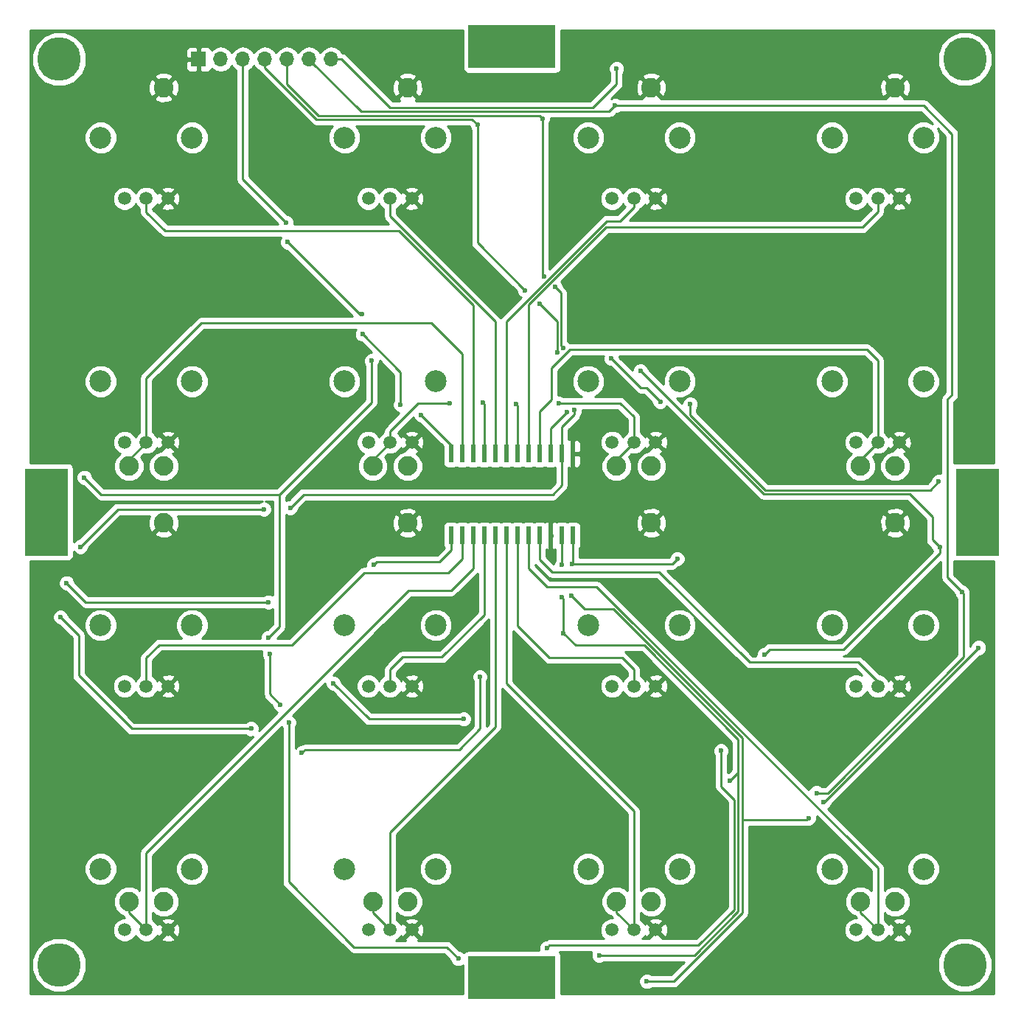
<source format=gbr>
G04 #@! TF.FileFunction,Copper,L2,Bot,Signal*
%FSLAX46Y46*%
G04 Gerber Fmt 4.6, Leading zero omitted, Abs format (unit mm)*
G04 Created by KiCad (PCBNEW 4.0.6) date Sunday, June 10, 2018 'PMt' 08:04:18 PM*
%MOMM*%
%LPD*%
G01*
G04 APERTURE LIST*
%ADD10C,0.100000*%
%ADD11C,5.000000*%
%ADD12C,2.500000*%
%ADD13C,1.500000*%
%ADD14R,1.700000X1.700000*%
%ADD15O,1.700000X1.700000*%
%ADD16R,5.000000X10.000000*%
%ADD17R,10.000000X5.000000*%
%ADD18C,2.247900*%
%ADD19R,0.600000X2.000000*%
%ADD20C,0.600000*%
%ADD21C,0.250000*%
%ADD22C,0.254000*%
G04 APERTURE END LIST*
D10*
D11*
X195000000Y-155000000D03*
X91000000Y-155000000D03*
X91000000Y-51000000D03*
D12*
X162250000Y-60000000D03*
D13*
X157000000Y-67000000D03*
X159500000Y-67000000D03*
X154500000Y-67000000D03*
D12*
X151750000Y-60000000D03*
X106250000Y-60000000D03*
D13*
X101000000Y-67000000D03*
X103500000Y-67000000D03*
X98500000Y-67000000D03*
D12*
X95750000Y-60000000D03*
X134250000Y-60000000D03*
D13*
X129000000Y-67000000D03*
X131500000Y-67000000D03*
X126500000Y-67000000D03*
D12*
X123750000Y-60000000D03*
X190250000Y-60000000D03*
D13*
X185000000Y-67000000D03*
X187500000Y-67000000D03*
X182500000Y-67000000D03*
D12*
X179750000Y-60000000D03*
X106250000Y-88000000D03*
D13*
X101000000Y-95000000D03*
X103500000Y-95000000D03*
X98500000Y-95000000D03*
D12*
X95750000Y-88000000D03*
X134250000Y-88000000D03*
D13*
X129000000Y-95000000D03*
X131500000Y-95000000D03*
X126500000Y-95000000D03*
D12*
X123750000Y-88000000D03*
X162250000Y-88000000D03*
D13*
X157000000Y-95000000D03*
X159500000Y-95000000D03*
X154500000Y-95000000D03*
D12*
X151750000Y-88000000D03*
X190250000Y-88000000D03*
D13*
X185000000Y-95000000D03*
X187500000Y-95000000D03*
X182500000Y-95000000D03*
D12*
X179750000Y-88000000D03*
X106250000Y-116000000D03*
D13*
X101000000Y-123000000D03*
X103500000Y-123000000D03*
X98500000Y-123000000D03*
D12*
X95750000Y-116000000D03*
X134250000Y-116000000D03*
D13*
X129000000Y-123000000D03*
X131500000Y-123000000D03*
X126500000Y-123000000D03*
D12*
X123750000Y-116000000D03*
X162250000Y-116000000D03*
D13*
X157000000Y-123000000D03*
X159500000Y-123000000D03*
X154500000Y-123000000D03*
D12*
X151750000Y-116000000D03*
X190250000Y-116000000D03*
D13*
X185000000Y-123000000D03*
X187500000Y-123000000D03*
X182500000Y-123000000D03*
D12*
X179750000Y-116000000D03*
X106250000Y-144000000D03*
D13*
X101000000Y-151000000D03*
X103500000Y-151000000D03*
X98500000Y-151000000D03*
D12*
X95750000Y-144000000D03*
X134250000Y-144000000D03*
D13*
X129000000Y-151000000D03*
X131500000Y-151000000D03*
X126500000Y-151000000D03*
D12*
X123750000Y-144000000D03*
X162250000Y-144000000D03*
D13*
X157000000Y-151000000D03*
X159500000Y-151000000D03*
X154500000Y-151000000D03*
D12*
X151750000Y-144000000D03*
X190250000Y-144000000D03*
D13*
X185000000Y-151000000D03*
X187500000Y-151000000D03*
X182500000Y-151000000D03*
D12*
X179750000Y-144000000D03*
D11*
X195000000Y-51000000D03*
D14*
X107000000Y-51000000D03*
D15*
X109540000Y-51000000D03*
X112080000Y-51000000D03*
X114620000Y-51000000D03*
X117160000Y-51000000D03*
X119700000Y-51000000D03*
X122240000Y-51000000D03*
D16*
X89500000Y-103000000D03*
D17*
X143000000Y-156500000D03*
D16*
X196500000Y-103000000D03*
D17*
X143000000Y-49500000D03*
D18*
X102998980Y-104252520D03*
X102998980Y-147747480D03*
X99001020Y-147747480D03*
X130998980Y-104252520D03*
X130998980Y-147747480D03*
X127001020Y-147747480D03*
X158998980Y-104252520D03*
X158998980Y-147747480D03*
X155001020Y-147747480D03*
X186998980Y-104252520D03*
X186998980Y-147747480D03*
X183001020Y-147747480D03*
X186998980Y-54252520D03*
X186998980Y-97747480D03*
X183001020Y-97747480D03*
X158998980Y-54252520D03*
X158998980Y-97747480D03*
X155001020Y-97747480D03*
X130998980Y-54252520D03*
X130998980Y-97747480D03*
X127001020Y-97747480D03*
X102998980Y-54252520D03*
X102998980Y-97747480D03*
X99001020Y-97747480D03*
D19*
X136015000Y-96300000D03*
X137285000Y-96300000D03*
X138555000Y-96300000D03*
X139825000Y-96300000D03*
X141095000Y-96300000D03*
X142365000Y-96300000D03*
X143635000Y-96300000D03*
X144905000Y-96300000D03*
X146175000Y-96300000D03*
X147445000Y-96300000D03*
X148715000Y-96300000D03*
X149985000Y-96300000D03*
X149985000Y-105700000D03*
X148715000Y-105700000D03*
X147445000Y-105700000D03*
X146175000Y-105700000D03*
X144905000Y-105700000D03*
X143635000Y-105700000D03*
X142365000Y-105700000D03*
X141095000Y-105700000D03*
X139825000Y-105700000D03*
X138555000Y-105700000D03*
X137285000Y-105700000D03*
X136015000Y-105700000D03*
D20*
X132550000Y-91870000D03*
X130200000Y-90690000D03*
X125840000Y-82590000D03*
X125730000Y-80240000D03*
X117260000Y-72010000D03*
X117080000Y-69790000D03*
X154420000Y-85380000D03*
X160020000Y-90300000D03*
X163470000Y-90590000D03*
X192020000Y-99480000D03*
X136820000Y-154280000D03*
X117350000Y-127180000D03*
X116400000Y-125120000D03*
X115170000Y-119300000D03*
X115060000Y-117400000D03*
X126860000Y-85610000D03*
X93880000Y-99030000D03*
X149280000Y-91520000D03*
X148170000Y-84660000D03*
X146150000Y-79120000D03*
X144460000Y-77520000D03*
X139030000Y-58520000D03*
X117530000Y-102500000D03*
X114500000Y-102680000D03*
X93420000Y-106980000D03*
X171960000Y-119380000D03*
X167010000Y-130430000D03*
X146990000Y-153070000D03*
X157750000Y-86780000D03*
X192110000Y-107040000D03*
X146660000Y-75910000D03*
X147940000Y-77170000D03*
X148880000Y-84170000D03*
X150170000Y-91300000D03*
X146490000Y-57800000D03*
X176970000Y-99290000D03*
X131090000Y-51300000D03*
X194570000Y-90920000D03*
X131030000Y-154840000D03*
X91250000Y-91060000D03*
X161980000Y-108370000D03*
X139320000Y-121920000D03*
X118870000Y-130680000D03*
X113030000Y-127890000D03*
X91140000Y-115060000D03*
X177080000Y-138140000D03*
X178760000Y-136350000D03*
X196590000Y-118580000D03*
X158480000Y-156910000D03*
X149810000Y-112620000D03*
X149920000Y-108970000D03*
X155010000Y-52080000D03*
X148920000Y-116930000D03*
X137440000Y-126770000D03*
X122500000Y-122680000D03*
X115040000Y-113350000D03*
X91850000Y-111150000D03*
X168020000Y-133850000D03*
X177970000Y-135260000D03*
X194690000Y-112210000D03*
X148710000Y-109070000D03*
X148700000Y-112820000D03*
X153000000Y-153890000D03*
X154840000Y-56330000D03*
X127130000Y-109080000D03*
X139670000Y-90410000D03*
X135870000Y-90550000D03*
X143440000Y-90580000D03*
X148360000Y-90530000D03*
D21*
X112080000Y-51000000D02*
X112080000Y-64790000D01*
X132550000Y-91870000D02*
X136015000Y-95335000D01*
X130200000Y-86950000D02*
X130200000Y-90690000D01*
X125840000Y-82590000D02*
X130200000Y-86950000D01*
X125490000Y-80240000D02*
X125730000Y-80240000D01*
X117260000Y-72010000D02*
X125490000Y-80240000D01*
X112080000Y-64790000D02*
X117080000Y-69790000D01*
X136015000Y-95335000D02*
X136015000Y-96300000D01*
X157770000Y-88730000D02*
X154420000Y-85380000D01*
X158450000Y-88730000D02*
X157770000Y-88730000D01*
X160020000Y-90300000D02*
X158450000Y-88730000D01*
X163470000Y-91863602D02*
X163470000Y-90590000D01*
X172076396Y-100469998D02*
X163470000Y-91863602D01*
X191030002Y-100469998D02*
X172076396Y-100469998D01*
X192020000Y-99480000D02*
X191030002Y-100469998D01*
X136820000Y-154280000D02*
X135510000Y-152970000D01*
X135510000Y-152970000D02*
X124830000Y-152970000D01*
X124830000Y-152970000D02*
X117350000Y-145490000D01*
X117350000Y-145490000D02*
X117350000Y-127180000D01*
X116400000Y-125120000D02*
X115170000Y-123890000D01*
X115170000Y-123890000D02*
X115170000Y-119300000D01*
X115060000Y-117400000D02*
X116280000Y-116180000D01*
X116280000Y-116180000D02*
X116280000Y-100990000D01*
X126860000Y-90410000D02*
X126860000Y-85610000D01*
X116280000Y-100990000D02*
X126860000Y-90410000D01*
X95840000Y-100990000D02*
X116280000Y-100990000D01*
X93880000Y-99030000D02*
X95840000Y-100990000D01*
X139030000Y-58520000D02*
X139030000Y-72090000D01*
X147445000Y-93355000D02*
X147445000Y-96300000D01*
X149280000Y-91520000D02*
X147445000Y-93355000D01*
X148170000Y-81140000D02*
X148170000Y-84660000D01*
X146150000Y-79120000D02*
X148170000Y-81140000D01*
X139030000Y-72090000D02*
X144460000Y-77520000D01*
X114620000Y-51000000D02*
X114620000Y-51956398D01*
X138410006Y-57900006D02*
X139030000Y-58520000D01*
X120563608Y-57900006D02*
X138410006Y-57900006D01*
X114620000Y-51956398D02*
X120563608Y-57900006D01*
X148715000Y-99935000D02*
X148715000Y-96300000D01*
X147660000Y-100990000D02*
X148715000Y-99935000D01*
X119040000Y-100990000D02*
X147660000Y-100990000D01*
X117530000Y-102500000D02*
X119040000Y-100990000D01*
X97720000Y-102680000D02*
X114500000Y-102680000D01*
X93420000Y-106980000D02*
X97720000Y-102680000D01*
X192110000Y-107740000D02*
X192110000Y-107040000D01*
X181100000Y-118750000D02*
X192110000Y-107740000D01*
X172590000Y-118750000D02*
X181100000Y-118750000D01*
X171960000Y-119380000D02*
X172590000Y-118750000D01*
X167010000Y-134500000D02*
X167010000Y-130430000D01*
X168529996Y-136019996D02*
X167010000Y-134500000D01*
X168529996Y-148657208D02*
X168529996Y-136019996D01*
X164417204Y-152770000D02*
X168529996Y-148657208D01*
X147290000Y-152770000D02*
X164417204Y-152770000D01*
X146990000Y-153070000D02*
X147290000Y-152770000D01*
X171890000Y-100920000D02*
X157750000Y-86780000D01*
X188650000Y-100920000D02*
X171890000Y-100920000D01*
X191280000Y-103550000D02*
X188650000Y-100920000D01*
X191280000Y-106210000D02*
X191280000Y-103550000D01*
X192110000Y-107040000D02*
X191280000Y-106210000D01*
X148715000Y-96300000D02*
X148715000Y-93255000D01*
X146490000Y-75740000D02*
X146490000Y-57800000D01*
X146660000Y-75910000D02*
X146490000Y-75740000D01*
X148620002Y-77850002D02*
X147940000Y-77170000D01*
X148620002Y-83910002D02*
X148620002Y-77850002D01*
X148880000Y-84170000D02*
X148620002Y-83910002D01*
X150170000Y-91800000D02*
X150170000Y-91300000D01*
X148715000Y-93255000D02*
X150170000Y-91800000D01*
X117160000Y-51000000D02*
X117160000Y-53860000D01*
X146140004Y-57450004D02*
X146490000Y-57800000D01*
X120750004Y-57450004D02*
X146140004Y-57450004D01*
X117160000Y-53860000D02*
X120750004Y-57450004D01*
X161380000Y-108970000D02*
X149920000Y-108970000D01*
X161980000Y-108370000D02*
X161380000Y-108970000D01*
X139320000Y-127890000D02*
X139320000Y-121920000D01*
X136910000Y-130300000D02*
X139320000Y-127890000D01*
X119250000Y-130300000D02*
X136910000Y-130300000D01*
X118870000Y-130680000D02*
X119250000Y-130300000D01*
X99320000Y-127890000D02*
X113030000Y-127890000D01*
X93220000Y-121790000D02*
X99320000Y-127890000D01*
X93220000Y-117140000D02*
X93220000Y-121790000D01*
X91140000Y-115060000D02*
X93220000Y-117140000D01*
X176860000Y-138360000D02*
X169430000Y-138360000D01*
X177080000Y-138140000D02*
X176860000Y-138360000D01*
X178820000Y-136350000D02*
X178760000Y-136350000D01*
X196590000Y-118580000D02*
X178820000Y-136350000D01*
X149985000Y-105700000D02*
X149985000Y-108905000D01*
X149985000Y-108905000D02*
X149920000Y-108970000D01*
X161550000Y-156910000D02*
X158480000Y-156910000D01*
X169430000Y-149030000D02*
X161550000Y-156910000D01*
X169430000Y-128936398D02*
X169430000Y-138360000D01*
X169430000Y-138360000D02*
X169430000Y-149030000D01*
X154643602Y-114150000D02*
X169430000Y-128936398D01*
X151340000Y-114150000D02*
X154643602Y-114150000D01*
X149810000Y-112620000D02*
X151340000Y-114150000D01*
X122240000Y-51000000D02*
X123420000Y-51000000D01*
X155010000Y-53810000D02*
X155010000Y-52080000D01*
X152270000Y-56550000D02*
X155010000Y-53810000D01*
X128970000Y-56550000D02*
X152270000Y-56550000D01*
X123420000Y-51000000D02*
X128970000Y-56550000D01*
X154840000Y-56330000D02*
X190300000Y-56330000D01*
X193000000Y-110520000D02*
X194690000Y-112210000D01*
X193000000Y-90060000D02*
X193000000Y-110520000D01*
X193540000Y-89520000D02*
X193000000Y-90060000D01*
X193540000Y-59570000D02*
X193540000Y-89520000D01*
X190300000Y-56330000D02*
X193540000Y-59570000D01*
X148920000Y-116930000D02*
X148920000Y-116900000D01*
X126590000Y-126770000D02*
X137440000Y-126770000D01*
X122500000Y-122680000D02*
X126590000Y-126770000D01*
X94050000Y-113350000D02*
X115040000Y-113350000D01*
X91850000Y-111150000D02*
X94050000Y-113350000D01*
X168020000Y-133850000D02*
X168940000Y-132930000D01*
X168940000Y-132930000D02*
X168979998Y-132930000D01*
X194690000Y-112210000D02*
X194876801Y-112396801D01*
X194876801Y-112396801D02*
X194876801Y-119656801D01*
X194876801Y-119656801D02*
X179273602Y-135260000D01*
X179273602Y-135260000D02*
X177970000Y-135260000D01*
X148715000Y-105700000D02*
X148715000Y-109065000D01*
X148715000Y-109065000D02*
X148710000Y-109070000D01*
X148700000Y-112820000D02*
X148920000Y-113040000D01*
X148920000Y-113040000D02*
X148920000Y-116900000D01*
X148920000Y-116900000D02*
X150320000Y-118300000D01*
X150320000Y-118300000D02*
X158157204Y-118300000D01*
X158157204Y-118300000D02*
X168979998Y-129122794D01*
X168979998Y-129122794D02*
X168979998Y-132930000D01*
X168979998Y-134030002D02*
X168979998Y-148843604D01*
X168979998Y-132930000D02*
X168979998Y-134030002D01*
X168979998Y-148843604D02*
X163933602Y-153890000D01*
X163933602Y-153890000D02*
X153000000Y-153890000D01*
X119700000Y-51000000D02*
X119700000Y-51020000D01*
X119700000Y-51020000D02*
X125680002Y-57000002D01*
X125680002Y-57000002D02*
X154169998Y-57000002D01*
X154169998Y-57000002D02*
X154840000Y-56330000D01*
X136015000Y-107395000D02*
X136015000Y-105700000D01*
X134690000Y-108720000D02*
X136015000Y-107395000D01*
X127490000Y-108720000D02*
X134690000Y-108720000D01*
X127130000Y-109080000D02*
X127490000Y-108720000D01*
X101000000Y-67000000D02*
X101000000Y-68550000D01*
X138555000Y-79231398D02*
X138555000Y-96300000D01*
X130031801Y-70708199D02*
X138555000Y-79231398D01*
X103158199Y-70708199D02*
X130031801Y-70708199D01*
X101000000Y-68550000D02*
X103158199Y-70708199D01*
X99001020Y-97747480D02*
X99001020Y-96998980D01*
X99001020Y-96998980D02*
X101000000Y-95000000D01*
X101000000Y-95000000D02*
X101000000Y-87600000D01*
X137285000Y-84835000D02*
X137285000Y-96300000D01*
X133730000Y-81280000D02*
X137285000Y-84835000D01*
X107320000Y-81280000D02*
X133730000Y-81280000D01*
X101000000Y-87600000D02*
X107320000Y-81280000D01*
X101000000Y-123000000D02*
X101000000Y-119730000D01*
X137285000Y-108335000D02*
X137285000Y-105700000D01*
X135640000Y-109980000D02*
X137285000Y-108335000D01*
X125990000Y-109980000D02*
X135640000Y-109980000D01*
X117730000Y-118240000D02*
X125990000Y-109980000D01*
X102490000Y-118240000D02*
X117730000Y-118240000D01*
X101000000Y-119730000D02*
X102490000Y-118240000D01*
X99001020Y-147747480D02*
X99001020Y-149001020D01*
X99001020Y-149001020D02*
X101000000Y-151000000D01*
X101000000Y-151000000D02*
X101000000Y-142140000D01*
X138555000Y-109475000D02*
X138555000Y-105700000D01*
X136020000Y-112010000D02*
X138555000Y-109475000D01*
X131130000Y-112010000D02*
X136020000Y-112010000D01*
X101000000Y-142140000D02*
X131130000Y-112010000D01*
X129000000Y-67000000D02*
X129000000Y-69040000D01*
X141095000Y-81135000D02*
X141095000Y-96300000D01*
X129000000Y-69040000D02*
X141095000Y-81135000D01*
X127001020Y-97747480D02*
X127001020Y-96998980D01*
X127001020Y-96998980D02*
X129000000Y-95000000D01*
X129000000Y-95000000D02*
X129000000Y-93740000D01*
X139825000Y-90565000D02*
X139825000Y-96300000D01*
X139670000Y-90410000D02*
X139825000Y-90565000D01*
X132190000Y-90550000D02*
X135870000Y-90550000D01*
X129000000Y-93740000D02*
X132190000Y-90550000D01*
X129000000Y-123000000D02*
X129000000Y-121070000D01*
X139825000Y-114785000D02*
X139825000Y-105700000D01*
X134950000Y-119660000D02*
X139825000Y-114785000D01*
X130410000Y-119660000D02*
X134950000Y-119660000D01*
X129000000Y-121070000D02*
X130410000Y-119660000D01*
X127001020Y-147747480D02*
X127001020Y-149001020D01*
X127001020Y-149001020D02*
X129000000Y-151000000D01*
X129000000Y-151000000D02*
X129000000Y-139750000D01*
X141095000Y-127655000D02*
X141095000Y-105700000D01*
X129000000Y-139750000D02*
X141095000Y-127655000D01*
X153890000Y-69570000D02*
X155410000Y-69570000D01*
X142365000Y-81095000D02*
X153890000Y-69570000D01*
X142365000Y-96300000D02*
X142365000Y-81095000D01*
X157000000Y-67980000D02*
X157000000Y-67000000D01*
X155410000Y-69570000D02*
X157000000Y-67980000D01*
X155001020Y-97747480D02*
X155001020Y-96998980D01*
X155001020Y-96998980D02*
X157000000Y-95000000D01*
X143440000Y-90580000D02*
X143635000Y-90775000D01*
X143635000Y-96300000D02*
X143635000Y-90775000D01*
X148410000Y-90480000D02*
X155420000Y-90480000D01*
X148360000Y-90530000D02*
X148410000Y-90480000D01*
X157000000Y-95000000D02*
X157000000Y-92060000D01*
X157000000Y-92060000D02*
X155420000Y-90480000D01*
X155420000Y-90480000D02*
X155410000Y-90470000D01*
X157000000Y-123000000D02*
X157000000Y-121090000D01*
X143635000Y-116075000D02*
X143635000Y-105700000D01*
X147310000Y-119750000D02*
X143635000Y-116075000D01*
X155660000Y-119750000D02*
X147310000Y-119750000D01*
X157000000Y-121090000D02*
X155660000Y-119750000D01*
X155001020Y-147747480D02*
X155001020Y-149001020D01*
X155001020Y-149001020D02*
X157000000Y-151000000D01*
X157000000Y-151000000D02*
X157000000Y-137350000D01*
X142365000Y-122715000D02*
X142365000Y-105700000D01*
X157000000Y-137350000D02*
X142365000Y-122715000D01*
X185000000Y-67000000D02*
X185000000Y-68540000D01*
X144905000Y-79191398D02*
X144905000Y-96300000D01*
X153788199Y-70308199D02*
X144905000Y-79191398D01*
X183231801Y-70308199D02*
X153788199Y-70308199D01*
X185000000Y-68540000D02*
X183231801Y-70308199D01*
X183001020Y-97747480D02*
X183001020Y-96998980D01*
X183001020Y-96998980D02*
X185000000Y-95000000D01*
X147500000Y-89350000D02*
X147500000Y-90110000D01*
X146175000Y-91435000D02*
X146175000Y-96300000D01*
X147500000Y-90110000D02*
X146175000Y-91435000D01*
X185000000Y-95000000D02*
X185000000Y-85560000D01*
X147500000Y-86480000D02*
X147500000Y-89350000D01*
X147500000Y-89350000D02*
X147500000Y-89380000D01*
X149650000Y-84330000D02*
X147500000Y-86480000D01*
X183770000Y-84330000D02*
X149650000Y-84330000D01*
X185000000Y-85560000D02*
X183770000Y-84330000D01*
X185000000Y-123000000D02*
X185000000Y-122520000D01*
X185000000Y-122520000D02*
X182750000Y-120270000D01*
X182750000Y-120270000D02*
X170310000Y-120270000D01*
X170310000Y-120270000D02*
X159900000Y-109860000D01*
X159900000Y-109860000D02*
X147580000Y-109860000D01*
X147580000Y-109860000D02*
X146175000Y-108455000D01*
X146175000Y-108455000D02*
X146175000Y-105700000D01*
X183001020Y-147747480D02*
X183001020Y-149001020D01*
X183001020Y-149001020D02*
X185000000Y-151000000D01*
X185000000Y-151000000D02*
X185000000Y-143870000D01*
X144905000Y-109445000D02*
X144905000Y-105700000D01*
X147050000Y-111590000D02*
X144905000Y-109445000D01*
X152720000Y-111590000D02*
X147050000Y-111590000D01*
X185000000Y-143870000D02*
X152720000Y-111590000D01*
D22*
G36*
X194000000Y-108647440D02*
X198290000Y-108647440D01*
X198290000Y-158290000D01*
X148647440Y-158290000D01*
X148647440Y-154000000D01*
X148603162Y-153764683D01*
X148464090Y-153548559D01*
X148436928Y-153530000D01*
X152137082Y-153530000D01*
X152065162Y-153703201D01*
X152064838Y-154075167D01*
X152206883Y-154418943D01*
X152469673Y-154682192D01*
X152813201Y-154824838D01*
X153185167Y-154825162D01*
X153528943Y-154683117D01*
X153562118Y-154650000D01*
X162735198Y-154650000D01*
X161235198Y-156150000D01*
X159042463Y-156150000D01*
X159010327Y-156117808D01*
X158666799Y-155975162D01*
X158294833Y-155974838D01*
X157951057Y-156116883D01*
X157687808Y-156379673D01*
X157545162Y-156723201D01*
X157544838Y-157095167D01*
X157686883Y-157438943D01*
X157949673Y-157702192D01*
X158293201Y-157844838D01*
X158665167Y-157845162D01*
X159008943Y-157703117D01*
X159042118Y-157670000D01*
X161550000Y-157670000D01*
X161840839Y-157612148D01*
X162087401Y-157447401D01*
X163913948Y-155620854D01*
X191864457Y-155620854D01*
X192340727Y-156773515D01*
X193221847Y-157656174D01*
X194373674Y-158134454D01*
X195620854Y-158135543D01*
X196773515Y-157659273D01*
X197656174Y-156778153D01*
X198134454Y-155626326D01*
X198135543Y-154379146D01*
X197659273Y-153226485D01*
X196778153Y-152343826D01*
X195626326Y-151865546D01*
X194379146Y-151864457D01*
X193226485Y-152340727D01*
X192343826Y-153221847D01*
X191865546Y-154373674D01*
X191864457Y-155620854D01*
X163913948Y-155620854D01*
X169967401Y-149567401D01*
X170132148Y-149320839D01*
X170190000Y-149030000D01*
X170190000Y-144373305D01*
X177864674Y-144373305D01*
X178151043Y-145066372D01*
X178680839Y-145597093D01*
X179373405Y-145884672D01*
X180123305Y-145885326D01*
X180816372Y-145598957D01*
X181347093Y-145069161D01*
X181634672Y-144376595D01*
X181635326Y-143626695D01*
X181348957Y-142933628D01*
X180819161Y-142402907D01*
X180126595Y-142115328D01*
X179376695Y-142114674D01*
X178683628Y-142401043D01*
X178152907Y-142930839D01*
X177865328Y-143623405D01*
X177864674Y-144373305D01*
X170190000Y-144373305D01*
X170190000Y-139120000D01*
X176860000Y-139120000D01*
X177086198Y-139075006D01*
X177265167Y-139075162D01*
X177608943Y-138933117D01*
X177872192Y-138670327D01*
X178014838Y-138326799D01*
X178015158Y-137959960D01*
X184240000Y-144184802D01*
X184240000Y-146498919D01*
X183998686Y-146257184D01*
X183352432Y-145988836D01*
X182652678Y-145988225D01*
X182005956Y-146255445D01*
X181510724Y-146749814D01*
X181242376Y-147396068D01*
X181241765Y-148095822D01*
X181508985Y-148742544D01*
X182003354Y-149237776D01*
X182362335Y-149386838D01*
X182463619Y-149538421D01*
X182540233Y-149615035D01*
X182225715Y-149614760D01*
X181716485Y-149825169D01*
X181326539Y-150214436D01*
X181115241Y-150723298D01*
X181114760Y-151274285D01*
X181325169Y-151783515D01*
X181714436Y-152173461D01*
X182223298Y-152384759D01*
X182774285Y-152385240D01*
X183283515Y-152174831D01*
X183673461Y-151785564D01*
X183749927Y-151601414D01*
X183825169Y-151783515D01*
X184214436Y-152173461D01*
X184723298Y-152384759D01*
X185274285Y-152385240D01*
X185783515Y-152174831D01*
X185987183Y-151971517D01*
X186708088Y-151971517D01*
X186776077Y-152212460D01*
X187295171Y-152397201D01*
X187845448Y-152369230D01*
X188223923Y-152212460D01*
X188291912Y-151971517D01*
X187500000Y-151179605D01*
X186708088Y-151971517D01*
X185987183Y-151971517D01*
X186173461Y-151785564D01*
X186243353Y-151617246D01*
X186287540Y-151723923D01*
X186528483Y-151791912D01*
X187320395Y-151000000D01*
X187679605Y-151000000D01*
X188471517Y-151791912D01*
X188712460Y-151723923D01*
X188897201Y-151204829D01*
X188869230Y-150654552D01*
X188712460Y-150276077D01*
X188471517Y-150208088D01*
X187679605Y-151000000D01*
X187320395Y-151000000D01*
X186528483Y-150208088D01*
X186287540Y-150276077D01*
X186246778Y-150390611D01*
X186174831Y-150216485D01*
X185987157Y-150028483D01*
X186708088Y-150028483D01*
X187500000Y-150820395D01*
X188291912Y-150028483D01*
X188223923Y-149787540D01*
X187704829Y-149602799D01*
X187154552Y-149630770D01*
X186776077Y-149787540D01*
X186708088Y-150028483D01*
X185987157Y-150028483D01*
X185785564Y-149826539D01*
X185760000Y-149815924D01*
X185760000Y-148996041D01*
X186001314Y-149237776D01*
X186647568Y-149506124D01*
X187347322Y-149506735D01*
X187994044Y-149239515D01*
X188489276Y-148745146D01*
X188757624Y-148098892D01*
X188758235Y-147399138D01*
X188491015Y-146752416D01*
X187996646Y-146257184D01*
X187350392Y-145988836D01*
X186650638Y-145988225D01*
X186003916Y-146255445D01*
X185760000Y-146498936D01*
X185760000Y-144373305D01*
X188364674Y-144373305D01*
X188651043Y-145066372D01*
X189180839Y-145597093D01*
X189873405Y-145884672D01*
X190623305Y-145885326D01*
X191316372Y-145598957D01*
X191847093Y-145069161D01*
X192134672Y-144376595D01*
X192135326Y-143626695D01*
X191848957Y-142933628D01*
X191319161Y-142402907D01*
X190626595Y-142115328D01*
X189876695Y-142114674D01*
X189183628Y-142401043D01*
X188652907Y-142930839D01*
X188365328Y-143623405D01*
X188364674Y-144373305D01*
X185760000Y-144373305D01*
X185760000Y-143870000D01*
X185702148Y-143579161D01*
X185537401Y-143332599D01*
X179318457Y-137113655D01*
X179552192Y-136880327D01*
X179685490Y-136559312D01*
X196729680Y-119515122D01*
X196775167Y-119515162D01*
X197118943Y-119373117D01*
X197382192Y-119110327D01*
X197524838Y-118766799D01*
X197525162Y-118394833D01*
X197383117Y-118051057D01*
X197120327Y-117787808D01*
X196776799Y-117645162D01*
X196404833Y-117644838D01*
X196061057Y-117786883D01*
X195797808Y-118049673D01*
X195655162Y-118393201D01*
X195655121Y-118440077D01*
X195636801Y-118458397D01*
X195636801Y-112396801D01*
X195624890Y-112336922D01*
X195625162Y-112024833D01*
X195483117Y-111681057D01*
X195220327Y-111417808D01*
X194876799Y-111275162D01*
X194829923Y-111275121D01*
X193760000Y-110205198D01*
X193760000Y-108598839D01*
X194000000Y-108647440D01*
X194000000Y-108647440D01*
G37*
X194000000Y-108647440D02*
X198290000Y-108647440D01*
X198290000Y-158290000D01*
X148647440Y-158290000D01*
X148647440Y-154000000D01*
X148603162Y-153764683D01*
X148464090Y-153548559D01*
X148436928Y-153530000D01*
X152137082Y-153530000D01*
X152065162Y-153703201D01*
X152064838Y-154075167D01*
X152206883Y-154418943D01*
X152469673Y-154682192D01*
X152813201Y-154824838D01*
X153185167Y-154825162D01*
X153528943Y-154683117D01*
X153562118Y-154650000D01*
X162735198Y-154650000D01*
X161235198Y-156150000D01*
X159042463Y-156150000D01*
X159010327Y-156117808D01*
X158666799Y-155975162D01*
X158294833Y-155974838D01*
X157951057Y-156116883D01*
X157687808Y-156379673D01*
X157545162Y-156723201D01*
X157544838Y-157095167D01*
X157686883Y-157438943D01*
X157949673Y-157702192D01*
X158293201Y-157844838D01*
X158665167Y-157845162D01*
X159008943Y-157703117D01*
X159042118Y-157670000D01*
X161550000Y-157670000D01*
X161840839Y-157612148D01*
X162087401Y-157447401D01*
X163913948Y-155620854D01*
X191864457Y-155620854D01*
X192340727Y-156773515D01*
X193221847Y-157656174D01*
X194373674Y-158134454D01*
X195620854Y-158135543D01*
X196773515Y-157659273D01*
X197656174Y-156778153D01*
X198134454Y-155626326D01*
X198135543Y-154379146D01*
X197659273Y-153226485D01*
X196778153Y-152343826D01*
X195626326Y-151865546D01*
X194379146Y-151864457D01*
X193226485Y-152340727D01*
X192343826Y-153221847D01*
X191865546Y-154373674D01*
X191864457Y-155620854D01*
X163913948Y-155620854D01*
X169967401Y-149567401D01*
X170132148Y-149320839D01*
X170190000Y-149030000D01*
X170190000Y-144373305D01*
X177864674Y-144373305D01*
X178151043Y-145066372D01*
X178680839Y-145597093D01*
X179373405Y-145884672D01*
X180123305Y-145885326D01*
X180816372Y-145598957D01*
X181347093Y-145069161D01*
X181634672Y-144376595D01*
X181635326Y-143626695D01*
X181348957Y-142933628D01*
X180819161Y-142402907D01*
X180126595Y-142115328D01*
X179376695Y-142114674D01*
X178683628Y-142401043D01*
X178152907Y-142930839D01*
X177865328Y-143623405D01*
X177864674Y-144373305D01*
X170190000Y-144373305D01*
X170190000Y-139120000D01*
X176860000Y-139120000D01*
X177086198Y-139075006D01*
X177265167Y-139075162D01*
X177608943Y-138933117D01*
X177872192Y-138670327D01*
X178014838Y-138326799D01*
X178015158Y-137959960D01*
X184240000Y-144184802D01*
X184240000Y-146498919D01*
X183998686Y-146257184D01*
X183352432Y-145988836D01*
X182652678Y-145988225D01*
X182005956Y-146255445D01*
X181510724Y-146749814D01*
X181242376Y-147396068D01*
X181241765Y-148095822D01*
X181508985Y-148742544D01*
X182003354Y-149237776D01*
X182362335Y-149386838D01*
X182463619Y-149538421D01*
X182540233Y-149615035D01*
X182225715Y-149614760D01*
X181716485Y-149825169D01*
X181326539Y-150214436D01*
X181115241Y-150723298D01*
X181114760Y-151274285D01*
X181325169Y-151783515D01*
X181714436Y-152173461D01*
X182223298Y-152384759D01*
X182774285Y-152385240D01*
X183283515Y-152174831D01*
X183673461Y-151785564D01*
X183749927Y-151601414D01*
X183825169Y-151783515D01*
X184214436Y-152173461D01*
X184723298Y-152384759D01*
X185274285Y-152385240D01*
X185783515Y-152174831D01*
X185987183Y-151971517D01*
X186708088Y-151971517D01*
X186776077Y-152212460D01*
X187295171Y-152397201D01*
X187845448Y-152369230D01*
X188223923Y-152212460D01*
X188291912Y-151971517D01*
X187500000Y-151179605D01*
X186708088Y-151971517D01*
X185987183Y-151971517D01*
X186173461Y-151785564D01*
X186243353Y-151617246D01*
X186287540Y-151723923D01*
X186528483Y-151791912D01*
X187320395Y-151000000D01*
X187679605Y-151000000D01*
X188471517Y-151791912D01*
X188712460Y-151723923D01*
X188897201Y-151204829D01*
X188869230Y-150654552D01*
X188712460Y-150276077D01*
X188471517Y-150208088D01*
X187679605Y-151000000D01*
X187320395Y-151000000D01*
X186528483Y-150208088D01*
X186287540Y-150276077D01*
X186246778Y-150390611D01*
X186174831Y-150216485D01*
X185987157Y-150028483D01*
X186708088Y-150028483D01*
X187500000Y-150820395D01*
X188291912Y-150028483D01*
X188223923Y-149787540D01*
X187704829Y-149602799D01*
X187154552Y-149630770D01*
X186776077Y-149787540D01*
X186708088Y-150028483D01*
X185987157Y-150028483D01*
X185785564Y-149826539D01*
X185760000Y-149815924D01*
X185760000Y-148996041D01*
X186001314Y-149237776D01*
X186647568Y-149506124D01*
X187347322Y-149506735D01*
X187994044Y-149239515D01*
X188489276Y-148745146D01*
X188757624Y-148098892D01*
X188758235Y-147399138D01*
X188491015Y-146752416D01*
X187996646Y-146257184D01*
X187350392Y-145988836D01*
X186650638Y-145988225D01*
X186003916Y-146255445D01*
X185760000Y-146498936D01*
X185760000Y-144373305D01*
X188364674Y-144373305D01*
X188651043Y-145066372D01*
X189180839Y-145597093D01*
X189873405Y-145884672D01*
X190623305Y-145885326D01*
X191316372Y-145598957D01*
X191847093Y-145069161D01*
X192134672Y-144376595D01*
X192135326Y-143626695D01*
X191848957Y-142933628D01*
X191319161Y-142402907D01*
X190626595Y-142115328D01*
X189876695Y-142114674D01*
X189183628Y-142401043D01*
X188652907Y-142930839D01*
X188365328Y-143623405D01*
X188364674Y-144373305D01*
X185760000Y-144373305D01*
X185760000Y-143870000D01*
X185702148Y-143579161D01*
X185537401Y-143332599D01*
X179318457Y-137113655D01*
X179552192Y-136880327D01*
X179685490Y-136559312D01*
X196729680Y-119515122D01*
X196775167Y-119515162D01*
X197118943Y-119373117D01*
X197382192Y-119110327D01*
X197524838Y-118766799D01*
X197525162Y-118394833D01*
X197383117Y-118051057D01*
X197120327Y-117787808D01*
X196776799Y-117645162D01*
X196404833Y-117644838D01*
X196061057Y-117786883D01*
X195797808Y-118049673D01*
X195655162Y-118393201D01*
X195655121Y-118440077D01*
X195636801Y-118458397D01*
X195636801Y-112396801D01*
X195624890Y-112336922D01*
X195625162Y-112024833D01*
X195483117Y-111681057D01*
X195220327Y-111417808D01*
X194876799Y-111275162D01*
X194829923Y-111275121D01*
X193760000Y-110205198D01*
X193760000Y-108598839D01*
X194000000Y-108647440D01*
G36*
X115520000Y-112536910D02*
X115226799Y-112415162D01*
X114854833Y-112414838D01*
X114511057Y-112556883D01*
X114477882Y-112590000D01*
X94364802Y-112590000D01*
X92785122Y-111010320D01*
X92785162Y-110964833D01*
X92643117Y-110621057D01*
X92380327Y-110357808D01*
X92036799Y-110215162D01*
X91664833Y-110214838D01*
X91321057Y-110356883D01*
X91057808Y-110619673D01*
X90915162Y-110963201D01*
X90914838Y-111335167D01*
X91056883Y-111678943D01*
X91319673Y-111942192D01*
X91663201Y-112084838D01*
X91710077Y-112084879D01*
X93512599Y-113887401D01*
X93759161Y-114052148D01*
X94050000Y-114110000D01*
X114477537Y-114110000D01*
X114509673Y-114142192D01*
X114853201Y-114284838D01*
X115225167Y-114285162D01*
X115520000Y-114163340D01*
X115520000Y-115865198D01*
X114920320Y-116464878D01*
X114874833Y-116464838D01*
X114531057Y-116606883D01*
X114267808Y-116869673D01*
X114125162Y-117213201D01*
X114124930Y-117480000D01*
X107435537Y-117480000D01*
X107847093Y-117069161D01*
X108134672Y-116376595D01*
X108135326Y-115626695D01*
X107848957Y-114933628D01*
X107319161Y-114402907D01*
X106626595Y-114115328D01*
X105876695Y-114114674D01*
X105183628Y-114401043D01*
X104652907Y-114930839D01*
X104365328Y-115623405D01*
X104364674Y-116373305D01*
X104651043Y-117066372D01*
X105063950Y-117480000D01*
X102490000Y-117480000D01*
X102199160Y-117537852D01*
X101952599Y-117702599D01*
X100462599Y-119192599D01*
X100297852Y-119439161D01*
X100240000Y-119730000D01*
X100240000Y-121815453D01*
X100216485Y-121825169D01*
X99826539Y-122214436D01*
X99750073Y-122398586D01*
X99674831Y-122216485D01*
X99285564Y-121826539D01*
X98776702Y-121615241D01*
X98225715Y-121614760D01*
X97716485Y-121825169D01*
X97326539Y-122214436D01*
X97115241Y-122723298D01*
X97114760Y-123274285D01*
X97325169Y-123783515D01*
X97714436Y-124173461D01*
X98223298Y-124384759D01*
X98774285Y-124385240D01*
X99283515Y-124174831D01*
X99673461Y-123785564D01*
X99749927Y-123601414D01*
X99825169Y-123783515D01*
X100214436Y-124173461D01*
X100723298Y-124384759D01*
X101274285Y-124385240D01*
X101783515Y-124174831D01*
X101987183Y-123971517D01*
X102708088Y-123971517D01*
X102776077Y-124212460D01*
X103295171Y-124397201D01*
X103845448Y-124369230D01*
X104223923Y-124212460D01*
X104291912Y-123971517D01*
X103500000Y-123179605D01*
X102708088Y-123971517D01*
X101987183Y-123971517D01*
X102173461Y-123785564D01*
X102243353Y-123617246D01*
X102287540Y-123723923D01*
X102528483Y-123791912D01*
X103320395Y-123000000D01*
X103679605Y-123000000D01*
X104471517Y-123791912D01*
X104712460Y-123723923D01*
X104897201Y-123204829D01*
X104869230Y-122654552D01*
X104712460Y-122276077D01*
X104471517Y-122208088D01*
X103679605Y-123000000D01*
X103320395Y-123000000D01*
X102528483Y-122208088D01*
X102287540Y-122276077D01*
X102246778Y-122390611D01*
X102174831Y-122216485D01*
X101987157Y-122028483D01*
X102708088Y-122028483D01*
X103500000Y-122820395D01*
X104291912Y-122028483D01*
X104223923Y-121787540D01*
X103704829Y-121602799D01*
X103154552Y-121630770D01*
X102776077Y-121787540D01*
X102708088Y-122028483D01*
X101987157Y-122028483D01*
X101785564Y-121826539D01*
X101760000Y-121815924D01*
X101760000Y-120044802D01*
X102804802Y-119000000D01*
X114282167Y-119000000D01*
X114235162Y-119113201D01*
X114234838Y-119485167D01*
X114376883Y-119828943D01*
X114410000Y-119862118D01*
X114410000Y-123890000D01*
X114467852Y-124180839D01*
X114632599Y-124427401D01*
X115464878Y-125259680D01*
X115464838Y-125305167D01*
X115606883Y-125648943D01*
X115869673Y-125912192D01*
X116069875Y-125995323D01*
X113948107Y-128117091D01*
X113964838Y-128076799D01*
X113965162Y-127704833D01*
X113823117Y-127361057D01*
X113560327Y-127097808D01*
X113216799Y-126955162D01*
X112844833Y-126954838D01*
X112501057Y-127096883D01*
X112467882Y-127130000D01*
X99634802Y-127130000D01*
X93980000Y-121475198D01*
X93980000Y-117140000D01*
X93928710Y-116882148D01*
X93922148Y-116849160D01*
X93757401Y-116602599D01*
X93528107Y-116373305D01*
X93864674Y-116373305D01*
X94151043Y-117066372D01*
X94680839Y-117597093D01*
X95373405Y-117884672D01*
X96123305Y-117885326D01*
X96816372Y-117598957D01*
X97347093Y-117069161D01*
X97634672Y-116376595D01*
X97635326Y-115626695D01*
X97348957Y-114933628D01*
X96819161Y-114402907D01*
X96126595Y-114115328D01*
X95376695Y-114114674D01*
X94683628Y-114401043D01*
X94152907Y-114930839D01*
X93865328Y-115623405D01*
X93864674Y-116373305D01*
X93528107Y-116373305D01*
X92075122Y-114920320D01*
X92075162Y-114874833D01*
X91933117Y-114531057D01*
X91670327Y-114267808D01*
X91326799Y-114125162D01*
X90954833Y-114124838D01*
X90611057Y-114266883D01*
X90347808Y-114529673D01*
X90205162Y-114873201D01*
X90204838Y-115245167D01*
X90346883Y-115588943D01*
X90609673Y-115852192D01*
X90953201Y-115994838D01*
X91000077Y-115994879D01*
X92460000Y-117454802D01*
X92460000Y-121790000D01*
X92517852Y-122080839D01*
X92682599Y-122327401D01*
X98782599Y-128427401D01*
X99029161Y-128592148D01*
X99320000Y-128650000D01*
X112467537Y-128650000D01*
X112499673Y-128682192D01*
X112843201Y-128824838D01*
X113215167Y-128825162D01*
X113257547Y-128807651D01*
X100462599Y-141602599D01*
X100297852Y-141849161D01*
X100240000Y-142140000D01*
X100240000Y-146498919D01*
X99998686Y-146257184D01*
X99352432Y-145988836D01*
X98652678Y-145988225D01*
X98005956Y-146255445D01*
X97510724Y-146749814D01*
X97242376Y-147396068D01*
X97241765Y-148095822D01*
X97508985Y-148742544D01*
X98003354Y-149237776D01*
X98362335Y-149386838D01*
X98463619Y-149538421D01*
X98540233Y-149615035D01*
X98225715Y-149614760D01*
X97716485Y-149825169D01*
X97326539Y-150214436D01*
X97115241Y-150723298D01*
X97114760Y-151274285D01*
X97325169Y-151783515D01*
X97714436Y-152173461D01*
X98223298Y-152384759D01*
X98774285Y-152385240D01*
X99283515Y-152174831D01*
X99673461Y-151785564D01*
X99749927Y-151601414D01*
X99825169Y-151783515D01*
X100214436Y-152173461D01*
X100723298Y-152384759D01*
X101274285Y-152385240D01*
X101783515Y-152174831D01*
X101987183Y-151971517D01*
X102708088Y-151971517D01*
X102776077Y-152212460D01*
X103295171Y-152397201D01*
X103845448Y-152369230D01*
X104223923Y-152212460D01*
X104291912Y-151971517D01*
X103500000Y-151179605D01*
X102708088Y-151971517D01*
X101987183Y-151971517D01*
X102173461Y-151785564D01*
X102243353Y-151617246D01*
X102287540Y-151723923D01*
X102528483Y-151791912D01*
X103320395Y-151000000D01*
X103679605Y-151000000D01*
X104471517Y-151791912D01*
X104712460Y-151723923D01*
X104897201Y-151204829D01*
X104869230Y-150654552D01*
X104712460Y-150276077D01*
X104471517Y-150208088D01*
X103679605Y-151000000D01*
X103320395Y-151000000D01*
X102528483Y-150208088D01*
X102287540Y-150276077D01*
X102246778Y-150390611D01*
X102174831Y-150216485D01*
X101987157Y-150028483D01*
X102708088Y-150028483D01*
X103500000Y-150820395D01*
X104291912Y-150028483D01*
X104223923Y-149787540D01*
X103704829Y-149602799D01*
X103154552Y-149630770D01*
X102776077Y-149787540D01*
X102708088Y-150028483D01*
X101987157Y-150028483D01*
X101785564Y-149826539D01*
X101760000Y-149815924D01*
X101760000Y-148996041D01*
X102001314Y-149237776D01*
X102647568Y-149506124D01*
X103347322Y-149506735D01*
X103994044Y-149239515D01*
X104489276Y-148745146D01*
X104757624Y-148098892D01*
X104758235Y-147399138D01*
X104491015Y-146752416D01*
X103996646Y-146257184D01*
X103350392Y-145988836D01*
X102650638Y-145988225D01*
X102003916Y-146255445D01*
X101760000Y-146498936D01*
X101760000Y-144373305D01*
X104364674Y-144373305D01*
X104651043Y-145066372D01*
X105180839Y-145597093D01*
X105873405Y-145884672D01*
X106623305Y-145885326D01*
X107316372Y-145598957D01*
X107847093Y-145069161D01*
X108134672Y-144376595D01*
X108135326Y-143626695D01*
X107848957Y-142933628D01*
X107319161Y-142402907D01*
X106626595Y-142115328D01*
X105876695Y-142114674D01*
X105183628Y-142401043D01*
X104652907Y-142930839D01*
X104365328Y-143623405D01*
X104364674Y-144373305D01*
X101760000Y-144373305D01*
X101760000Y-142454802D01*
X116541965Y-127672837D01*
X116556883Y-127708943D01*
X116590000Y-127742118D01*
X116590000Y-145490000D01*
X116647852Y-145780839D01*
X116812599Y-146027401D01*
X124292599Y-153507401D01*
X124539160Y-153672148D01*
X124587414Y-153681746D01*
X124830000Y-153730000D01*
X135195198Y-153730000D01*
X135884878Y-154419680D01*
X135884838Y-154465167D01*
X136026883Y-154808943D01*
X136289673Y-155072192D01*
X136633201Y-155214838D01*
X137005167Y-155215162D01*
X137348943Y-155073117D01*
X137352560Y-155069506D01*
X137352560Y-158290000D01*
X87710000Y-158290000D01*
X87710000Y-155620854D01*
X87864457Y-155620854D01*
X88340727Y-156773515D01*
X89221847Y-157656174D01*
X90373674Y-158134454D01*
X91620854Y-158135543D01*
X92773515Y-157659273D01*
X93656174Y-156778153D01*
X94134454Y-155626326D01*
X94135543Y-154379146D01*
X93659273Y-153226485D01*
X92778153Y-152343826D01*
X91626326Y-151865546D01*
X90379146Y-151864457D01*
X89226485Y-152340727D01*
X88343826Y-153221847D01*
X87865546Y-154373674D01*
X87864457Y-155620854D01*
X87710000Y-155620854D01*
X87710000Y-144373305D01*
X93864674Y-144373305D01*
X94151043Y-145066372D01*
X94680839Y-145597093D01*
X95373405Y-145884672D01*
X96123305Y-145885326D01*
X96816372Y-145598957D01*
X97347093Y-145069161D01*
X97634672Y-144376595D01*
X97635326Y-143626695D01*
X97348957Y-142933628D01*
X96819161Y-142402907D01*
X96126595Y-142115328D01*
X95376695Y-142114674D01*
X94683628Y-142401043D01*
X94152907Y-142930839D01*
X93865328Y-143623405D01*
X93864674Y-144373305D01*
X87710000Y-144373305D01*
X87710000Y-108647440D01*
X92000000Y-108647440D01*
X92235317Y-108603162D01*
X92451441Y-108464090D01*
X92596431Y-108251890D01*
X92647440Y-108000000D01*
X92647440Y-107529536D01*
X92889673Y-107772192D01*
X93233201Y-107914838D01*
X93605167Y-107915162D01*
X93948943Y-107773117D01*
X94212192Y-107510327D01*
X94354838Y-107166799D01*
X94354879Y-107119923D01*
X95980094Y-105494708D01*
X101936397Y-105494708D01*
X102050231Y-105774425D01*
X102704859Y-106021647D01*
X103404263Y-105999535D01*
X103947729Y-105774425D01*
X104061563Y-105494708D01*
X102998980Y-104432125D01*
X101936397Y-105494708D01*
X95980094Y-105494708D01*
X98034802Y-103440000D01*
X101425628Y-103440000D01*
X101229853Y-103958399D01*
X101251965Y-104657803D01*
X101477075Y-105201269D01*
X101756792Y-105315103D01*
X102819375Y-104252520D01*
X102805233Y-104238378D01*
X102984838Y-104058773D01*
X102998980Y-104072915D01*
X103013123Y-104058773D01*
X103192728Y-104238378D01*
X103178585Y-104252520D01*
X104241168Y-105315103D01*
X104520885Y-105201269D01*
X104768107Y-104546641D01*
X104745995Y-103847237D01*
X104577313Y-103440000D01*
X113937537Y-103440000D01*
X113969673Y-103472192D01*
X114313201Y-103614838D01*
X114685167Y-103615162D01*
X115028943Y-103473117D01*
X115292192Y-103210327D01*
X115434838Y-102866799D01*
X115435162Y-102494833D01*
X115293117Y-102151057D01*
X115030327Y-101887808D01*
X114698450Y-101750000D01*
X115520000Y-101750000D01*
X115520000Y-112536910D01*
X115520000Y-112536910D01*
G37*
X115520000Y-112536910D02*
X115226799Y-112415162D01*
X114854833Y-112414838D01*
X114511057Y-112556883D01*
X114477882Y-112590000D01*
X94364802Y-112590000D01*
X92785122Y-111010320D01*
X92785162Y-110964833D01*
X92643117Y-110621057D01*
X92380327Y-110357808D01*
X92036799Y-110215162D01*
X91664833Y-110214838D01*
X91321057Y-110356883D01*
X91057808Y-110619673D01*
X90915162Y-110963201D01*
X90914838Y-111335167D01*
X91056883Y-111678943D01*
X91319673Y-111942192D01*
X91663201Y-112084838D01*
X91710077Y-112084879D01*
X93512599Y-113887401D01*
X93759161Y-114052148D01*
X94050000Y-114110000D01*
X114477537Y-114110000D01*
X114509673Y-114142192D01*
X114853201Y-114284838D01*
X115225167Y-114285162D01*
X115520000Y-114163340D01*
X115520000Y-115865198D01*
X114920320Y-116464878D01*
X114874833Y-116464838D01*
X114531057Y-116606883D01*
X114267808Y-116869673D01*
X114125162Y-117213201D01*
X114124930Y-117480000D01*
X107435537Y-117480000D01*
X107847093Y-117069161D01*
X108134672Y-116376595D01*
X108135326Y-115626695D01*
X107848957Y-114933628D01*
X107319161Y-114402907D01*
X106626595Y-114115328D01*
X105876695Y-114114674D01*
X105183628Y-114401043D01*
X104652907Y-114930839D01*
X104365328Y-115623405D01*
X104364674Y-116373305D01*
X104651043Y-117066372D01*
X105063950Y-117480000D01*
X102490000Y-117480000D01*
X102199160Y-117537852D01*
X101952599Y-117702599D01*
X100462599Y-119192599D01*
X100297852Y-119439161D01*
X100240000Y-119730000D01*
X100240000Y-121815453D01*
X100216485Y-121825169D01*
X99826539Y-122214436D01*
X99750073Y-122398586D01*
X99674831Y-122216485D01*
X99285564Y-121826539D01*
X98776702Y-121615241D01*
X98225715Y-121614760D01*
X97716485Y-121825169D01*
X97326539Y-122214436D01*
X97115241Y-122723298D01*
X97114760Y-123274285D01*
X97325169Y-123783515D01*
X97714436Y-124173461D01*
X98223298Y-124384759D01*
X98774285Y-124385240D01*
X99283515Y-124174831D01*
X99673461Y-123785564D01*
X99749927Y-123601414D01*
X99825169Y-123783515D01*
X100214436Y-124173461D01*
X100723298Y-124384759D01*
X101274285Y-124385240D01*
X101783515Y-124174831D01*
X101987183Y-123971517D01*
X102708088Y-123971517D01*
X102776077Y-124212460D01*
X103295171Y-124397201D01*
X103845448Y-124369230D01*
X104223923Y-124212460D01*
X104291912Y-123971517D01*
X103500000Y-123179605D01*
X102708088Y-123971517D01*
X101987183Y-123971517D01*
X102173461Y-123785564D01*
X102243353Y-123617246D01*
X102287540Y-123723923D01*
X102528483Y-123791912D01*
X103320395Y-123000000D01*
X103679605Y-123000000D01*
X104471517Y-123791912D01*
X104712460Y-123723923D01*
X104897201Y-123204829D01*
X104869230Y-122654552D01*
X104712460Y-122276077D01*
X104471517Y-122208088D01*
X103679605Y-123000000D01*
X103320395Y-123000000D01*
X102528483Y-122208088D01*
X102287540Y-122276077D01*
X102246778Y-122390611D01*
X102174831Y-122216485D01*
X101987157Y-122028483D01*
X102708088Y-122028483D01*
X103500000Y-122820395D01*
X104291912Y-122028483D01*
X104223923Y-121787540D01*
X103704829Y-121602799D01*
X103154552Y-121630770D01*
X102776077Y-121787540D01*
X102708088Y-122028483D01*
X101987157Y-122028483D01*
X101785564Y-121826539D01*
X101760000Y-121815924D01*
X101760000Y-120044802D01*
X102804802Y-119000000D01*
X114282167Y-119000000D01*
X114235162Y-119113201D01*
X114234838Y-119485167D01*
X114376883Y-119828943D01*
X114410000Y-119862118D01*
X114410000Y-123890000D01*
X114467852Y-124180839D01*
X114632599Y-124427401D01*
X115464878Y-125259680D01*
X115464838Y-125305167D01*
X115606883Y-125648943D01*
X115869673Y-125912192D01*
X116069875Y-125995323D01*
X113948107Y-128117091D01*
X113964838Y-128076799D01*
X113965162Y-127704833D01*
X113823117Y-127361057D01*
X113560327Y-127097808D01*
X113216799Y-126955162D01*
X112844833Y-126954838D01*
X112501057Y-127096883D01*
X112467882Y-127130000D01*
X99634802Y-127130000D01*
X93980000Y-121475198D01*
X93980000Y-117140000D01*
X93928710Y-116882148D01*
X93922148Y-116849160D01*
X93757401Y-116602599D01*
X93528107Y-116373305D01*
X93864674Y-116373305D01*
X94151043Y-117066372D01*
X94680839Y-117597093D01*
X95373405Y-117884672D01*
X96123305Y-117885326D01*
X96816372Y-117598957D01*
X97347093Y-117069161D01*
X97634672Y-116376595D01*
X97635326Y-115626695D01*
X97348957Y-114933628D01*
X96819161Y-114402907D01*
X96126595Y-114115328D01*
X95376695Y-114114674D01*
X94683628Y-114401043D01*
X94152907Y-114930839D01*
X93865328Y-115623405D01*
X93864674Y-116373305D01*
X93528107Y-116373305D01*
X92075122Y-114920320D01*
X92075162Y-114874833D01*
X91933117Y-114531057D01*
X91670327Y-114267808D01*
X91326799Y-114125162D01*
X90954833Y-114124838D01*
X90611057Y-114266883D01*
X90347808Y-114529673D01*
X90205162Y-114873201D01*
X90204838Y-115245167D01*
X90346883Y-115588943D01*
X90609673Y-115852192D01*
X90953201Y-115994838D01*
X91000077Y-115994879D01*
X92460000Y-117454802D01*
X92460000Y-121790000D01*
X92517852Y-122080839D01*
X92682599Y-122327401D01*
X98782599Y-128427401D01*
X99029161Y-128592148D01*
X99320000Y-128650000D01*
X112467537Y-128650000D01*
X112499673Y-128682192D01*
X112843201Y-128824838D01*
X113215167Y-128825162D01*
X113257547Y-128807651D01*
X100462599Y-141602599D01*
X100297852Y-141849161D01*
X100240000Y-142140000D01*
X100240000Y-146498919D01*
X99998686Y-146257184D01*
X99352432Y-145988836D01*
X98652678Y-145988225D01*
X98005956Y-146255445D01*
X97510724Y-146749814D01*
X97242376Y-147396068D01*
X97241765Y-148095822D01*
X97508985Y-148742544D01*
X98003354Y-149237776D01*
X98362335Y-149386838D01*
X98463619Y-149538421D01*
X98540233Y-149615035D01*
X98225715Y-149614760D01*
X97716485Y-149825169D01*
X97326539Y-150214436D01*
X97115241Y-150723298D01*
X97114760Y-151274285D01*
X97325169Y-151783515D01*
X97714436Y-152173461D01*
X98223298Y-152384759D01*
X98774285Y-152385240D01*
X99283515Y-152174831D01*
X99673461Y-151785564D01*
X99749927Y-151601414D01*
X99825169Y-151783515D01*
X100214436Y-152173461D01*
X100723298Y-152384759D01*
X101274285Y-152385240D01*
X101783515Y-152174831D01*
X101987183Y-151971517D01*
X102708088Y-151971517D01*
X102776077Y-152212460D01*
X103295171Y-152397201D01*
X103845448Y-152369230D01*
X104223923Y-152212460D01*
X104291912Y-151971517D01*
X103500000Y-151179605D01*
X102708088Y-151971517D01*
X101987183Y-151971517D01*
X102173461Y-151785564D01*
X102243353Y-151617246D01*
X102287540Y-151723923D01*
X102528483Y-151791912D01*
X103320395Y-151000000D01*
X103679605Y-151000000D01*
X104471517Y-151791912D01*
X104712460Y-151723923D01*
X104897201Y-151204829D01*
X104869230Y-150654552D01*
X104712460Y-150276077D01*
X104471517Y-150208088D01*
X103679605Y-151000000D01*
X103320395Y-151000000D01*
X102528483Y-150208088D01*
X102287540Y-150276077D01*
X102246778Y-150390611D01*
X102174831Y-150216485D01*
X101987157Y-150028483D01*
X102708088Y-150028483D01*
X103500000Y-150820395D01*
X104291912Y-150028483D01*
X104223923Y-149787540D01*
X103704829Y-149602799D01*
X103154552Y-149630770D01*
X102776077Y-149787540D01*
X102708088Y-150028483D01*
X101987157Y-150028483D01*
X101785564Y-149826539D01*
X101760000Y-149815924D01*
X101760000Y-148996041D01*
X102001314Y-149237776D01*
X102647568Y-149506124D01*
X103347322Y-149506735D01*
X103994044Y-149239515D01*
X104489276Y-148745146D01*
X104757624Y-148098892D01*
X104758235Y-147399138D01*
X104491015Y-146752416D01*
X103996646Y-146257184D01*
X103350392Y-145988836D01*
X102650638Y-145988225D01*
X102003916Y-146255445D01*
X101760000Y-146498936D01*
X101760000Y-144373305D01*
X104364674Y-144373305D01*
X104651043Y-145066372D01*
X105180839Y-145597093D01*
X105873405Y-145884672D01*
X106623305Y-145885326D01*
X107316372Y-145598957D01*
X107847093Y-145069161D01*
X108134672Y-144376595D01*
X108135326Y-143626695D01*
X107848957Y-142933628D01*
X107319161Y-142402907D01*
X106626595Y-142115328D01*
X105876695Y-142114674D01*
X105183628Y-142401043D01*
X104652907Y-142930839D01*
X104365328Y-143623405D01*
X104364674Y-144373305D01*
X101760000Y-144373305D01*
X101760000Y-142454802D01*
X116541965Y-127672837D01*
X116556883Y-127708943D01*
X116590000Y-127742118D01*
X116590000Y-145490000D01*
X116647852Y-145780839D01*
X116812599Y-146027401D01*
X124292599Y-153507401D01*
X124539160Y-153672148D01*
X124587414Y-153681746D01*
X124830000Y-153730000D01*
X135195198Y-153730000D01*
X135884878Y-154419680D01*
X135884838Y-154465167D01*
X136026883Y-154808943D01*
X136289673Y-155072192D01*
X136633201Y-155214838D01*
X137005167Y-155215162D01*
X137348943Y-155073117D01*
X137352560Y-155069506D01*
X137352560Y-158290000D01*
X87710000Y-158290000D01*
X87710000Y-155620854D01*
X87864457Y-155620854D01*
X88340727Y-156773515D01*
X89221847Y-157656174D01*
X90373674Y-158134454D01*
X91620854Y-158135543D01*
X92773515Y-157659273D01*
X93656174Y-156778153D01*
X94134454Y-155626326D01*
X94135543Y-154379146D01*
X93659273Y-153226485D01*
X92778153Y-152343826D01*
X91626326Y-151865546D01*
X90379146Y-151864457D01*
X89226485Y-152340727D01*
X88343826Y-153221847D01*
X87865546Y-154373674D01*
X87864457Y-155620854D01*
X87710000Y-155620854D01*
X87710000Y-144373305D01*
X93864674Y-144373305D01*
X94151043Y-145066372D01*
X94680839Y-145597093D01*
X95373405Y-145884672D01*
X96123305Y-145885326D01*
X96816372Y-145598957D01*
X97347093Y-145069161D01*
X97634672Y-144376595D01*
X97635326Y-143626695D01*
X97348957Y-142933628D01*
X96819161Y-142402907D01*
X96126595Y-142115328D01*
X95376695Y-142114674D01*
X94683628Y-142401043D01*
X94152907Y-142930839D01*
X93865328Y-143623405D01*
X93864674Y-144373305D01*
X87710000Y-144373305D01*
X87710000Y-108647440D01*
X92000000Y-108647440D01*
X92235317Y-108603162D01*
X92451441Y-108464090D01*
X92596431Y-108251890D01*
X92647440Y-108000000D01*
X92647440Y-107529536D01*
X92889673Y-107772192D01*
X93233201Y-107914838D01*
X93605167Y-107915162D01*
X93948943Y-107773117D01*
X94212192Y-107510327D01*
X94354838Y-107166799D01*
X94354879Y-107119923D01*
X95980094Y-105494708D01*
X101936397Y-105494708D01*
X102050231Y-105774425D01*
X102704859Y-106021647D01*
X103404263Y-105999535D01*
X103947729Y-105774425D01*
X104061563Y-105494708D01*
X102998980Y-104432125D01*
X101936397Y-105494708D01*
X95980094Y-105494708D01*
X98034802Y-103440000D01*
X101425628Y-103440000D01*
X101229853Y-103958399D01*
X101251965Y-104657803D01*
X101477075Y-105201269D01*
X101756792Y-105315103D01*
X102819375Y-104252520D01*
X102805233Y-104238378D01*
X102984838Y-104058773D01*
X102998980Y-104072915D01*
X103013123Y-104058773D01*
X103192728Y-104238378D01*
X103178585Y-104252520D01*
X104241168Y-105315103D01*
X104520885Y-105201269D01*
X104768107Y-104546641D01*
X104745995Y-103847237D01*
X104577313Y-103440000D01*
X113937537Y-103440000D01*
X113969673Y-103472192D01*
X114313201Y-103614838D01*
X114685167Y-103615162D01*
X115028943Y-103473117D01*
X115292192Y-103210327D01*
X115434838Y-102866799D01*
X115435162Y-102494833D01*
X115293117Y-102151057D01*
X115030327Y-101887808D01*
X114698450Y-101750000D01*
X115520000Y-101750000D01*
X115520000Y-112536910D01*
G36*
X156240000Y-137664802D02*
X156240000Y-146498919D01*
X155998686Y-146257184D01*
X155352432Y-145988836D01*
X154652678Y-145988225D01*
X154005956Y-146255445D01*
X153510724Y-146749814D01*
X153242376Y-147396068D01*
X153241765Y-148095822D01*
X153508985Y-148742544D01*
X154003354Y-149237776D01*
X154362335Y-149386838D01*
X154463619Y-149538421D01*
X154540233Y-149615035D01*
X154225715Y-149614760D01*
X153716485Y-149825169D01*
X153326539Y-150214436D01*
X153115241Y-150723298D01*
X153114760Y-151274285D01*
X153325169Y-151783515D01*
X153551260Y-152010000D01*
X147290000Y-152010000D01*
X146999161Y-152067852D01*
X146898787Y-152134920D01*
X146804833Y-152134838D01*
X146461057Y-152276883D01*
X146197808Y-152539673D01*
X146055162Y-152883201D01*
X146054838Y-153255167D01*
X146095080Y-153352560D01*
X138000000Y-153352560D01*
X137764683Y-153396838D01*
X137548559Y-153535910D01*
X137487521Y-153625242D01*
X137350327Y-153487808D01*
X137006799Y-153345162D01*
X136959923Y-153345121D01*
X136047401Y-152432599D01*
X135800839Y-152267852D01*
X135510000Y-152210000D01*
X132224617Y-152210000D01*
X132291912Y-151971517D01*
X131500000Y-151179605D01*
X130708088Y-151971517D01*
X130775383Y-152210000D01*
X129698399Y-152210000D01*
X129783515Y-152174831D01*
X130173461Y-151785564D01*
X130243353Y-151617246D01*
X130287540Y-151723923D01*
X130528483Y-151791912D01*
X131320395Y-151000000D01*
X131679605Y-151000000D01*
X132471517Y-151791912D01*
X132712460Y-151723923D01*
X132897201Y-151204829D01*
X132869230Y-150654552D01*
X132712460Y-150276077D01*
X132471517Y-150208088D01*
X131679605Y-151000000D01*
X131320395Y-151000000D01*
X130528483Y-150208088D01*
X130287540Y-150276077D01*
X130246778Y-150390611D01*
X130174831Y-150216485D01*
X129987157Y-150028483D01*
X130708088Y-150028483D01*
X131500000Y-150820395D01*
X132291912Y-150028483D01*
X132223923Y-149787540D01*
X131704829Y-149602799D01*
X131154552Y-149630770D01*
X130776077Y-149787540D01*
X130708088Y-150028483D01*
X129987157Y-150028483D01*
X129785564Y-149826539D01*
X129760000Y-149815924D01*
X129760000Y-148996041D01*
X130001314Y-149237776D01*
X130647568Y-149506124D01*
X131347322Y-149506735D01*
X131994044Y-149239515D01*
X132489276Y-148745146D01*
X132757624Y-148098892D01*
X132758235Y-147399138D01*
X132491015Y-146752416D01*
X131996646Y-146257184D01*
X131350392Y-145988836D01*
X130650638Y-145988225D01*
X130003916Y-146255445D01*
X129760000Y-146498936D01*
X129760000Y-144373305D01*
X132364674Y-144373305D01*
X132651043Y-145066372D01*
X133180839Y-145597093D01*
X133873405Y-145884672D01*
X134623305Y-145885326D01*
X135316372Y-145598957D01*
X135847093Y-145069161D01*
X136134672Y-144376595D01*
X136134674Y-144373305D01*
X149864674Y-144373305D01*
X150151043Y-145066372D01*
X150680839Y-145597093D01*
X151373405Y-145884672D01*
X152123305Y-145885326D01*
X152816372Y-145598957D01*
X153347093Y-145069161D01*
X153634672Y-144376595D01*
X153635326Y-143626695D01*
X153348957Y-142933628D01*
X152819161Y-142402907D01*
X152126595Y-142115328D01*
X151376695Y-142114674D01*
X150683628Y-142401043D01*
X150152907Y-142930839D01*
X149865328Y-143623405D01*
X149864674Y-144373305D01*
X136134674Y-144373305D01*
X136135326Y-143626695D01*
X135848957Y-142933628D01*
X135319161Y-142402907D01*
X134626595Y-142115328D01*
X133876695Y-142114674D01*
X133183628Y-142401043D01*
X132652907Y-142930839D01*
X132365328Y-143623405D01*
X132364674Y-144373305D01*
X129760000Y-144373305D01*
X129760000Y-140064802D01*
X141632401Y-128192401D01*
X141797148Y-127945839D01*
X141855000Y-127655000D01*
X141855000Y-123279802D01*
X156240000Y-137664802D01*
X156240000Y-137664802D01*
G37*
X156240000Y-137664802D02*
X156240000Y-146498919D01*
X155998686Y-146257184D01*
X155352432Y-145988836D01*
X154652678Y-145988225D01*
X154005956Y-146255445D01*
X153510724Y-146749814D01*
X153242376Y-147396068D01*
X153241765Y-148095822D01*
X153508985Y-148742544D01*
X154003354Y-149237776D01*
X154362335Y-149386838D01*
X154463619Y-149538421D01*
X154540233Y-149615035D01*
X154225715Y-149614760D01*
X153716485Y-149825169D01*
X153326539Y-150214436D01*
X153115241Y-150723298D01*
X153114760Y-151274285D01*
X153325169Y-151783515D01*
X153551260Y-152010000D01*
X147290000Y-152010000D01*
X146999161Y-152067852D01*
X146898787Y-152134920D01*
X146804833Y-152134838D01*
X146461057Y-152276883D01*
X146197808Y-152539673D01*
X146055162Y-152883201D01*
X146054838Y-153255167D01*
X146095080Y-153352560D01*
X138000000Y-153352560D01*
X137764683Y-153396838D01*
X137548559Y-153535910D01*
X137487521Y-153625242D01*
X137350327Y-153487808D01*
X137006799Y-153345162D01*
X136959923Y-153345121D01*
X136047401Y-152432599D01*
X135800839Y-152267852D01*
X135510000Y-152210000D01*
X132224617Y-152210000D01*
X132291912Y-151971517D01*
X131500000Y-151179605D01*
X130708088Y-151971517D01*
X130775383Y-152210000D01*
X129698399Y-152210000D01*
X129783515Y-152174831D01*
X130173461Y-151785564D01*
X130243353Y-151617246D01*
X130287540Y-151723923D01*
X130528483Y-151791912D01*
X131320395Y-151000000D01*
X131679605Y-151000000D01*
X132471517Y-151791912D01*
X132712460Y-151723923D01*
X132897201Y-151204829D01*
X132869230Y-150654552D01*
X132712460Y-150276077D01*
X132471517Y-150208088D01*
X131679605Y-151000000D01*
X131320395Y-151000000D01*
X130528483Y-150208088D01*
X130287540Y-150276077D01*
X130246778Y-150390611D01*
X130174831Y-150216485D01*
X129987157Y-150028483D01*
X130708088Y-150028483D01*
X131500000Y-150820395D01*
X132291912Y-150028483D01*
X132223923Y-149787540D01*
X131704829Y-149602799D01*
X131154552Y-149630770D01*
X130776077Y-149787540D01*
X130708088Y-150028483D01*
X129987157Y-150028483D01*
X129785564Y-149826539D01*
X129760000Y-149815924D01*
X129760000Y-148996041D01*
X130001314Y-149237776D01*
X130647568Y-149506124D01*
X131347322Y-149506735D01*
X131994044Y-149239515D01*
X132489276Y-148745146D01*
X132757624Y-148098892D01*
X132758235Y-147399138D01*
X132491015Y-146752416D01*
X131996646Y-146257184D01*
X131350392Y-145988836D01*
X130650638Y-145988225D01*
X130003916Y-146255445D01*
X129760000Y-146498936D01*
X129760000Y-144373305D01*
X132364674Y-144373305D01*
X132651043Y-145066372D01*
X133180839Y-145597093D01*
X133873405Y-145884672D01*
X134623305Y-145885326D01*
X135316372Y-145598957D01*
X135847093Y-145069161D01*
X136134672Y-144376595D01*
X136134674Y-144373305D01*
X149864674Y-144373305D01*
X150151043Y-145066372D01*
X150680839Y-145597093D01*
X151373405Y-145884672D01*
X152123305Y-145885326D01*
X152816372Y-145598957D01*
X153347093Y-145069161D01*
X153634672Y-144376595D01*
X153635326Y-143626695D01*
X153348957Y-142933628D01*
X152819161Y-142402907D01*
X152126595Y-142115328D01*
X151376695Y-142114674D01*
X150683628Y-142401043D01*
X150152907Y-142930839D01*
X149865328Y-143623405D01*
X149864674Y-144373305D01*
X136134674Y-144373305D01*
X136135326Y-143626695D01*
X135848957Y-142933628D01*
X135319161Y-142402907D01*
X134626595Y-142115328D01*
X133876695Y-142114674D01*
X133183628Y-142401043D01*
X132652907Y-142930839D01*
X132365328Y-143623405D01*
X132364674Y-144373305D01*
X129760000Y-144373305D01*
X129760000Y-140064802D01*
X141632401Y-128192401D01*
X141797148Y-127945839D01*
X141855000Y-127655000D01*
X141855000Y-123279802D01*
X156240000Y-137664802D01*
G36*
X146772599Y-120287401D02*
X147019161Y-120452148D01*
X147310000Y-120510000D01*
X155345198Y-120510000D01*
X156240000Y-121404802D01*
X156240000Y-121815453D01*
X156216485Y-121825169D01*
X155826539Y-122214436D01*
X155750073Y-122398586D01*
X155674831Y-122216485D01*
X155285564Y-121826539D01*
X154776702Y-121615241D01*
X154225715Y-121614760D01*
X153716485Y-121825169D01*
X153326539Y-122214436D01*
X153115241Y-122723298D01*
X153114760Y-123274285D01*
X153325169Y-123783515D01*
X153714436Y-124173461D01*
X154223298Y-124384759D01*
X154774285Y-124385240D01*
X155283515Y-124174831D01*
X155673461Y-123785564D01*
X155749927Y-123601414D01*
X155825169Y-123783515D01*
X156214436Y-124173461D01*
X156723298Y-124384759D01*
X157274285Y-124385240D01*
X157783515Y-124174831D01*
X157987183Y-123971517D01*
X158708088Y-123971517D01*
X158776077Y-124212460D01*
X159295171Y-124397201D01*
X159845448Y-124369230D01*
X160223923Y-124212460D01*
X160291912Y-123971517D01*
X159500000Y-123179605D01*
X158708088Y-123971517D01*
X157987183Y-123971517D01*
X158173461Y-123785564D01*
X158243353Y-123617246D01*
X158287540Y-123723923D01*
X158528483Y-123791912D01*
X159320395Y-123000000D01*
X159679605Y-123000000D01*
X160471517Y-123791912D01*
X160712460Y-123723923D01*
X160897201Y-123204829D01*
X160869230Y-122654552D01*
X160712460Y-122276077D01*
X160471517Y-122208088D01*
X159679605Y-123000000D01*
X159320395Y-123000000D01*
X158528483Y-122208088D01*
X158287540Y-122276077D01*
X158246778Y-122390611D01*
X158174831Y-122216485D01*
X157987157Y-122028483D01*
X158708088Y-122028483D01*
X159500000Y-122820395D01*
X160291912Y-122028483D01*
X160223923Y-121787540D01*
X159704829Y-121602799D01*
X159154552Y-121630770D01*
X158776077Y-121787540D01*
X158708088Y-122028483D01*
X157987157Y-122028483D01*
X157785564Y-121826539D01*
X157760000Y-121815924D01*
X157760000Y-121090000D01*
X157702148Y-120799161D01*
X157702148Y-120799160D01*
X157537401Y-120552599D01*
X156197401Y-119212599D01*
X155969020Y-119060000D01*
X157842402Y-119060000D01*
X168219998Y-129437596D01*
X168219998Y-132575200D01*
X167880320Y-132914878D01*
X167834833Y-132914838D01*
X167770000Y-132941626D01*
X167770000Y-130992463D01*
X167802192Y-130960327D01*
X167944838Y-130616799D01*
X167945162Y-130244833D01*
X167803117Y-129901057D01*
X167540327Y-129637808D01*
X167196799Y-129495162D01*
X166824833Y-129494838D01*
X166481057Y-129636883D01*
X166217808Y-129899673D01*
X166075162Y-130243201D01*
X166074838Y-130615167D01*
X166216883Y-130958943D01*
X166250000Y-130992118D01*
X166250000Y-134500000D01*
X166307852Y-134790839D01*
X166472599Y-135037401D01*
X167769996Y-136334798D01*
X167769996Y-148342406D01*
X164102402Y-152010000D01*
X160281053Y-152010000D01*
X160291912Y-151971517D01*
X159500000Y-151179605D01*
X158708088Y-151971517D01*
X158718947Y-152010000D01*
X157948634Y-152010000D01*
X158173461Y-151785564D01*
X158243353Y-151617246D01*
X158287540Y-151723923D01*
X158528483Y-151791912D01*
X159320395Y-151000000D01*
X159679605Y-151000000D01*
X160471517Y-151791912D01*
X160712460Y-151723923D01*
X160897201Y-151204829D01*
X160869230Y-150654552D01*
X160712460Y-150276077D01*
X160471517Y-150208088D01*
X159679605Y-151000000D01*
X159320395Y-151000000D01*
X158528483Y-150208088D01*
X158287540Y-150276077D01*
X158246778Y-150390611D01*
X158174831Y-150216485D01*
X157987157Y-150028483D01*
X158708088Y-150028483D01*
X159500000Y-150820395D01*
X160291912Y-150028483D01*
X160223923Y-149787540D01*
X159704829Y-149602799D01*
X159154552Y-149630770D01*
X158776077Y-149787540D01*
X158708088Y-150028483D01*
X157987157Y-150028483D01*
X157785564Y-149826539D01*
X157760000Y-149815924D01*
X157760000Y-148996041D01*
X158001314Y-149237776D01*
X158647568Y-149506124D01*
X159347322Y-149506735D01*
X159994044Y-149239515D01*
X160489276Y-148745146D01*
X160757624Y-148098892D01*
X160758235Y-147399138D01*
X160491015Y-146752416D01*
X159996646Y-146257184D01*
X159350392Y-145988836D01*
X158650638Y-145988225D01*
X158003916Y-146255445D01*
X157760000Y-146498936D01*
X157760000Y-144373305D01*
X160364674Y-144373305D01*
X160651043Y-145066372D01*
X161180839Y-145597093D01*
X161873405Y-145884672D01*
X162623305Y-145885326D01*
X163316372Y-145598957D01*
X163847093Y-145069161D01*
X164134672Y-144376595D01*
X164135326Y-143626695D01*
X163848957Y-142933628D01*
X163319161Y-142402907D01*
X162626595Y-142115328D01*
X161876695Y-142114674D01*
X161183628Y-142401043D01*
X160652907Y-142930839D01*
X160365328Y-143623405D01*
X160364674Y-144373305D01*
X157760000Y-144373305D01*
X157760000Y-137350000D01*
X157702148Y-137059161D01*
X157537401Y-136812599D01*
X143125000Y-122400198D01*
X143125000Y-116639802D01*
X146772599Y-120287401D01*
X146772599Y-120287401D01*
G37*
X146772599Y-120287401D02*
X147019161Y-120452148D01*
X147310000Y-120510000D01*
X155345198Y-120510000D01*
X156240000Y-121404802D01*
X156240000Y-121815453D01*
X156216485Y-121825169D01*
X155826539Y-122214436D01*
X155750073Y-122398586D01*
X155674831Y-122216485D01*
X155285564Y-121826539D01*
X154776702Y-121615241D01*
X154225715Y-121614760D01*
X153716485Y-121825169D01*
X153326539Y-122214436D01*
X153115241Y-122723298D01*
X153114760Y-123274285D01*
X153325169Y-123783515D01*
X153714436Y-124173461D01*
X154223298Y-124384759D01*
X154774285Y-124385240D01*
X155283515Y-124174831D01*
X155673461Y-123785564D01*
X155749927Y-123601414D01*
X155825169Y-123783515D01*
X156214436Y-124173461D01*
X156723298Y-124384759D01*
X157274285Y-124385240D01*
X157783515Y-124174831D01*
X157987183Y-123971517D01*
X158708088Y-123971517D01*
X158776077Y-124212460D01*
X159295171Y-124397201D01*
X159845448Y-124369230D01*
X160223923Y-124212460D01*
X160291912Y-123971517D01*
X159500000Y-123179605D01*
X158708088Y-123971517D01*
X157987183Y-123971517D01*
X158173461Y-123785564D01*
X158243353Y-123617246D01*
X158287540Y-123723923D01*
X158528483Y-123791912D01*
X159320395Y-123000000D01*
X159679605Y-123000000D01*
X160471517Y-123791912D01*
X160712460Y-123723923D01*
X160897201Y-123204829D01*
X160869230Y-122654552D01*
X160712460Y-122276077D01*
X160471517Y-122208088D01*
X159679605Y-123000000D01*
X159320395Y-123000000D01*
X158528483Y-122208088D01*
X158287540Y-122276077D01*
X158246778Y-122390611D01*
X158174831Y-122216485D01*
X157987157Y-122028483D01*
X158708088Y-122028483D01*
X159500000Y-122820395D01*
X160291912Y-122028483D01*
X160223923Y-121787540D01*
X159704829Y-121602799D01*
X159154552Y-121630770D01*
X158776077Y-121787540D01*
X158708088Y-122028483D01*
X157987157Y-122028483D01*
X157785564Y-121826539D01*
X157760000Y-121815924D01*
X157760000Y-121090000D01*
X157702148Y-120799161D01*
X157702148Y-120799160D01*
X157537401Y-120552599D01*
X156197401Y-119212599D01*
X155969020Y-119060000D01*
X157842402Y-119060000D01*
X168219998Y-129437596D01*
X168219998Y-132575200D01*
X167880320Y-132914878D01*
X167834833Y-132914838D01*
X167770000Y-132941626D01*
X167770000Y-130992463D01*
X167802192Y-130960327D01*
X167944838Y-130616799D01*
X167945162Y-130244833D01*
X167803117Y-129901057D01*
X167540327Y-129637808D01*
X167196799Y-129495162D01*
X166824833Y-129494838D01*
X166481057Y-129636883D01*
X166217808Y-129899673D01*
X166075162Y-130243201D01*
X166074838Y-130615167D01*
X166216883Y-130958943D01*
X166250000Y-130992118D01*
X166250000Y-134500000D01*
X166307852Y-134790839D01*
X166472599Y-135037401D01*
X167769996Y-136334798D01*
X167769996Y-148342406D01*
X164102402Y-152010000D01*
X160281053Y-152010000D01*
X160291912Y-151971517D01*
X159500000Y-151179605D01*
X158708088Y-151971517D01*
X158718947Y-152010000D01*
X157948634Y-152010000D01*
X158173461Y-151785564D01*
X158243353Y-151617246D01*
X158287540Y-151723923D01*
X158528483Y-151791912D01*
X159320395Y-151000000D01*
X159679605Y-151000000D01*
X160471517Y-151791912D01*
X160712460Y-151723923D01*
X160897201Y-151204829D01*
X160869230Y-150654552D01*
X160712460Y-150276077D01*
X160471517Y-150208088D01*
X159679605Y-151000000D01*
X159320395Y-151000000D01*
X158528483Y-150208088D01*
X158287540Y-150276077D01*
X158246778Y-150390611D01*
X158174831Y-150216485D01*
X157987157Y-150028483D01*
X158708088Y-150028483D01*
X159500000Y-150820395D01*
X160291912Y-150028483D01*
X160223923Y-149787540D01*
X159704829Y-149602799D01*
X159154552Y-149630770D01*
X158776077Y-149787540D01*
X158708088Y-150028483D01*
X157987157Y-150028483D01*
X157785564Y-149826539D01*
X157760000Y-149815924D01*
X157760000Y-148996041D01*
X158001314Y-149237776D01*
X158647568Y-149506124D01*
X159347322Y-149506735D01*
X159994044Y-149239515D01*
X160489276Y-148745146D01*
X160757624Y-148098892D01*
X160758235Y-147399138D01*
X160491015Y-146752416D01*
X159996646Y-146257184D01*
X159350392Y-145988836D01*
X158650638Y-145988225D01*
X158003916Y-146255445D01*
X157760000Y-146498936D01*
X157760000Y-144373305D01*
X160364674Y-144373305D01*
X160651043Y-145066372D01*
X161180839Y-145597093D01*
X161873405Y-145884672D01*
X162623305Y-145885326D01*
X163316372Y-145598957D01*
X163847093Y-145069161D01*
X164134672Y-144376595D01*
X164135326Y-143626695D01*
X163848957Y-142933628D01*
X163319161Y-142402907D01*
X162626595Y-142115328D01*
X161876695Y-142114674D01*
X161183628Y-142401043D01*
X160652907Y-142930839D01*
X160365328Y-143623405D01*
X160364674Y-144373305D01*
X157760000Y-144373305D01*
X157760000Y-137350000D01*
X157702148Y-137059161D01*
X157537401Y-136812599D01*
X143125000Y-122400198D01*
X143125000Y-116639802D01*
X146772599Y-120287401D01*
G36*
X192240000Y-110520000D02*
X192297852Y-110810839D01*
X192462599Y-111057401D01*
X193754878Y-112349680D01*
X193754838Y-112395167D01*
X193896883Y-112738943D01*
X194116801Y-112959245D01*
X194116801Y-119341999D01*
X178958800Y-134500000D01*
X178532463Y-134500000D01*
X178500327Y-134467808D01*
X178156799Y-134325162D01*
X177784833Y-134324838D01*
X177441057Y-134466883D01*
X177177808Y-134729673D01*
X177106413Y-134901611D01*
X158578107Y-116373305D01*
X160364674Y-116373305D01*
X160651043Y-117066372D01*
X161180839Y-117597093D01*
X161873405Y-117884672D01*
X162623305Y-117885326D01*
X163316372Y-117598957D01*
X163847093Y-117069161D01*
X164134672Y-116376595D01*
X164135326Y-115626695D01*
X163848957Y-114933628D01*
X163319161Y-114402907D01*
X162626595Y-114115328D01*
X161876695Y-114114674D01*
X161183628Y-114401043D01*
X160652907Y-114930839D01*
X160365328Y-115623405D01*
X160364674Y-116373305D01*
X158578107Y-116373305D01*
X153257401Y-111052599D01*
X153010839Y-110887852D01*
X152720000Y-110830000D01*
X147364802Y-110830000D01*
X145665000Y-109130198D01*
X145665000Y-109019802D01*
X147042599Y-110397401D01*
X147289161Y-110562148D01*
X147580000Y-110620000D01*
X159585198Y-110620000D01*
X169772599Y-120807401D01*
X170019160Y-120972148D01*
X170310000Y-121030000D01*
X182435198Y-121030000D01*
X183193515Y-121788317D01*
X182776702Y-121615241D01*
X182225715Y-121614760D01*
X181716485Y-121825169D01*
X181326539Y-122214436D01*
X181115241Y-122723298D01*
X181114760Y-123274285D01*
X181325169Y-123783515D01*
X181714436Y-124173461D01*
X182223298Y-124384759D01*
X182774285Y-124385240D01*
X183283515Y-124174831D01*
X183673461Y-123785564D01*
X183749927Y-123601414D01*
X183825169Y-123783515D01*
X184214436Y-124173461D01*
X184723298Y-124384759D01*
X185274285Y-124385240D01*
X185783515Y-124174831D01*
X185987183Y-123971517D01*
X186708088Y-123971517D01*
X186776077Y-124212460D01*
X187295171Y-124397201D01*
X187845448Y-124369230D01*
X188223923Y-124212460D01*
X188291912Y-123971517D01*
X187500000Y-123179605D01*
X186708088Y-123971517D01*
X185987183Y-123971517D01*
X186173461Y-123785564D01*
X186243353Y-123617246D01*
X186287540Y-123723923D01*
X186528483Y-123791912D01*
X187320395Y-123000000D01*
X187679605Y-123000000D01*
X188471517Y-123791912D01*
X188712460Y-123723923D01*
X188897201Y-123204829D01*
X188869230Y-122654552D01*
X188712460Y-122276077D01*
X188471517Y-122208088D01*
X187679605Y-123000000D01*
X187320395Y-123000000D01*
X186528483Y-122208088D01*
X186287540Y-122276077D01*
X186246778Y-122390611D01*
X186174831Y-122216485D01*
X185987157Y-122028483D01*
X186708088Y-122028483D01*
X187500000Y-122820395D01*
X188291912Y-122028483D01*
X188223923Y-121787540D01*
X187704829Y-121602799D01*
X187154552Y-121630770D01*
X186776077Y-121787540D01*
X186708088Y-122028483D01*
X185987157Y-122028483D01*
X185785564Y-121826539D01*
X185276702Y-121615241D01*
X185169950Y-121615148D01*
X183287401Y-119732599D01*
X183040839Y-119567852D01*
X182750000Y-119510000D01*
X181100000Y-119510000D01*
X181390839Y-119452148D01*
X181637401Y-119287401D01*
X184551497Y-116373305D01*
X188364674Y-116373305D01*
X188651043Y-117066372D01*
X189180839Y-117597093D01*
X189873405Y-117884672D01*
X190623305Y-117885326D01*
X191316372Y-117598957D01*
X191847093Y-117069161D01*
X192134672Y-116376595D01*
X192135326Y-115626695D01*
X191848957Y-114933628D01*
X191319161Y-114402907D01*
X190626595Y-114115328D01*
X189876695Y-114114674D01*
X189183628Y-114401043D01*
X188652907Y-114930839D01*
X188365328Y-115623405D01*
X188364674Y-116373305D01*
X184551497Y-116373305D01*
X192240000Y-108684802D01*
X192240000Y-110520000D01*
X192240000Y-110520000D01*
G37*
X192240000Y-110520000D02*
X192297852Y-110810839D01*
X192462599Y-111057401D01*
X193754878Y-112349680D01*
X193754838Y-112395167D01*
X193896883Y-112738943D01*
X194116801Y-112959245D01*
X194116801Y-119341999D01*
X178958800Y-134500000D01*
X178532463Y-134500000D01*
X178500327Y-134467808D01*
X178156799Y-134325162D01*
X177784833Y-134324838D01*
X177441057Y-134466883D01*
X177177808Y-134729673D01*
X177106413Y-134901611D01*
X158578107Y-116373305D01*
X160364674Y-116373305D01*
X160651043Y-117066372D01*
X161180839Y-117597093D01*
X161873405Y-117884672D01*
X162623305Y-117885326D01*
X163316372Y-117598957D01*
X163847093Y-117069161D01*
X164134672Y-116376595D01*
X164135326Y-115626695D01*
X163848957Y-114933628D01*
X163319161Y-114402907D01*
X162626595Y-114115328D01*
X161876695Y-114114674D01*
X161183628Y-114401043D01*
X160652907Y-114930839D01*
X160365328Y-115623405D01*
X160364674Y-116373305D01*
X158578107Y-116373305D01*
X153257401Y-111052599D01*
X153010839Y-110887852D01*
X152720000Y-110830000D01*
X147364802Y-110830000D01*
X145665000Y-109130198D01*
X145665000Y-109019802D01*
X147042599Y-110397401D01*
X147289161Y-110562148D01*
X147580000Y-110620000D01*
X159585198Y-110620000D01*
X169772599Y-120807401D01*
X170019160Y-120972148D01*
X170310000Y-121030000D01*
X182435198Y-121030000D01*
X183193515Y-121788317D01*
X182776702Y-121615241D01*
X182225715Y-121614760D01*
X181716485Y-121825169D01*
X181326539Y-122214436D01*
X181115241Y-122723298D01*
X181114760Y-123274285D01*
X181325169Y-123783515D01*
X181714436Y-124173461D01*
X182223298Y-124384759D01*
X182774285Y-124385240D01*
X183283515Y-124174831D01*
X183673461Y-123785564D01*
X183749927Y-123601414D01*
X183825169Y-123783515D01*
X184214436Y-124173461D01*
X184723298Y-124384759D01*
X185274285Y-124385240D01*
X185783515Y-124174831D01*
X185987183Y-123971517D01*
X186708088Y-123971517D01*
X186776077Y-124212460D01*
X187295171Y-124397201D01*
X187845448Y-124369230D01*
X188223923Y-124212460D01*
X188291912Y-123971517D01*
X187500000Y-123179605D01*
X186708088Y-123971517D01*
X185987183Y-123971517D01*
X186173461Y-123785564D01*
X186243353Y-123617246D01*
X186287540Y-123723923D01*
X186528483Y-123791912D01*
X187320395Y-123000000D01*
X187679605Y-123000000D01*
X188471517Y-123791912D01*
X188712460Y-123723923D01*
X188897201Y-123204829D01*
X188869230Y-122654552D01*
X188712460Y-122276077D01*
X188471517Y-122208088D01*
X187679605Y-123000000D01*
X187320395Y-123000000D01*
X186528483Y-122208088D01*
X186287540Y-122276077D01*
X186246778Y-122390611D01*
X186174831Y-122216485D01*
X185987157Y-122028483D01*
X186708088Y-122028483D01*
X187500000Y-122820395D01*
X188291912Y-122028483D01*
X188223923Y-121787540D01*
X187704829Y-121602799D01*
X187154552Y-121630770D01*
X186776077Y-121787540D01*
X186708088Y-122028483D01*
X185987157Y-122028483D01*
X185785564Y-121826539D01*
X185276702Y-121615241D01*
X185169950Y-121615148D01*
X183287401Y-119732599D01*
X183040839Y-119567852D01*
X182750000Y-119510000D01*
X181100000Y-119510000D01*
X181390839Y-119452148D01*
X181637401Y-119287401D01*
X184551497Y-116373305D01*
X188364674Y-116373305D01*
X188651043Y-117066372D01*
X189180839Y-117597093D01*
X189873405Y-117884672D01*
X190623305Y-117885326D01*
X191316372Y-117598957D01*
X191847093Y-117069161D01*
X192134672Y-116376595D01*
X192135326Y-115626695D01*
X191848957Y-114933628D01*
X191319161Y-114402907D01*
X190626595Y-114115328D01*
X189876695Y-114114674D01*
X189183628Y-114401043D01*
X188652907Y-114930839D01*
X188365328Y-115623405D01*
X188364674Y-116373305D01*
X184551497Y-116373305D01*
X192240000Y-108684802D01*
X192240000Y-110520000D01*
G36*
X139065000Y-114470198D02*
X134635198Y-118900000D01*
X130410000Y-118900000D01*
X130119161Y-118957852D01*
X129872599Y-119122599D01*
X128462599Y-120532599D01*
X128297852Y-120779161D01*
X128240000Y-121070000D01*
X128240000Y-121815453D01*
X128216485Y-121825169D01*
X127826539Y-122214436D01*
X127750073Y-122398586D01*
X127674831Y-122216485D01*
X127285564Y-121826539D01*
X126776702Y-121615241D01*
X126225715Y-121614760D01*
X125716485Y-121825169D01*
X125326539Y-122214436D01*
X125115241Y-122723298D01*
X125114760Y-123274285D01*
X125325169Y-123783515D01*
X125714436Y-124173461D01*
X126223298Y-124384759D01*
X126774285Y-124385240D01*
X127283515Y-124174831D01*
X127673461Y-123785564D01*
X127749927Y-123601414D01*
X127825169Y-123783515D01*
X128214436Y-124173461D01*
X128723298Y-124384759D01*
X129274285Y-124385240D01*
X129783515Y-124174831D01*
X129987183Y-123971517D01*
X130708088Y-123971517D01*
X130776077Y-124212460D01*
X131295171Y-124397201D01*
X131845448Y-124369230D01*
X132223923Y-124212460D01*
X132291912Y-123971517D01*
X131500000Y-123179605D01*
X130708088Y-123971517D01*
X129987183Y-123971517D01*
X130173461Y-123785564D01*
X130243353Y-123617246D01*
X130287540Y-123723923D01*
X130528483Y-123791912D01*
X131320395Y-123000000D01*
X131679605Y-123000000D01*
X132471517Y-123791912D01*
X132712460Y-123723923D01*
X132897201Y-123204829D01*
X132869230Y-122654552D01*
X132712460Y-122276077D01*
X132471517Y-122208088D01*
X131679605Y-123000000D01*
X131320395Y-123000000D01*
X130528483Y-122208088D01*
X130287540Y-122276077D01*
X130246778Y-122390611D01*
X130174831Y-122216485D01*
X129987157Y-122028483D01*
X130708088Y-122028483D01*
X131500000Y-122820395D01*
X132291912Y-122028483D01*
X132223923Y-121787540D01*
X131704829Y-121602799D01*
X131154552Y-121630770D01*
X130776077Y-121787540D01*
X130708088Y-122028483D01*
X129987157Y-122028483D01*
X129785564Y-121826539D01*
X129760000Y-121815924D01*
X129760000Y-121384802D01*
X130724802Y-120420000D01*
X134950000Y-120420000D01*
X135240839Y-120362148D01*
X135487401Y-120197401D01*
X140335000Y-115349802D01*
X140335000Y-127340198D01*
X140080000Y-127595198D01*
X140080000Y-122482463D01*
X140112192Y-122450327D01*
X140254838Y-122106799D01*
X140255162Y-121734833D01*
X140113117Y-121391057D01*
X139850327Y-121127808D01*
X139506799Y-120985162D01*
X139134833Y-120984838D01*
X138791057Y-121126883D01*
X138527808Y-121389673D01*
X138385162Y-121733201D01*
X138384838Y-122105167D01*
X138526883Y-122448943D01*
X138560000Y-122482118D01*
X138560000Y-127575198D01*
X136595198Y-129540000D01*
X119250000Y-129540000D01*
X118959161Y-129597852D01*
X118739110Y-129744885D01*
X118684833Y-129744838D01*
X118341057Y-129886883D01*
X118110000Y-130117537D01*
X118110000Y-127742463D01*
X118142192Y-127710327D01*
X118284838Y-127366799D01*
X118285162Y-126994833D01*
X118143117Y-126651057D01*
X117880327Y-126387808D01*
X117842642Y-126372160D01*
X121565026Y-122649776D01*
X121564838Y-122865167D01*
X121706883Y-123208943D01*
X121969673Y-123472192D01*
X122313201Y-123614838D01*
X122360077Y-123614879D01*
X126052599Y-127307401D01*
X126299160Y-127472148D01*
X126347414Y-127481746D01*
X126590000Y-127530000D01*
X136877537Y-127530000D01*
X136909673Y-127562192D01*
X137253201Y-127704838D01*
X137625167Y-127705162D01*
X137968943Y-127563117D01*
X138232192Y-127300327D01*
X138374838Y-126956799D01*
X138375162Y-126584833D01*
X138233117Y-126241057D01*
X137970327Y-125977808D01*
X137626799Y-125835162D01*
X137254833Y-125834838D01*
X136911057Y-125976883D01*
X136877882Y-126010000D01*
X126904802Y-126010000D01*
X123435122Y-122540320D01*
X123435162Y-122494833D01*
X123293117Y-122151057D01*
X123030327Y-121887808D01*
X122686799Y-121745162D01*
X122469829Y-121744973D01*
X127841497Y-116373305D01*
X132364674Y-116373305D01*
X132651043Y-117066372D01*
X133180839Y-117597093D01*
X133873405Y-117884672D01*
X134623305Y-117885326D01*
X135316372Y-117598957D01*
X135847093Y-117069161D01*
X136134672Y-116376595D01*
X136135326Y-115626695D01*
X135848957Y-114933628D01*
X135319161Y-114402907D01*
X134626595Y-114115328D01*
X133876695Y-114114674D01*
X133183628Y-114401043D01*
X132652907Y-114930839D01*
X132365328Y-115623405D01*
X132364674Y-116373305D01*
X127841497Y-116373305D01*
X131444802Y-112770000D01*
X136020000Y-112770000D01*
X136310839Y-112712148D01*
X136557401Y-112547401D01*
X139065000Y-110039802D01*
X139065000Y-114470198D01*
X139065000Y-114470198D01*
G37*
X139065000Y-114470198D02*
X134635198Y-118900000D01*
X130410000Y-118900000D01*
X130119161Y-118957852D01*
X129872599Y-119122599D01*
X128462599Y-120532599D01*
X128297852Y-120779161D01*
X128240000Y-121070000D01*
X128240000Y-121815453D01*
X128216485Y-121825169D01*
X127826539Y-122214436D01*
X127750073Y-122398586D01*
X127674831Y-122216485D01*
X127285564Y-121826539D01*
X126776702Y-121615241D01*
X126225715Y-121614760D01*
X125716485Y-121825169D01*
X125326539Y-122214436D01*
X125115241Y-122723298D01*
X125114760Y-123274285D01*
X125325169Y-123783515D01*
X125714436Y-124173461D01*
X126223298Y-124384759D01*
X126774285Y-124385240D01*
X127283515Y-124174831D01*
X127673461Y-123785564D01*
X127749927Y-123601414D01*
X127825169Y-123783515D01*
X128214436Y-124173461D01*
X128723298Y-124384759D01*
X129274285Y-124385240D01*
X129783515Y-124174831D01*
X129987183Y-123971517D01*
X130708088Y-123971517D01*
X130776077Y-124212460D01*
X131295171Y-124397201D01*
X131845448Y-124369230D01*
X132223923Y-124212460D01*
X132291912Y-123971517D01*
X131500000Y-123179605D01*
X130708088Y-123971517D01*
X129987183Y-123971517D01*
X130173461Y-123785564D01*
X130243353Y-123617246D01*
X130287540Y-123723923D01*
X130528483Y-123791912D01*
X131320395Y-123000000D01*
X131679605Y-123000000D01*
X132471517Y-123791912D01*
X132712460Y-123723923D01*
X132897201Y-123204829D01*
X132869230Y-122654552D01*
X132712460Y-122276077D01*
X132471517Y-122208088D01*
X131679605Y-123000000D01*
X131320395Y-123000000D01*
X130528483Y-122208088D01*
X130287540Y-122276077D01*
X130246778Y-122390611D01*
X130174831Y-122216485D01*
X129987157Y-122028483D01*
X130708088Y-122028483D01*
X131500000Y-122820395D01*
X132291912Y-122028483D01*
X132223923Y-121787540D01*
X131704829Y-121602799D01*
X131154552Y-121630770D01*
X130776077Y-121787540D01*
X130708088Y-122028483D01*
X129987157Y-122028483D01*
X129785564Y-121826539D01*
X129760000Y-121815924D01*
X129760000Y-121384802D01*
X130724802Y-120420000D01*
X134950000Y-120420000D01*
X135240839Y-120362148D01*
X135487401Y-120197401D01*
X140335000Y-115349802D01*
X140335000Y-127340198D01*
X140080000Y-127595198D01*
X140080000Y-122482463D01*
X140112192Y-122450327D01*
X140254838Y-122106799D01*
X140255162Y-121734833D01*
X140113117Y-121391057D01*
X139850327Y-121127808D01*
X139506799Y-120985162D01*
X139134833Y-120984838D01*
X138791057Y-121126883D01*
X138527808Y-121389673D01*
X138385162Y-121733201D01*
X138384838Y-122105167D01*
X138526883Y-122448943D01*
X138560000Y-122482118D01*
X138560000Y-127575198D01*
X136595198Y-129540000D01*
X119250000Y-129540000D01*
X118959161Y-129597852D01*
X118739110Y-129744885D01*
X118684833Y-129744838D01*
X118341057Y-129886883D01*
X118110000Y-130117537D01*
X118110000Y-127742463D01*
X118142192Y-127710327D01*
X118284838Y-127366799D01*
X118285162Y-126994833D01*
X118143117Y-126651057D01*
X117880327Y-126387808D01*
X117842642Y-126372160D01*
X121565026Y-122649776D01*
X121564838Y-122865167D01*
X121706883Y-123208943D01*
X121969673Y-123472192D01*
X122313201Y-123614838D01*
X122360077Y-123614879D01*
X126052599Y-127307401D01*
X126299160Y-127472148D01*
X126347414Y-127481746D01*
X126590000Y-127530000D01*
X136877537Y-127530000D01*
X136909673Y-127562192D01*
X137253201Y-127704838D01*
X137625167Y-127705162D01*
X137968943Y-127563117D01*
X138232192Y-127300327D01*
X138374838Y-126956799D01*
X138375162Y-126584833D01*
X138233117Y-126241057D01*
X137970327Y-125977808D01*
X137626799Y-125835162D01*
X137254833Y-125834838D01*
X136911057Y-125976883D01*
X136877882Y-126010000D01*
X126904802Y-126010000D01*
X123435122Y-122540320D01*
X123435162Y-122494833D01*
X123293117Y-122151057D01*
X123030327Y-121887808D01*
X122686799Y-121745162D01*
X122469829Y-121744973D01*
X127841497Y-116373305D01*
X132364674Y-116373305D01*
X132651043Y-117066372D01*
X133180839Y-117597093D01*
X133873405Y-117884672D01*
X134623305Y-117885326D01*
X135316372Y-117598957D01*
X135847093Y-117069161D01*
X136134672Y-116376595D01*
X136135326Y-115626695D01*
X135848957Y-114933628D01*
X135319161Y-114402907D01*
X134626595Y-114115328D01*
X133876695Y-114114674D01*
X133183628Y-114401043D01*
X132652907Y-114930839D01*
X132365328Y-115623405D01*
X132364674Y-116373305D01*
X127841497Y-116373305D01*
X131444802Y-112770000D01*
X136020000Y-112770000D01*
X136310839Y-112712148D01*
X136557401Y-112547401D01*
X139065000Y-110039802D01*
X139065000Y-114470198D01*
G36*
X153485162Y-85193201D02*
X153484838Y-85565167D01*
X153626883Y-85908943D01*
X153889673Y-86172192D01*
X154233201Y-86314838D01*
X154280077Y-86314879D01*
X157232599Y-89267401D01*
X157479160Y-89432148D01*
X157527414Y-89441746D01*
X157770000Y-89490000D01*
X158135198Y-89490000D01*
X159084878Y-90439680D01*
X159084838Y-90485167D01*
X159226883Y-90828943D01*
X159489673Y-91092192D01*
X159833201Y-91234838D01*
X160205167Y-91235162D01*
X160548943Y-91093117D01*
X160768821Y-90873623D01*
X171352599Y-101457401D01*
X171599161Y-101622148D01*
X171890000Y-101680000D01*
X188335198Y-101680000D01*
X190520000Y-103864802D01*
X190520000Y-106210000D01*
X190577852Y-106500839D01*
X190742599Y-106747401D01*
X191174878Y-107179680D01*
X191174838Y-107225167D01*
X191284537Y-107490661D01*
X180785198Y-117990000D01*
X172590000Y-117990000D01*
X172299161Y-118047852D01*
X172052599Y-118212599D01*
X171820320Y-118444878D01*
X171774833Y-118444838D01*
X171431057Y-118586883D01*
X171167808Y-118849673D01*
X171025162Y-119193201D01*
X171024886Y-119510000D01*
X170624802Y-119510000D01*
X167488107Y-116373305D01*
X177864674Y-116373305D01*
X178151043Y-117066372D01*
X178680839Y-117597093D01*
X179373405Y-117884672D01*
X180123305Y-117885326D01*
X180816372Y-117598957D01*
X181347093Y-117069161D01*
X181634672Y-116376595D01*
X181635326Y-115626695D01*
X181348957Y-114933628D01*
X180819161Y-114402907D01*
X180126595Y-114115328D01*
X179376695Y-114114674D01*
X178683628Y-114401043D01*
X178152907Y-114930839D01*
X177865328Y-115623405D01*
X177864674Y-116373305D01*
X167488107Y-116373305D01*
X160844802Y-109730000D01*
X161380000Y-109730000D01*
X161670839Y-109672148D01*
X161917401Y-109507401D01*
X162119680Y-109305122D01*
X162165167Y-109305162D01*
X162508943Y-109163117D01*
X162772192Y-108900327D01*
X162914838Y-108556799D01*
X162915162Y-108184833D01*
X162773117Y-107841057D01*
X162510327Y-107577808D01*
X162166799Y-107435162D01*
X161794833Y-107434838D01*
X161451057Y-107576883D01*
X161187808Y-107839673D01*
X161045162Y-108183201D01*
X161045139Y-108210000D01*
X150745000Y-108210000D01*
X150745000Y-107151563D01*
X150881431Y-106951890D01*
X150932440Y-106700000D01*
X150932440Y-105494708D01*
X157936397Y-105494708D01*
X158050231Y-105774425D01*
X158704859Y-106021647D01*
X159404263Y-105999535D01*
X159947729Y-105774425D01*
X160061563Y-105494708D01*
X185936397Y-105494708D01*
X186050231Y-105774425D01*
X186704859Y-106021647D01*
X187404263Y-105999535D01*
X187947729Y-105774425D01*
X188061563Y-105494708D01*
X186998980Y-104432125D01*
X185936397Y-105494708D01*
X160061563Y-105494708D01*
X158998980Y-104432125D01*
X157936397Y-105494708D01*
X150932440Y-105494708D01*
X150932440Y-104700000D01*
X150888162Y-104464683D01*
X150749090Y-104248559D01*
X150536890Y-104103569D01*
X150285000Y-104052560D01*
X149685000Y-104052560D01*
X149449683Y-104096838D01*
X149350472Y-104160678D01*
X149266890Y-104103569D01*
X149015000Y-104052560D01*
X148415000Y-104052560D01*
X148179683Y-104096838D01*
X148089020Y-104155178D01*
X147871310Y-104065000D01*
X147730750Y-104065000D01*
X147572000Y-104223750D01*
X147572000Y-105573000D01*
X147592000Y-105573000D01*
X147592000Y-105827000D01*
X147572000Y-105827000D01*
X147572000Y-107176250D01*
X147730750Y-107335000D01*
X147871310Y-107335000D01*
X147955000Y-107300334D01*
X147955000Y-108502546D01*
X147917808Y-108539673D01*
X147775162Y-108883201D01*
X147775077Y-108980275D01*
X146935000Y-108140198D01*
X146935000Y-107300334D01*
X147018690Y-107335000D01*
X147159250Y-107335000D01*
X147318000Y-107176250D01*
X147318000Y-105827000D01*
X147298000Y-105827000D01*
X147298000Y-105573000D01*
X147318000Y-105573000D01*
X147318000Y-104223750D01*
X147159250Y-104065000D01*
X147018690Y-104065000D01*
X146801878Y-104154806D01*
X146726890Y-104103569D01*
X146475000Y-104052560D01*
X145875000Y-104052560D01*
X145639683Y-104096838D01*
X145540472Y-104160678D01*
X145456890Y-104103569D01*
X145205000Y-104052560D01*
X144605000Y-104052560D01*
X144369683Y-104096838D01*
X144270472Y-104160678D01*
X144186890Y-104103569D01*
X143935000Y-104052560D01*
X143335000Y-104052560D01*
X143099683Y-104096838D01*
X143000472Y-104160678D01*
X142916890Y-104103569D01*
X142665000Y-104052560D01*
X142065000Y-104052560D01*
X141829683Y-104096838D01*
X141730472Y-104160678D01*
X141646890Y-104103569D01*
X141395000Y-104052560D01*
X140795000Y-104052560D01*
X140559683Y-104096838D01*
X140460472Y-104160678D01*
X140376890Y-104103569D01*
X140125000Y-104052560D01*
X139525000Y-104052560D01*
X139289683Y-104096838D01*
X139190472Y-104160678D01*
X139106890Y-104103569D01*
X138855000Y-104052560D01*
X138255000Y-104052560D01*
X138019683Y-104096838D01*
X137920472Y-104160678D01*
X137836890Y-104103569D01*
X137585000Y-104052560D01*
X136985000Y-104052560D01*
X136749683Y-104096838D01*
X136650472Y-104160678D01*
X136566890Y-104103569D01*
X136315000Y-104052560D01*
X135715000Y-104052560D01*
X135479683Y-104096838D01*
X135263559Y-104235910D01*
X135118569Y-104448110D01*
X135067560Y-104700000D01*
X135067560Y-106700000D01*
X135111838Y-106935317D01*
X135224617Y-107110581D01*
X134375198Y-107960000D01*
X127490000Y-107960000D01*
X127199161Y-108017852D01*
X127009029Y-108144894D01*
X126944833Y-108144838D01*
X126601057Y-108286883D01*
X126337808Y-108549673D01*
X126195162Y-108893201D01*
X126194877Y-109220000D01*
X125990000Y-109220000D01*
X125699161Y-109277852D01*
X125452599Y-109442599D01*
X117415198Y-117480000D01*
X116054802Y-117480000D01*
X116817401Y-116717401D01*
X116982148Y-116470839D01*
X117040000Y-116180000D01*
X117040000Y-105494708D01*
X129936397Y-105494708D01*
X130050231Y-105774425D01*
X130704859Y-106021647D01*
X131404263Y-105999535D01*
X131947729Y-105774425D01*
X132061563Y-105494708D01*
X130998980Y-104432125D01*
X129936397Y-105494708D01*
X117040000Y-105494708D01*
X117040000Y-103958399D01*
X129229853Y-103958399D01*
X129251965Y-104657803D01*
X129477075Y-105201269D01*
X129756792Y-105315103D01*
X130819375Y-104252520D01*
X131178585Y-104252520D01*
X132241168Y-105315103D01*
X132520885Y-105201269D01*
X132768107Y-104546641D01*
X132749510Y-103958399D01*
X157229853Y-103958399D01*
X157251965Y-104657803D01*
X157477075Y-105201269D01*
X157756792Y-105315103D01*
X158819375Y-104252520D01*
X159178585Y-104252520D01*
X160241168Y-105315103D01*
X160520885Y-105201269D01*
X160768107Y-104546641D01*
X160749510Y-103958399D01*
X185229853Y-103958399D01*
X185251965Y-104657803D01*
X185477075Y-105201269D01*
X185756792Y-105315103D01*
X186819375Y-104252520D01*
X187178585Y-104252520D01*
X188241168Y-105315103D01*
X188520885Y-105201269D01*
X188768107Y-104546641D01*
X188745995Y-103847237D01*
X188520885Y-103303771D01*
X188241168Y-103189937D01*
X187178585Y-104252520D01*
X186819375Y-104252520D01*
X185756792Y-103189937D01*
X185477075Y-103303771D01*
X185229853Y-103958399D01*
X160749510Y-103958399D01*
X160745995Y-103847237D01*
X160520885Y-103303771D01*
X160241168Y-103189937D01*
X159178585Y-104252520D01*
X158819375Y-104252520D01*
X157756792Y-103189937D01*
X157477075Y-103303771D01*
X157229853Y-103958399D01*
X132749510Y-103958399D01*
X132745995Y-103847237D01*
X132520885Y-103303771D01*
X132241168Y-103189937D01*
X131178585Y-104252520D01*
X130819375Y-104252520D01*
X129756792Y-103189937D01*
X129477075Y-103303771D01*
X129229853Y-103958399D01*
X117040000Y-103958399D01*
X117040000Y-103308937D01*
X117343201Y-103434838D01*
X117715167Y-103435162D01*
X118058943Y-103293117D01*
X118322192Y-103030327D01*
X118330494Y-103010332D01*
X129936397Y-103010332D01*
X130998980Y-104072915D01*
X132061563Y-103010332D01*
X157936397Y-103010332D01*
X158998980Y-104072915D01*
X160061563Y-103010332D01*
X185936397Y-103010332D01*
X186998980Y-104072915D01*
X188061563Y-103010332D01*
X187947729Y-102730615D01*
X187293101Y-102483393D01*
X186593697Y-102505505D01*
X186050231Y-102730615D01*
X185936397Y-103010332D01*
X160061563Y-103010332D01*
X159947729Y-102730615D01*
X159293101Y-102483393D01*
X158593697Y-102505505D01*
X158050231Y-102730615D01*
X157936397Y-103010332D01*
X132061563Y-103010332D01*
X131947729Y-102730615D01*
X131293101Y-102483393D01*
X130593697Y-102505505D01*
X130050231Y-102730615D01*
X129936397Y-103010332D01*
X118330494Y-103010332D01*
X118464838Y-102686799D01*
X118464879Y-102639923D01*
X119354802Y-101750000D01*
X147660000Y-101750000D01*
X147950839Y-101692148D01*
X148197401Y-101527401D01*
X149252401Y-100472401D01*
X149417148Y-100225840D01*
X149475000Y-99935000D01*
X149475000Y-97900334D01*
X149558690Y-97935000D01*
X149699250Y-97935000D01*
X149858000Y-97776250D01*
X149858000Y-96427000D01*
X150112000Y-96427000D01*
X150112000Y-97776250D01*
X150270750Y-97935000D01*
X150411310Y-97935000D01*
X150644699Y-97838327D01*
X150823327Y-97659698D01*
X150920000Y-97426309D01*
X150920000Y-96585750D01*
X150761250Y-96427000D01*
X150112000Y-96427000D01*
X149858000Y-96427000D01*
X149838000Y-96427000D01*
X149838000Y-96173000D01*
X149858000Y-96173000D01*
X149858000Y-94823750D01*
X150112000Y-94823750D01*
X150112000Y-96173000D01*
X150761250Y-96173000D01*
X150920000Y-96014250D01*
X150920000Y-95173691D01*
X150823327Y-94940302D01*
X150644699Y-94761673D01*
X150411310Y-94665000D01*
X150270750Y-94665000D01*
X150112000Y-94823750D01*
X149858000Y-94823750D01*
X149699250Y-94665000D01*
X149558690Y-94665000D01*
X149475000Y-94699666D01*
X149475000Y-93569802D01*
X150707401Y-92337401D01*
X150872148Y-92090839D01*
X150914497Y-91877939D01*
X150962192Y-91830327D01*
X151104838Y-91486799D01*
X151105053Y-91240000D01*
X155105198Y-91240000D01*
X156240000Y-92374802D01*
X156240000Y-93815453D01*
X156216485Y-93825169D01*
X155826539Y-94214436D01*
X155750073Y-94398586D01*
X155674831Y-94216485D01*
X155285564Y-93826539D01*
X154776702Y-93615241D01*
X154225715Y-93614760D01*
X153716485Y-93825169D01*
X153326539Y-94214436D01*
X153115241Y-94723298D01*
X153114760Y-95274285D01*
X153325169Y-95783515D01*
X153714436Y-96173461D01*
X153978318Y-96283035D01*
X153510724Y-96749814D01*
X153242376Y-97396068D01*
X153241765Y-98095822D01*
X153508985Y-98742544D01*
X154003354Y-99237776D01*
X154649608Y-99506124D01*
X155349362Y-99506735D01*
X155996084Y-99239515D01*
X156491316Y-98745146D01*
X156759664Y-98098892D01*
X156759666Y-98095822D01*
X157239725Y-98095822D01*
X157506945Y-98742544D01*
X158001314Y-99237776D01*
X158647568Y-99506124D01*
X159347322Y-99506735D01*
X159994044Y-99239515D01*
X160489276Y-98745146D01*
X160757624Y-98098892D01*
X160758235Y-97399138D01*
X160491015Y-96752416D01*
X160031546Y-96292145D01*
X160223923Y-96212460D01*
X160291912Y-95971517D01*
X159500000Y-95179605D01*
X158708088Y-95971517D01*
X158712818Y-95988279D01*
X158650638Y-95988225D01*
X158003916Y-96255445D01*
X157508684Y-96749814D01*
X157240336Y-97396068D01*
X157239725Y-98095822D01*
X156759666Y-98095822D01*
X156760275Y-97399138D01*
X156493055Y-96752416D01*
X156407795Y-96667007D01*
X156699800Y-96375002D01*
X156723298Y-96384759D01*
X157274285Y-96385240D01*
X157783515Y-96174831D01*
X158173461Y-95785564D01*
X158243353Y-95617246D01*
X158287540Y-95723923D01*
X158528483Y-95791912D01*
X159320395Y-95000000D01*
X159679605Y-95000000D01*
X160471517Y-95791912D01*
X160712460Y-95723923D01*
X160897201Y-95204829D01*
X160869230Y-94654552D01*
X160712460Y-94276077D01*
X160471517Y-94208088D01*
X159679605Y-95000000D01*
X159320395Y-95000000D01*
X158528483Y-94208088D01*
X158287540Y-94276077D01*
X158246778Y-94390611D01*
X158174831Y-94216485D01*
X157987157Y-94028483D01*
X158708088Y-94028483D01*
X159500000Y-94820395D01*
X160291912Y-94028483D01*
X160223923Y-93787540D01*
X159704829Y-93602799D01*
X159154552Y-93630770D01*
X158776077Y-93787540D01*
X158708088Y-94028483D01*
X157987157Y-94028483D01*
X157785564Y-93826539D01*
X157760000Y-93815924D01*
X157760000Y-92060000D01*
X157702148Y-91769161D01*
X157702148Y-91769160D01*
X157537401Y-91522599D01*
X155947401Y-89932599D01*
X155700839Y-89767852D01*
X155410000Y-89710000D01*
X155359727Y-89720000D01*
X152523425Y-89720000D01*
X152816372Y-89598957D01*
X153347093Y-89069161D01*
X153634672Y-88376595D01*
X153635326Y-87626695D01*
X153348957Y-86933628D01*
X152819161Y-86402907D01*
X152126595Y-86115328D01*
X151376695Y-86114674D01*
X150683628Y-86401043D01*
X150152907Y-86930839D01*
X149865328Y-87623405D01*
X149864674Y-88373305D01*
X150151043Y-89066372D01*
X150680839Y-89597093D01*
X150976831Y-89720000D01*
X148847441Y-89720000D01*
X148546799Y-89595162D01*
X148260000Y-89594912D01*
X148260000Y-86794802D01*
X149964802Y-85090000D01*
X153528015Y-85090000D01*
X153485162Y-85193201D01*
X153485162Y-85193201D01*
G37*
X153485162Y-85193201D02*
X153484838Y-85565167D01*
X153626883Y-85908943D01*
X153889673Y-86172192D01*
X154233201Y-86314838D01*
X154280077Y-86314879D01*
X157232599Y-89267401D01*
X157479160Y-89432148D01*
X157527414Y-89441746D01*
X157770000Y-89490000D01*
X158135198Y-89490000D01*
X159084878Y-90439680D01*
X159084838Y-90485167D01*
X159226883Y-90828943D01*
X159489673Y-91092192D01*
X159833201Y-91234838D01*
X160205167Y-91235162D01*
X160548943Y-91093117D01*
X160768821Y-90873623D01*
X171352599Y-101457401D01*
X171599161Y-101622148D01*
X171890000Y-101680000D01*
X188335198Y-101680000D01*
X190520000Y-103864802D01*
X190520000Y-106210000D01*
X190577852Y-106500839D01*
X190742599Y-106747401D01*
X191174878Y-107179680D01*
X191174838Y-107225167D01*
X191284537Y-107490661D01*
X180785198Y-117990000D01*
X172590000Y-117990000D01*
X172299161Y-118047852D01*
X172052599Y-118212599D01*
X171820320Y-118444878D01*
X171774833Y-118444838D01*
X171431057Y-118586883D01*
X171167808Y-118849673D01*
X171025162Y-119193201D01*
X171024886Y-119510000D01*
X170624802Y-119510000D01*
X167488107Y-116373305D01*
X177864674Y-116373305D01*
X178151043Y-117066372D01*
X178680839Y-117597093D01*
X179373405Y-117884672D01*
X180123305Y-117885326D01*
X180816372Y-117598957D01*
X181347093Y-117069161D01*
X181634672Y-116376595D01*
X181635326Y-115626695D01*
X181348957Y-114933628D01*
X180819161Y-114402907D01*
X180126595Y-114115328D01*
X179376695Y-114114674D01*
X178683628Y-114401043D01*
X178152907Y-114930839D01*
X177865328Y-115623405D01*
X177864674Y-116373305D01*
X167488107Y-116373305D01*
X160844802Y-109730000D01*
X161380000Y-109730000D01*
X161670839Y-109672148D01*
X161917401Y-109507401D01*
X162119680Y-109305122D01*
X162165167Y-109305162D01*
X162508943Y-109163117D01*
X162772192Y-108900327D01*
X162914838Y-108556799D01*
X162915162Y-108184833D01*
X162773117Y-107841057D01*
X162510327Y-107577808D01*
X162166799Y-107435162D01*
X161794833Y-107434838D01*
X161451057Y-107576883D01*
X161187808Y-107839673D01*
X161045162Y-108183201D01*
X161045139Y-108210000D01*
X150745000Y-108210000D01*
X150745000Y-107151563D01*
X150881431Y-106951890D01*
X150932440Y-106700000D01*
X150932440Y-105494708D01*
X157936397Y-105494708D01*
X158050231Y-105774425D01*
X158704859Y-106021647D01*
X159404263Y-105999535D01*
X159947729Y-105774425D01*
X160061563Y-105494708D01*
X185936397Y-105494708D01*
X186050231Y-105774425D01*
X186704859Y-106021647D01*
X187404263Y-105999535D01*
X187947729Y-105774425D01*
X188061563Y-105494708D01*
X186998980Y-104432125D01*
X185936397Y-105494708D01*
X160061563Y-105494708D01*
X158998980Y-104432125D01*
X157936397Y-105494708D01*
X150932440Y-105494708D01*
X150932440Y-104700000D01*
X150888162Y-104464683D01*
X150749090Y-104248559D01*
X150536890Y-104103569D01*
X150285000Y-104052560D01*
X149685000Y-104052560D01*
X149449683Y-104096838D01*
X149350472Y-104160678D01*
X149266890Y-104103569D01*
X149015000Y-104052560D01*
X148415000Y-104052560D01*
X148179683Y-104096838D01*
X148089020Y-104155178D01*
X147871310Y-104065000D01*
X147730750Y-104065000D01*
X147572000Y-104223750D01*
X147572000Y-105573000D01*
X147592000Y-105573000D01*
X147592000Y-105827000D01*
X147572000Y-105827000D01*
X147572000Y-107176250D01*
X147730750Y-107335000D01*
X147871310Y-107335000D01*
X147955000Y-107300334D01*
X147955000Y-108502546D01*
X147917808Y-108539673D01*
X147775162Y-108883201D01*
X147775077Y-108980275D01*
X146935000Y-108140198D01*
X146935000Y-107300334D01*
X147018690Y-107335000D01*
X147159250Y-107335000D01*
X147318000Y-107176250D01*
X147318000Y-105827000D01*
X147298000Y-105827000D01*
X147298000Y-105573000D01*
X147318000Y-105573000D01*
X147318000Y-104223750D01*
X147159250Y-104065000D01*
X147018690Y-104065000D01*
X146801878Y-104154806D01*
X146726890Y-104103569D01*
X146475000Y-104052560D01*
X145875000Y-104052560D01*
X145639683Y-104096838D01*
X145540472Y-104160678D01*
X145456890Y-104103569D01*
X145205000Y-104052560D01*
X144605000Y-104052560D01*
X144369683Y-104096838D01*
X144270472Y-104160678D01*
X144186890Y-104103569D01*
X143935000Y-104052560D01*
X143335000Y-104052560D01*
X143099683Y-104096838D01*
X143000472Y-104160678D01*
X142916890Y-104103569D01*
X142665000Y-104052560D01*
X142065000Y-104052560D01*
X141829683Y-104096838D01*
X141730472Y-104160678D01*
X141646890Y-104103569D01*
X141395000Y-104052560D01*
X140795000Y-104052560D01*
X140559683Y-104096838D01*
X140460472Y-104160678D01*
X140376890Y-104103569D01*
X140125000Y-104052560D01*
X139525000Y-104052560D01*
X139289683Y-104096838D01*
X139190472Y-104160678D01*
X139106890Y-104103569D01*
X138855000Y-104052560D01*
X138255000Y-104052560D01*
X138019683Y-104096838D01*
X137920472Y-104160678D01*
X137836890Y-104103569D01*
X137585000Y-104052560D01*
X136985000Y-104052560D01*
X136749683Y-104096838D01*
X136650472Y-104160678D01*
X136566890Y-104103569D01*
X136315000Y-104052560D01*
X135715000Y-104052560D01*
X135479683Y-104096838D01*
X135263559Y-104235910D01*
X135118569Y-104448110D01*
X135067560Y-104700000D01*
X135067560Y-106700000D01*
X135111838Y-106935317D01*
X135224617Y-107110581D01*
X134375198Y-107960000D01*
X127490000Y-107960000D01*
X127199161Y-108017852D01*
X127009029Y-108144894D01*
X126944833Y-108144838D01*
X126601057Y-108286883D01*
X126337808Y-108549673D01*
X126195162Y-108893201D01*
X126194877Y-109220000D01*
X125990000Y-109220000D01*
X125699161Y-109277852D01*
X125452599Y-109442599D01*
X117415198Y-117480000D01*
X116054802Y-117480000D01*
X116817401Y-116717401D01*
X116982148Y-116470839D01*
X117040000Y-116180000D01*
X117040000Y-105494708D01*
X129936397Y-105494708D01*
X130050231Y-105774425D01*
X130704859Y-106021647D01*
X131404263Y-105999535D01*
X131947729Y-105774425D01*
X132061563Y-105494708D01*
X130998980Y-104432125D01*
X129936397Y-105494708D01*
X117040000Y-105494708D01*
X117040000Y-103958399D01*
X129229853Y-103958399D01*
X129251965Y-104657803D01*
X129477075Y-105201269D01*
X129756792Y-105315103D01*
X130819375Y-104252520D01*
X131178585Y-104252520D01*
X132241168Y-105315103D01*
X132520885Y-105201269D01*
X132768107Y-104546641D01*
X132749510Y-103958399D01*
X157229853Y-103958399D01*
X157251965Y-104657803D01*
X157477075Y-105201269D01*
X157756792Y-105315103D01*
X158819375Y-104252520D01*
X159178585Y-104252520D01*
X160241168Y-105315103D01*
X160520885Y-105201269D01*
X160768107Y-104546641D01*
X160749510Y-103958399D01*
X185229853Y-103958399D01*
X185251965Y-104657803D01*
X185477075Y-105201269D01*
X185756792Y-105315103D01*
X186819375Y-104252520D01*
X187178585Y-104252520D01*
X188241168Y-105315103D01*
X188520885Y-105201269D01*
X188768107Y-104546641D01*
X188745995Y-103847237D01*
X188520885Y-103303771D01*
X188241168Y-103189937D01*
X187178585Y-104252520D01*
X186819375Y-104252520D01*
X185756792Y-103189937D01*
X185477075Y-103303771D01*
X185229853Y-103958399D01*
X160749510Y-103958399D01*
X160745995Y-103847237D01*
X160520885Y-103303771D01*
X160241168Y-103189937D01*
X159178585Y-104252520D01*
X158819375Y-104252520D01*
X157756792Y-103189937D01*
X157477075Y-103303771D01*
X157229853Y-103958399D01*
X132749510Y-103958399D01*
X132745995Y-103847237D01*
X132520885Y-103303771D01*
X132241168Y-103189937D01*
X131178585Y-104252520D01*
X130819375Y-104252520D01*
X129756792Y-103189937D01*
X129477075Y-103303771D01*
X129229853Y-103958399D01*
X117040000Y-103958399D01*
X117040000Y-103308937D01*
X117343201Y-103434838D01*
X117715167Y-103435162D01*
X118058943Y-103293117D01*
X118322192Y-103030327D01*
X118330494Y-103010332D01*
X129936397Y-103010332D01*
X130998980Y-104072915D01*
X132061563Y-103010332D01*
X157936397Y-103010332D01*
X158998980Y-104072915D01*
X160061563Y-103010332D01*
X185936397Y-103010332D01*
X186998980Y-104072915D01*
X188061563Y-103010332D01*
X187947729Y-102730615D01*
X187293101Y-102483393D01*
X186593697Y-102505505D01*
X186050231Y-102730615D01*
X185936397Y-103010332D01*
X160061563Y-103010332D01*
X159947729Y-102730615D01*
X159293101Y-102483393D01*
X158593697Y-102505505D01*
X158050231Y-102730615D01*
X157936397Y-103010332D01*
X132061563Y-103010332D01*
X131947729Y-102730615D01*
X131293101Y-102483393D01*
X130593697Y-102505505D01*
X130050231Y-102730615D01*
X129936397Y-103010332D01*
X118330494Y-103010332D01*
X118464838Y-102686799D01*
X118464879Y-102639923D01*
X119354802Y-101750000D01*
X147660000Y-101750000D01*
X147950839Y-101692148D01*
X148197401Y-101527401D01*
X149252401Y-100472401D01*
X149417148Y-100225840D01*
X149475000Y-99935000D01*
X149475000Y-97900334D01*
X149558690Y-97935000D01*
X149699250Y-97935000D01*
X149858000Y-97776250D01*
X149858000Y-96427000D01*
X150112000Y-96427000D01*
X150112000Y-97776250D01*
X150270750Y-97935000D01*
X150411310Y-97935000D01*
X150644699Y-97838327D01*
X150823327Y-97659698D01*
X150920000Y-97426309D01*
X150920000Y-96585750D01*
X150761250Y-96427000D01*
X150112000Y-96427000D01*
X149858000Y-96427000D01*
X149838000Y-96427000D01*
X149838000Y-96173000D01*
X149858000Y-96173000D01*
X149858000Y-94823750D01*
X150112000Y-94823750D01*
X150112000Y-96173000D01*
X150761250Y-96173000D01*
X150920000Y-96014250D01*
X150920000Y-95173691D01*
X150823327Y-94940302D01*
X150644699Y-94761673D01*
X150411310Y-94665000D01*
X150270750Y-94665000D01*
X150112000Y-94823750D01*
X149858000Y-94823750D01*
X149699250Y-94665000D01*
X149558690Y-94665000D01*
X149475000Y-94699666D01*
X149475000Y-93569802D01*
X150707401Y-92337401D01*
X150872148Y-92090839D01*
X150914497Y-91877939D01*
X150962192Y-91830327D01*
X151104838Y-91486799D01*
X151105053Y-91240000D01*
X155105198Y-91240000D01*
X156240000Y-92374802D01*
X156240000Y-93815453D01*
X156216485Y-93825169D01*
X155826539Y-94214436D01*
X155750073Y-94398586D01*
X155674831Y-94216485D01*
X155285564Y-93826539D01*
X154776702Y-93615241D01*
X154225715Y-93614760D01*
X153716485Y-93825169D01*
X153326539Y-94214436D01*
X153115241Y-94723298D01*
X153114760Y-95274285D01*
X153325169Y-95783515D01*
X153714436Y-96173461D01*
X153978318Y-96283035D01*
X153510724Y-96749814D01*
X153242376Y-97396068D01*
X153241765Y-98095822D01*
X153508985Y-98742544D01*
X154003354Y-99237776D01*
X154649608Y-99506124D01*
X155349362Y-99506735D01*
X155996084Y-99239515D01*
X156491316Y-98745146D01*
X156759664Y-98098892D01*
X156759666Y-98095822D01*
X157239725Y-98095822D01*
X157506945Y-98742544D01*
X158001314Y-99237776D01*
X158647568Y-99506124D01*
X159347322Y-99506735D01*
X159994044Y-99239515D01*
X160489276Y-98745146D01*
X160757624Y-98098892D01*
X160758235Y-97399138D01*
X160491015Y-96752416D01*
X160031546Y-96292145D01*
X160223923Y-96212460D01*
X160291912Y-95971517D01*
X159500000Y-95179605D01*
X158708088Y-95971517D01*
X158712818Y-95988279D01*
X158650638Y-95988225D01*
X158003916Y-96255445D01*
X157508684Y-96749814D01*
X157240336Y-97396068D01*
X157239725Y-98095822D01*
X156759666Y-98095822D01*
X156760275Y-97399138D01*
X156493055Y-96752416D01*
X156407795Y-96667007D01*
X156699800Y-96375002D01*
X156723298Y-96384759D01*
X157274285Y-96385240D01*
X157783515Y-96174831D01*
X158173461Y-95785564D01*
X158243353Y-95617246D01*
X158287540Y-95723923D01*
X158528483Y-95791912D01*
X159320395Y-95000000D01*
X159679605Y-95000000D01*
X160471517Y-95791912D01*
X160712460Y-95723923D01*
X160897201Y-95204829D01*
X160869230Y-94654552D01*
X160712460Y-94276077D01*
X160471517Y-94208088D01*
X159679605Y-95000000D01*
X159320395Y-95000000D01*
X158528483Y-94208088D01*
X158287540Y-94276077D01*
X158246778Y-94390611D01*
X158174831Y-94216485D01*
X157987157Y-94028483D01*
X158708088Y-94028483D01*
X159500000Y-94820395D01*
X160291912Y-94028483D01*
X160223923Y-93787540D01*
X159704829Y-93602799D01*
X159154552Y-93630770D01*
X158776077Y-93787540D01*
X158708088Y-94028483D01*
X157987157Y-94028483D01*
X157785564Y-93826539D01*
X157760000Y-93815924D01*
X157760000Y-92060000D01*
X157702148Y-91769161D01*
X157702148Y-91769160D01*
X157537401Y-91522599D01*
X155947401Y-89932599D01*
X155700839Y-89767852D01*
X155410000Y-89710000D01*
X155359727Y-89720000D01*
X152523425Y-89720000D01*
X152816372Y-89598957D01*
X153347093Y-89069161D01*
X153634672Y-88376595D01*
X153635326Y-87626695D01*
X153348957Y-86933628D01*
X152819161Y-86402907D01*
X152126595Y-86115328D01*
X151376695Y-86114674D01*
X150683628Y-86401043D01*
X150152907Y-86930839D01*
X149865328Y-87623405D01*
X149864674Y-88373305D01*
X150151043Y-89066372D01*
X150680839Y-89597093D01*
X150976831Y-89720000D01*
X148847441Y-89720000D01*
X148546799Y-89595162D01*
X148260000Y-89594912D01*
X148260000Y-86794802D01*
X149964802Y-85090000D01*
X153528015Y-85090000D01*
X153485162Y-85193201D01*
G36*
X137352560Y-52000000D02*
X137396838Y-52235317D01*
X137535910Y-52451441D01*
X137748110Y-52596431D01*
X138000000Y-52647440D01*
X148000000Y-52647440D01*
X148235317Y-52603162D01*
X148451441Y-52464090D01*
X148596431Y-52251890D01*
X148647440Y-52000000D01*
X148647440Y-47710000D01*
X198290000Y-47710000D01*
X198290000Y-97352560D01*
X194000000Y-97352560D01*
X193764683Y-97396838D01*
X193760000Y-97399851D01*
X193760000Y-90374802D01*
X194077401Y-90057401D01*
X194242148Y-89810840D01*
X194300000Y-89520000D01*
X194300000Y-59570000D01*
X194242148Y-59279161D01*
X194077401Y-59032599D01*
X190837401Y-55792599D01*
X190590839Y-55627852D01*
X190300000Y-55570000D01*
X188030922Y-55570000D01*
X188061563Y-55494708D01*
X186998980Y-54432125D01*
X185936397Y-55494708D01*
X185967038Y-55570000D01*
X160030922Y-55570000D01*
X160061563Y-55494708D01*
X158998980Y-54432125D01*
X157936397Y-55494708D01*
X157967038Y-55570000D01*
X155402463Y-55570000D01*
X155370327Y-55537808D01*
X155026799Y-55395162D01*
X154654833Y-55394838D01*
X154390916Y-55503886D01*
X155547401Y-54347401D01*
X155712148Y-54100839D01*
X155740481Y-53958399D01*
X157229853Y-53958399D01*
X157251965Y-54657803D01*
X157477075Y-55201269D01*
X157756792Y-55315103D01*
X158819375Y-54252520D01*
X159178585Y-54252520D01*
X160241168Y-55315103D01*
X160520885Y-55201269D01*
X160768107Y-54546641D01*
X160749510Y-53958399D01*
X185229853Y-53958399D01*
X185251965Y-54657803D01*
X185477075Y-55201269D01*
X185756792Y-55315103D01*
X186819375Y-54252520D01*
X187178585Y-54252520D01*
X188241168Y-55315103D01*
X188520885Y-55201269D01*
X188768107Y-54546641D01*
X188745995Y-53847237D01*
X188520885Y-53303771D01*
X188241168Y-53189937D01*
X187178585Y-54252520D01*
X186819375Y-54252520D01*
X185756792Y-53189937D01*
X185477075Y-53303771D01*
X185229853Y-53958399D01*
X160749510Y-53958399D01*
X160745995Y-53847237D01*
X160520885Y-53303771D01*
X160241168Y-53189937D01*
X159178585Y-54252520D01*
X158819375Y-54252520D01*
X157756792Y-53189937D01*
X157477075Y-53303771D01*
X157229853Y-53958399D01*
X155740481Y-53958399D01*
X155770000Y-53810000D01*
X155770000Y-53010332D01*
X157936397Y-53010332D01*
X158998980Y-54072915D01*
X160061563Y-53010332D01*
X185936397Y-53010332D01*
X186998980Y-54072915D01*
X188061563Y-53010332D01*
X187947729Y-52730615D01*
X187293101Y-52483393D01*
X186593697Y-52505505D01*
X186050231Y-52730615D01*
X185936397Y-53010332D01*
X160061563Y-53010332D01*
X159947729Y-52730615D01*
X159293101Y-52483393D01*
X158593697Y-52505505D01*
X158050231Y-52730615D01*
X157936397Y-53010332D01*
X155770000Y-53010332D01*
X155770000Y-52642463D01*
X155802192Y-52610327D01*
X155944838Y-52266799D01*
X155945162Y-51894833D01*
X155831957Y-51620854D01*
X191864457Y-51620854D01*
X192340727Y-52773515D01*
X193221847Y-53656174D01*
X194373674Y-54134454D01*
X195620854Y-54135543D01*
X196773515Y-53659273D01*
X197656174Y-52778153D01*
X198134454Y-51626326D01*
X198135543Y-50379146D01*
X197659273Y-49226485D01*
X196778153Y-48343826D01*
X195626326Y-47865546D01*
X194379146Y-47864457D01*
X193226485Y-48340727D01*
X192343826Y-49221847D01*
X191865546Y-50373674D01*
X191864457Y-51620854D01*
X155831957Y-51620854D01*
X155803117Y-51551057D01*
X155540327Y-51287808D01*
X155196799Y-51145162D01*
X154824833Y-51144838D01*
X154481057Y-51286883D01*
X154217808Y-51549673D01*
X154075162Y-51893201D01*
X154074838Y-52265167D01*
X154216883Y-52608943D01*
X154250000Y-52642118D01*
X154250000Y-53495198D01*
X151955198Y-55790000D01*
X131910127Y-55790000D01*
X131947729Y-55774425D01*
X132061563Y-55494708D01*
X130998980Y-54432125D01*
X129936397Y-55494708D01*
X130050231Y-55774425D01*
X130091473Y-55790000D01*
X129284802Y-55790000D01*
X127453201Y-53958399D01*
X129229853Y-53958399D01*
X129251965Y-54657803D01*
X129477075Y-55201269D01*
X129756792Y-55315103D01*
X130819375Y-54252520D01*
X131178585Y-54252520D01*
X132241168Y-55315103D01*
X132520885Y-55201269D01*
X132768107Y-54546641D01*
X132745995Y-53847237D01*
X132520885Y-53303771D01*
X132241168Y-53189937D01*
X131178585Y-54252520D01*
X130819375Y-54252520D01*
X129756792Y-53189937D01*
X129477075Y-53303771D01*
X129229853Y-53958399D01*
X127453201Y-53958399D01*
X126505134Y-53010332D01*
X129936397Y-53010332D01*
X130998980Y-54072915D01*
X132061563Y-53010332D01*
X131947729Y-52730615D01*
X131293101Y-52483393D01*
X130593697Y-52505505D01*
X130050231Y-52730615D01*
X129936397Y-53010332D01*
X126505134Y-53010332D01*
X123957401Y-50462599D01*
X123710839Y-50297852D01*
X123516069Y-50259110D01*
X123290054Y-49920853D01*
X122808285Y-49598946D01*
X122240000Y-49485907D01*
X121671715Y-49598946D01*
X121189946Y-49920853D01*
X120970000Y-50250026D01*
X120750054Y-49920853D01*
X120268285Y-49598946D01*
X119700000Y-49485907D01*
X119131715Y-49598946D01*
X118649946Y-49920853D01*
X118430000Y-50250026D01*
X118210054Y-49920853D01*
X117728285Y-49598946D01*
X117160000Y-49485907D01*
X116591715Y-49598946D01*
X116109946Y-49920853D01*
X115890000Y-50250026D01*
X115670054Y-49920853D01*
X115188285Y-49598946D01*
X114620000Y-49485907D01*
X114051715Y-49598946D01*
X113569946Y-49920853D01*
X113350000Y-50250026D01*
X113130054Y-49920853D01*
X112648285Y-49598946D01*
X112080000Y-49485907D01*
X111511715Y-49598946D01*
X111029946Y-49920853D01*
X110810000Y-50250026D01*
X110590054Y-49920853D01*
X110108285Y-49598946D01*
X109540000Y-49485907D01*
X108971715Y-49598946D01*
X108489946Y-49920853D01*
X108460597Y-49964777D01*
X108388327Y-49790302D01*
X108209699Y-49611673D01*
X107976310Y-49515000D01*
X107285750Y-49515000D01*
X107127000Y-49673750D01*
X107127000Y-50873000D01*
X107147000Y-50873000D01*
X107147000Y-51127000D01*
X107127000Y-51127000D01*
X107127000Y-52326250D01*
X107285750Y-52485000D01*
X107976310Y-52485000D01*
X108209699Y-52388327D01*
X108388327Y-52209698D01*
X108460597Y-52035223D01*
X108489946Y-52079147D01*
X108971715Y-52401054D01*
X109540000Y-52514093D01*
X110108285Y-52401054D01*
X110590054Y-52079147D01*
X110810000Y-51749974D01*
X111029946Y-52079147D01*
X111320000Y-52272954D01*
X111320000Y-64790000D01*
X111377852Y-65080839D01*
X111542599Y-65327401D01*
X116144878Y-69929680D01*
X116144861Y-69948199D01*
X103473001Y-69948199D01*
X101760000Y-68235198D01*
X101760000Y-68184547D01*
X101783515Y-68174831D01*
X101987183Y-67971517D01*
X102708088Y-67971517D01*
X102776077Y-68212460D01*
X103295171Y-68397201D01*
X103845448Y-68369230D01*
X104223923Y-68212460D01*
X104291912Y-67971517D01*
X103500000Y-67179605D01*
X102708088Y-67971517D01*
X101987183Y-67971517D01*
X102173461Y-67785564D01*
X102243353Y-67617246D01*
X102287540Y-67723923D01*
X102528483Y-67791912D01*
X103320395Y-67000000D01*
X103679605Y-67000000D01*
X104471517Y-67791912D01*
X104712460Y-67723923D01*
X104897201Y-67204829D01*
X104869230Y-66654552D01*
X104712460Y-66276077D01*
X104471517Y-66208088D01*
X103679605Y-67000000D01*
X103320395Y-67000000D01*
X102528483Y-66208088D01*
X102287540Y-66276077D01*
X102246778Y-66390611D01*
X102174831Y-66216485D01*
X101987157Y-66028483D01*
X102708088Y-66028483D01*
X103500000Y-66820395D01*
X104291912Y-66028483D01*
X104223923Y-65787540D01*
X103704829Y-65602799D01*
X103154552Y-65630770D01*
X102776077Y-65787540D01*
X102708088Y-66028483D01*
X101987157Y-66028483D01*
X101785564Y-65826539D01*
X101276702Y-65615241D01*
X100725715Y-65614760D01*
X100216485Y-65825169D01*
X99826539Y-66214436D01*
X99750073Y-66398586D01*
X99674831Y-66216485D01*
X99285564Y-65826539D01*
X98776702Y-65615241D01*
X98225715Y-65614760D01*
X97716485Y-65825169D01*
X97326539Y-66214436D01*
X97115241Y-66723298D01*
X97114760Y-67274285D01*
X97325169Y-67783515D01*
X97714436Y-68173461D01*
X98223298Y-68384759D01*
X98774285Y-68385240D01*
X99283515Y-68174831D01*
X99673461Y-67785564D01*
X99749927Y-67601414D01*
X99825169Y-67783515D01*
X100214436Y-68173461D01*
X100240000Y-68184076D01*
X100240000Y-68550000D01*
X100297852Y-68840839D01*
X100462599Y-69087401D01*
X102620798Y-71245600D01*
X102867359Y-71410347D01*
X103158199Y-71468199D01*
X116479302Y-71468199D01*
X116467808Y-71479673D01*
X116325162Y-71823201D01*
X116324838Y-72195167D01*
X116466883Y-72538943D01*
X116729673Y-72802192D01*
X117073201Y-72944838D01*
X117120077Y-72944879D01*
X124695198Y-80520000D01*
X107320000Y-80520000D01*
X107029161Y-80577852D01*
X106782599Y-80742599D01*
X100462599Y-87062599D01*
X100297852Y-87309161D01*
X100240000Y-87600000D01*
X100240000Y-93815453D01*
X100216485Y-93825169D01*
X99826539Y-94214436D01*
X99750073Y-94398586D01*
X99674831Y-94216485D01*
X99285564Y-93826539D01*
X98776702Y-93615241D01*
X98225715Y-93614760D01*
X97716485Y-93825169D01*
X97326539Y-94214436D01*
X97115241Y-94723298D01*
X97114760Y-95274285D01*
X97325169Y-95783515D01*
X97714436Y-96173461D01*
X97978318Y-96283035D01*
X97510724Y-96749814D01*
X97242376Y-97396068D01*
X97241765Y-98095822D01*
X97508985Y-98742544D01*
X98003354Y-99237776D01*
X98649608Y-99506124D01*
X99349362Y-99506735D01*
X99996084Y-99239515D01*
X100491316Y-98745146D01*
X100759664Y-98098892D01*
X100759666Y-98095822D01*
X101239725Y-98095822D01*
X101506945Y-98742544D01*
X102001314Y-99237776D01*
X102647568Y-99506124D01*
X103347322Y-99506735D01*
X103994044Y-99239515D01*
X104489276Y-98745146D01*
X104757624Y-98098892D01*
X104758235Y-97399138D01*
X104491015Y-96752416D01*
X104031546Y-96292145D01*
X104223923Y-96212460D01*
X104291912Y-95971517D01*
X103500000Y-95179605D01*
X102708088Y-95971517D01*
X102712818Y-95988279D01*
X102650638Y-95988225D01*
X102003916Y-96255445D01*
X101508684Y-96749814D01*
X101240336Y-97396068D01*
X101239725Y-98095822D01*
X100759666Y-98095822D01*
X100760275Y-97399138D01*
X100493055Y-96752416D01*
X100407795Y-96667007D01*
X100699800Y-96375002D01*
X100723298Y-96384759D01*
X101274285Y-96385240D01*
X101783515Y-96174831D01*
X102173461Y-95785564D01*
X102243353Y-95617246D01*
X102287540Y-95723923D01*
X102528483Y-95791912D01*
X103320395Y-95000000D01*
X103679605Y-95000000D01*
X104471517Y-95791912D01*
X104712460Y-95723923D01*
X104897201Y-95204829D01*
X104869230Y-94654552D01*
X104712460Y-94276077D01*
X104471517Y-94208088D01*
X103679605Y-95000000D01*
X103320395Y-95000000D01*
X102528483Y-94208088D01*
X102287540Y-94276077D01*
X102246778Y-94390611D01*
X102174831Y-94216485D01*
X101987157Y-94028483D01*
X102708088Y-94028483D01*
X103500000Y-94820395D01*
X104291912Y-94028483D01*
X104223923Y-93787540D01*
X103704829Y-93602799D01*
X103154552Y-93630770D01*
X102776077Y-93787540D01*
X102708088Y-94028483D01*
X101987157Y-94028483D01*
X101785564Y-93826539D01*
X101760000Y-93815924D01*
X101760000Y-88373305D01*
X104364674Y-88373305D01*
X104651043Y-89066372D01*
X105180839Y-89597093D01*
X105873405Y-89884672D01*
X106623305Y-89885326D01*
X107316372Y-89598957D01*
X107847093Y-89069161D01*
X108134672Y-88376595D01*
X108134674Y-88373305D01*
X121864674Y-88373305D01*
X122151043Y-89066372D01*
X122680839Y-89597093D01*
X123373405Y-89884672D01*
X124123305Y-89885326D01*
X124816372Y-89598957D01*
X125347093Y-89069161D01*
X125634672Y-88376595D01*
X125635326Y-87626695D01*
X125348957Y-86933628D01*
X124819161Y-86402907D01*
X124126595Y-86115328D01*
X123376695Y-86114674D01*
X122683628Y-86401043D01*
X122152907Y-86930839D01*
X121865328Y-87623405D01*
X121864674Y-88373305D01*
X108134674Y-88373305D01*
X108135326Y-87626695D01*
X107848957Y-86933628D01*
X107319161Y-86402907D01*
X106626595Y-86115328D01*
X105876695Y-86114674D01*
X105183628Y-86401043D01*
X104652907Y-86930839D01*
X104365328Y-87623405D01*
X104364674Y-88373305D01*
X101760000Y-88373305D01*
X101760000Y-87914802D01*
X107634802Y-82040000D01*
X125067515Y-82040000D01*
X125047808Y-82059673D01*
X124905162Y-82403201D01*
X124904838Y-82775167D01*
X125046883Y-83118943D01*
X125309673Y-83382192D01*
X125653201Y-83524838D01*
X125700077Y-83524879D01*
X126850189Y-84674991D01*
X126674833Y-84674838D01*
X126331057Y-84816883D01*
X126067808Y-85079673D01*
X125925162Y-85423201D01*
X125924838Y-85795167D01*
X126066883Y-86138943D01*
X126100000Y-86172118D01*
X126100000Y-90095197D01*
X115965198Y-100230000D01*
X96154802Y-100230000D01*
X94815122Y-98890320D01*
X94815162Y-98844833D01*
X94673117Y-98501057D01*
X94410327Y-98237808D01*
X94066799Y-98095162D01*
X93694833Y-98094838D01*
X93351057Y-98236883D01*
X93087808Y-98499673D01*
X92945162Y-98843201D01*
X92944838Y-99215167D01*
X93086883Y-99558943D01*
X93349673Y-99822192D01*
X93693201Y-99964838D01*
X93740077Y-99964879D01*
X95302599Y-101527401D01*
X95549161Y-101692148D01*
X95840000Y-101750000D01*
X114302340Y-101750000D01*
X113971057Y-101886883D01*
X113937882Y-101920000D01*
X97720000Y-101920000D01*
X97429160Y-101977852D01*
X97182599Y-102142599D01*
X93280320Y-106044878D01*
X93234833Y-106044838D01*
X92891057Y-106186883D01*
X92647440Y-106430075D01*
X92647440Y-98000000D01*
X92603162Y-97764683D01*
X92464090Y-97548559D01*
X92251890Y-97403569D01*
X92000000Y-97352560D01*
X87710000Y-97352560D01*
X87710000Y-88373305D01*
X93864674Y-88373305D01*
X94151043Y-89066372D01*
X94680839Y-89597093D01*
X95373405Y-89884672D01*
X96123305Y-89885326D01*
X96816372Y-89598957D01*
X97347093Y-89069161D01*
X97634672Y-88376595D01*
X97635326Y-87626695D01*
X97348957Y-86933628D01*
X96819161Y-86402907D01*
X96126595Y-86115328D01*
X95376695Y-86114674D01*
X94683628Y-86401043D01*
X94152907Y-86930839D01*
X93865328Y-87623405D01*
X93864674Y-88373305D01*
X87710000Y-88373305D01*
X87710000Y-60373305D01*
X93864674Y-60373305D01*
X94151043Y-61066372D01*
X94680839Y-61597093D01*
X95373405Y-61884672D01*
X96123305Y-61885326D01*
X96816372Y-61598957D01*
X97347093Y-61069161D01*
X97634672Y-60376595D01*
X97634674Y-60373305D01*
X104364674Y-60373305D01*
X104651043Y-61066372D01*
X105180839Y-61597093D01*
X105873405Y-61884672D01*
X106623305Y-61885326D01*
X107316372Y-61598957D01*
X107847093Y-61069161D01*
X108134672Y-60376595D01*
X108135326Y-59626695D01*
X107848957Y-58933628D01*
X107319161Y-58402907D01*
X106626595Y-58115328D01*
X105876695Y-58114674D01*
X105183628Y-58401043D01*
X104652907Y-58930839D01*
X104365328Y-59623405D01*
X104364674Y-60373305D01*
X97634674Y-60373305D01*
X97635326Y-59626695D01*
X97348957Y-58933628D01*
X96819161Y-58402907D01*
X96126595Y-58115328D01*
X95376695Y-58114674D01*
X94683628Y-58401043D01*
X94152907Y-58930839D01*
X93865328Y-59623405D01*
X93864674Y-60373305D01*
X87710000Y-60373305D01*
X87710000Y-55494708D01*
X101936397Y-55494708D01*
X102050231Y-55774425D01*
X102704859Y-56021647D01*
X103404263Y-55999535D01*
X103947729Y-55774425D01*
X104061563Y-55494708D01*
X102998980Y-54432125D01*
X101936397Y-55494708D01*
X87710000Y-55494708D01*
X87710000Y-51620854D01*
X87864457Y-51620854D01*
X88340727Y-52773515D01*
X89221847Y-53656174D01*
X90373674Y-54134454D01*
X91620854Y-54135543D01*
X92049575Y-53958399D01*
X101229853Y-53958399D01*
X101251965Y-54657803D01*
X101477075Y-55201269D01*
X101756792Y-55315103D01*
X102819375Y-54252520D01*
X103178585Y-54252520D01*
X104241168Y-55315103D01*
X104520885Y-55201269D01*
X104768107Y-54546641D01*
X104745995Y-53847237D01*
X104520885Y-53303771D01*
X104241168Y-53189937D01*
X103178585Y-54252520D01*
X102819375Y-54252520D01*
X101756792Y-53189937D01*
X101477075Y-53303771D01*
X101229853Y-53958399D01*
X92049575Y-53958399D01*
X92773515Y-53659273D01*
X93423589Y-53010332D01*
X101936397Y-53010332D01*
X102998980Y-54072915D01*
X104061563Y-53010332D01*
X103947729Y-52730615D01*
X103293101Y-52483393D01*
X102593697Y-52505505D01*
X102050231Y-52730615D01*
X101936397Y-53010332D01*
X93423589Y-53010332D01*
X93656174Y-52778153D01*
X94134454Y-51626326D01*
X94134751Y-51285750D01*
X105515000Y-51285750D01*
X105515000Y-51976309D01*
X105611673Y-52209698D01*
X105790301Y-52388327D01*
X106023690Y-52485000D01*
X106714250Y-52485000D01*
X106873000Y-52326250D01*
X106873000Y-51127000D01*
X105673750Y-51127000D01*
X105515000Y-51285750D01*
X94134751Y-51285750D01*
X94135543Y-50379146D01*
X93988672Y-50023691D01*
X105515000Y-50023691D01*
X105515000Y-50714250D01*
X105673750Y-50873000D01*
X106873000Y-50873000D01*
X106873000Y-49673750D01*
X106714250Y-49515000D01*
X106023690Y-49515000D01*
X105790301Y-49611673D01*
X105611673Y-49790302D01*
X105515000Y-50023691D01*
X93988672Y-50023691D01*
X93659273Y-49226485D01*
X92778153Y-48343826D01*
X91626326Y-47865546D01*
X90379146Y-47864457D01*
X89226485Y-48340727D01*
X88343826Y-49221847D01*
X87865546Y-50373674D01*
X87864457Y-51620854D01*
X87710000Y-51620854D01*
X87710000Y-47710000D01*
X137352560Y-47710000D01*
X137352560Y-52000000D01*
X137352560Y-52000000D01*
G37*
X137352560Y-52000000D02*
X137396838Y-52235317D01*
X137535910Y-52451441D01*
X137748110Y-52596431D01*
X138000000Y-52647440D01*
X148000000Y-52647440D01*
X148235317Y-52603162D01*
X148451441Y-52464090D01*
X148596431Y-52251890D01*
X148647440Y-52000000D01*
X148647440Y-47710000D01*
X198290000Y-47710000D01*
X198290000Y-97352560D01*
X194000000Y-97352560D01*
X193764683Y-97396838D01*
X193760000Y-97399851D01*
X193760000Y-90374802D01*
X194077401Y-90057401D01*
X194242148Y-89810840D01*
X194300000Y-89520000D01*
X194300000Y-59570000D01*
X194242148Y-59279161D01*
X194077401Y-59032599D01*
X190837401Y-55792599D01*
X190590839Y-55627852D01*
X190300000Y-55570000D01*
X188030922Y-55570000D01*
X188061563Y-55494708D01*
X186998980Y-54432125D01*
X185936397Y-55494708D01*
X185967038Y-55570000D01*
X160030922Y-55570000D01*
X160061563Y-55494708D01*
X158998980Y-54432125D01*
X157936397Y-55494708D01*
X157967038Y-55570000D01*
X155402463Y-55570000D01*
X155370327Y-55537808D01*
X155026799Y-55395162D01*
X154654833Y-55394838D01*
X154390916Y-55503886D01*
X155547401Y-54347401D01*
X155712148Y-54100839D01*
X155740481Y-53958399D01*
X157229853Y-53958399D01*
X157251965Y-54657803D01*
X157477075Y-55201269D01*
X157756792Y-55315103D01*
X158819375Y-54252520D01*
X159178585Y-54252520D01*
X160241168Y-55315103D01*
X160520885Y-55201269D01*
X160768107Y-54546641D01*
X160749510Y-53958399D01*
X185229853Y-53958399D01*
X185251965Y-54657803D01*
X185477075Y-55201269D01*
X185756792Y-55315103D01*
X186819375Y-54252520D01*
X187178585Y-54252520D01*
X188241168Y-55315103D01*
X188520885Y-55201269D01*
X188768107Y-54546641D01*
X188745995Y-53847237D01*
X188520885Y-53303771D01*
X188241168Y-53189937D01*
X187178585Y-54252520D01*
X186819375Y-54252520D01*
X185756792Y-53189937D01*
X185477075Y-53303771D01*
X185229853Y-53958399D01*
X160749510Y-53958399D01*
X160745995Y-53847237D01*
X160520885Y-53303771D01*
X160241168Y-53189937D01*
X159178585Y-54252520D01*
X158819375Y-54252520D01*
X157756792Y-53189937D01*
X157477075Y-53303771D01*
X157229853Y-53958399D01*
X155740481Y-53958399D01*
X155770000Y-53810000D01*
X155770000Y-53010332D01*
X157936397Y-53010332D01*
X158998980Y-54072915D01*
X160061563Y-53010332D01*
X185936397Y-53010332D01*
X186998980Y-54072915D01*
X188061563Y-53010332D01*
X187947729Y-52730615D01*
X187293101Y-52483393D01*
X186593697Y-52505505D01*
X186050231Y-52730615D01*
X185936397Y-53010332D01*
X160061563Y-53010332D01*
X159947729Y-52730615D01*
X159293101Y-52483393D01*
X158593697Y-52505505D01*
X158050231Y-52730615D01*
X157936397Y-53010332D01*
X155770000Y-53010332D01*
X155770000Y-52642463D01*
X155802192Y-52610327D01*
X155944838Y-52266799D01*
X155945162Y-51894833D01*
X155831957Y-51620854D01*
X191864457Y-51620854D01*
X192340727Y-52773515D01*
X193221847Y-53656174D01*
X194373674Y-54134454D01*
X195620854Y-54135543D01*
X196773515Y-53659273D01*
X197656174Y-52778153D01*
X198134454Y-51626326D01*
X198135543Y-50379146D01*
X197659273Y-49226485D01*
X196778153Y-48343826D01*
X195626326Y-47865546D01*
X194379146Y-47864457D01*
X193226485Y-48340727D01*
X192343826Y-49221847D01*
X191865546Y-50373674D01*
X191864457Y-51620854D01*
X155831957Y-51620854D01*
X155803117Y-51551057D01*
X155540327Y-51287808D01*
X155196799Y-51145162D01*
X154824833Y-51144838D01*
X154481057Y-51286883D01*
X154217808Y-51549673D01*
X154075162Y-51893201D01*
X154074838Y-52265167D01*
X154216883Y-52608943D01*
X154250000Y-52642118D01*
X154250000Y-53495198D01*
X151955198Y-55790000D01*
X131910127Y-55790000D01*
X131947729Y-55774425D01*
X132061563Y-55494708D01*
X130998980Y-54432125D01*
X129936397Y-55494708D01*
X130050231Y-55774425D01*
X130091473Y-55790000D01*
X129284802Y-55790000D01*
X127453201Y-53958399D01*
X129229853Y-53958399D01*
X129251965Y-54657803D01*
X129477075Y-55201269D01*
X129756792Y-55315103D01*
X130819375Y-54252520D01*
X131178585Y-54252520D01*
X132241168Y-55315103D01*
X132520885Y-55201269D01*
X132768107Y-54546641D01*
X132745995Y-53847237D01*
X132520885Y-53303771D01*
X132241168Y-53189937D01*
X131178585Y-54252520D01*
X130819375Y-54252520D01*
X129756792Y-53189937D01*
X129477075Y-53303771D01*
X129229853Y-53958399D01*
X127453201Y-53958399D01*
X126505134Y-53010332D01*
X129936397Y-53010332D01*
X130998980Y-54072915D01*
X132061563Y-53010332D01*
X131947729Y-52730615D01*
X131293101Y-52483393D01*
X130593697Y-52505505D01*
X130050231Y-52730615D01*
X129936397Y-53010332D01*
X126505134Y-53010332D01*
X123957401Y-50462599D01*
X123710839Y-50297852D01*
X123516069Y-50259110D01*
X123290054Y-49920853D01*
X122808285Y-49598946D01*
X122240000Y-49485907D01*
X121671715Y-49598946D01*
X121189946Y-49920853D01*
X120970000Y-50250026D01*
X120750054Y-49920853D01*
X120268285Y-49598946D01*
X119700000Y-49485907D01*
X119131715Y-49598946D01*
X118649946Y-49920853D01*
X118430000Y-50250026D01*
X118210054Y-49920853D01*
X117728285Y-49598946D01*
X117160000Y-49485907D01*
X116591715Y-49598946D01*
X116109946Y-49920853D01*
X115890000Y-50250026D01*
X115670054Y-49920853D01*
X115188285Y-49598946D01*
X114620000Y-49485907D01*
X114051715Y-49598946D01*
X113569946Y-49920853D01*
X113350000Y-50250026D01*
X113130054Y-49920853D01*
X112648285Y-49598946D01*
X112080000Y-49485907D01*
X111511715Y-49598946D01*
X111029946Y-49920853D01*
X110810000Y-50250026D01*
X110590054Y-49920853D01*
X110108285Y-49598946D01*
X109540000Y-49485907D01*
X108971715Y-49598946D01*
X108489946Y-49920853D01*
X108460597Y-49964777D01*
X108388327Y-49790302D01*
X108209699Y-49611673D01*
X107976310Y-49515000D01*
X107285750Y-49515000D01*
X107127000Y-49673750D01*
X107127000Y-50873000D01*
X107147000Y-50873000D01*
X107147000Y-51127000D01*
X107127000Y-51127000D01*
X107127000Y-52326250D01*
X107285750Y-52485000D01*
X107976310Y-52485000D01*
X108209699Y-52388327D01*
X108388327Y-52209698D01*
X108460597Y-52035223D01*
X108489946Y-52079147D01*
X108971715Y-52401054D01*
X109540000Y-52514093D01*
X110108285Y-52401054D01*
X110590054Y-52079147D01*
X110810000Y-51749974D01*
X111029946Y-52079147D01*
X111320000Y-52272954D01*
X111320000Y-64790000D01*
X111377852Y-65080839D01*
X111542599Y-65327401D01*
X116144878Y-69929680D01*
X116144861Y-69948199D01*
X103473001Y-69948199D01*
X101760000Y-68235198D01*
X101760000Y-68184547D01*
X101783515Y-68174831D01*
X101987183Y-67971517D01*
X102708088Y-67971517D01*
X102776077Y-68212460D01*
X103295171Y-68397201D01*
X103845448Y-68369230D01*
X104223923Y-68212460D01*
X104291912Y-67971517D01*
X103500000Y-67179605D01*
X102708088Y-67971517D01*
X101987183Y-67971517D01*
X102173461Y-67785564D01*
X102243353Y-67617246D01*
X102287540Y-67723923D01*
X102528483Y-67791912D01*
X103320395Y-67000000D01*
X103679605Y-67000000D01*
X104471517Y-67791912D01*
X104712460Y-67723923D01*
X104897201Y-67204829D01*
X104869230Y-66654552D01*
X104712460Y-66276077D01*
X104471517Y-66208088D01*
X103679605Y-67000000D01*
X103320395Y-67000000D01*
X102528483Y-66208088D01*
X102287540Y-66276077D01*
X102246778Y-66390611D01*
X102174831Y-66216485D01*
X101987157Y-66028483D01*
X102708088Y-66028483D01*
X103500000Y-66820395D01*
X104291912Y-66028483D01*
X104223923Y-65787540D01*
X103704829Y-65602799D01*
X103154552Y-65630770D01*
X102776077Y-65787540D01*
X102708088Y-66028483D01*
X101987157Y-66028483D01*
X101785564Y-65826539D01*
X101276702Y-65615241D01*
X100725715Y-65614760D01*
X100216485Y-65825169D01*
X99826539Y-66214436D01*
X99750073Y-66398586D01*
X99674831Y-66216485D01*
X99285564Y-65826539D01*
X98776702Y-65615241D01*
X98225715Y-65614760D01*
X97716485Y-65825169D01*
X97326539Y-66214436D01*
X97115241Y-66723298D01*
X97114760Y-67274285D01*
X97325169Y-67783515D01*
X97714436Y-68173461D01*
X98223298Y-68384759D01*
X98774285Y-68385240D01*
X99283515Y-68174831D01*
X99673461Y-67785564D01*
X99749927Y-67601414D01*
X99825169Y-67783515D01*
X100214436Y-68173461D01*
X100240000Y-68184076D01*
X100240000Y-68550000D01*
X100297852Y-68840839D01*
X100462599Y-69087401D01*
X102620798Y-71245600D01*
X102867359Y-71410347D01*
X103158199Y-71468199D01*
X116479302Y-71468199D01*
X116467808Y-71479673D01*
X116325162Y-71823201D01*
X116324838Y-72195167D01*
X116466883Y-72538943D01*
X116729673Y-72802192D01*
X117073201Y-72944838D01*
X117120077Y-72944879D01*
X124695198Y-80520000D01*
X107320000Y-80520000D01*
X107029161Y-80577852D01*
X106782599Y-80742599D01*
X100462599Y-87062599D01*
X100297852Y-87309161D01*
X100240000Y-87600000D01*
X100240000Y-93815453D01*
X100216485Y-93825169D01*
X99826539Y-94214436D01*
X99750073Y-94398586D01*
X99674831Y-94216485D01*
X99285564Y-93826539D01*
X98776702Y-93615241D01*
X98225715Y-93614760D01*
X97716485Y-93825169D01*
X97326539Y-94214436D01*
X97115241Y-94723298D01*
X97114760Y-95274285D01*
X97325169Y-95783515D01*
X97714436Y-96173461D01*
X97978318Y-96283035D01*
X97510724Y-96749814D01*
X97242376Y-97396068D01*
X97241765Y-98095822D01*
X97508985Y-98742544D01*
X98003354Y-99237776D01*
X98649608Y-99506124D01*
X99349362Y-99506735D01*
X99996084Y-99239515D01*
X100491316Y-98745146D01*
X100759664Y-98098892D01*
X100759666Y-98095822D01*
X101239725Y-98095822D01*
X101506945Y-98742544D01*
X102001314Y-99237776D01*
X102647568Y-99506124D01*
X103347322Y-99506735D01*
X103994044Y-99239515D01*
X104489276Y-98745146D01*
X104757624Y-98098892D01*
X104758235Y-97399138D01*
X104491015Y-96752416D01*
X104031546Y-96292145D01*
X104223923Y-96212460D01*
X104291912Y-95971517D01*
X103500000Y-95179605D01*
X102708088Y-95971517D01*
X102712818Y-95988279D01*
X102650638Y-95988225D01*
X102003916Y-96255445D01*
X101508684Y-96749814D01*
X101240336Y-97396068D01*
X101239725Y-98095822D01*
X100759666Y-98095822D01*
X100760275Y-97399138D01*
X100493055Y-96752416D01*
X100407795Y-96667007D01*
X100699800Y-96375002D01*
X100723298Y-96384759D01*
X101274285Y-96385240D01*
X101783515Y-96174831D01*
X102173461Y-95785564D01*
X102243353Y-95617246D01*
X102287540Y-95723923D01*
X102528483Y-95791912D01*
X103320395Y-95000000D01*
X103679605Y-95000000D01*
X104471517Y-95791912D01*
X104712460Y-95723923D01*
X104897201Y-95204829D01*
X104869230Y-94654552D01*
X104712460Y-94276077D01*
X104471517Y-94208088D01*
X103679605Y-95000000D01*
X103320395Y-95000000D01*
X102528483Y-94208088D01*
X102287540Y-94276077D01*
X102246778Y-94390611D01*
X102174831Y-94216485D01*
X101987157Y-94028483D01*
X102708088Y-94028483D01*
X103500000Y-94820395D01*
X104291912Y-94028483D01*
X104223923Y-93787540D01*
X103704829Y-93602799D01*
X103154552Y-93630770D01*
X102776077Y-93787540D01*
X102708088Y-94028483D01*
X101987157Y-94028483D01*
X101785564Y-93826539D01*
X101760000Y-93815924D01*
X101760000Y-88373305D01*
X104364674Y-88373305D01*
X104651043Y-89066372D01*
X105180839Y-89597093D01*
X105873405Y-89884672D01*
X106623305Y-89885326D01*
X107316372Y-89598957D01*
X107847093Y-89069161D01*
X108134672Y-88376595D01*
X108134674Y-88373305D01*
X121864674Y-88373305D01*
X122151043Y-89066372D01*
X122680839Y-89597093D01*
X123373405Y-89884672D01*
X124123305Y-89885326D01*
X124816372Y-89598957D01*
X125347093Y-89069161D01*
X125634672Y-88376595D01*
X125635326Y-87626695D01*
X125348957Y-86933628D01*
X124819161Y-86402907D01*
X124126595Y-86115328D01*
X123376695Y-86114674D01*
X122683628Y-86401043D01*
X122152907Y-86930839D01*
X121865328Y-87623405D01*
X121864674Y-88373305D01*
X108134674Y-88373305D01*
X108135326Y-87626695D01*
X107848957Y-86933628D01*
X107319161Y-86402907D01*
X106626595Y-86115328D01*
X105876695Y-86114674D01*
X105183628Y-86401043D01*
X104652907Y-86930839D01*
X104365328Y-87623405D01*
X104364674Y-88373305D01*
X101760000Y-88373305D01*
X101760000Y-87914802D01*
X107634802Y-82040000D01*
X125067515Y-82040000D01*
X125047808Y-82059673D01*
X124905162Y-82403201D01*
X124904838Y-82775167D01*
X125046883Y-83118943D01*
X125309673Y-83382192D01*
X125653201Y-83524838D01*
X125700077Y-83524879D01*
X126850189Y-84674991D01*
X126674833Y-84674838D01*
X126331057Y-84816883D01*
X126067808Y-85079673D01*
X125925162Y-85423201D01*
X125924838Y-85795167D01*
X126066883Y-86138943D01*
X126100000Y-86172118D01*
X126100000Y-90095197D01*
X115965198Y-100230000D01*
X96154802Y-100230000D01*
X94815122Y-98890320D01*
X94815162Y-98844833D01*
X94673117Y-98501057D01*
X94410327Y-98237808D01*
X94066799Y-98095162D01*
X93694833Y-98094838D01*
X93351057Y-98236883D01*
X93087808Y-98499673D01*
X92945162Y-98843201D01*
X92944838Y-99215167D01*
X93086883Y-99558943D01*
X93349673Y-99822192D01*
X93693201Y-99964838D01*
X93740077Y-99964879D01*
X95302599Y-101527401D01*
X95549161Y-101692148D01*
X95840000Y-101750000D01*
X114302340Y-101750000D01*
X113971057Y-101886883D01*
X113937882Y-101920000D01*
X97720000Y-101920000D01*
X97429160Y-101977852D01*
X97182599Y-102142599D01*
X93280320Y-106044878D01*
X93234833Y-106044838D01*
X92891057Y-106186883D01*
X92647440Y-106430075D01*
X92647440Y-98000000D01*
X92603162Y-97764683D01*
X92464090Y-97548559D01*
X92251890Y-97403569D01*
X92000000Y-97352560D01*
X87710000Y-97352560D01*
X87710000Y-88373305D01*
X93864674Y-88373305D01*
X94151043Y-89066372D01*
X94680839Y-89597093D01*
X95373405Y-89884672D01*
X96123305Y-89885326D01*
X96816372Y-89598957D01*
X97347093Y-89069161D01*
X97634672Y-88376595D01*
X97635326Y-87626695D01*
X97348957Y-86933628D01*
X96819161Y-86402907D01*
X96126595Y-86115328D01*
X95376695Y-86114674D01*
X94683628Y-86401043D01*
X94152907Y-86930839D01*
X93865328Y-87623405D01*
X93864674Y-88373305D01*
X87710000Y-88373305D01*
X87710000Y-60373305D01*
X93864674Y-60373305D01*
X94151043Y-61066372D01*
X94680839Y-61597093D01*
X95373405Y-61884672D01*
X96123305Y-61885326D01*
X96816372Y-61598957D01*
X97347093Y-61069161D01*
X97634672Y-60376595D01*
X97634674Y-60373305D01*
X104364674Y-60373305D01*
X104651043Y-61066372D01*
X105180839Y-61597093D01*
X105873405Y-61884672D01*
X106623305Y-61885326D01*
X107316372Y-61598957D01*
X107847093Y-61069161D01*
X108134672Y-60376595D01*
X108135326Y-59626695D01*
X107848957Y-58933628D01*
X107319161Y-58402907D01*
X106626595Y-58115328D01*
X105876695Y-58114674D01*
X105183628Y-58401043D01*
X104652907Y-58930839D01*
X104365328Y-59623405D01*
X104364674Y-60373305D01*
X97634674Y-60373305D01*
X97635326Y-59626695D01*
X97348957Y-58933628D01*
X96819161Y-58402907D01*
X96126595Y-58115328D01*
X95376695Y-58114674D01*
X94683628Y-58401043D01*
X94152907Y-58930839D01*
X93865328Y-59623405D01*
X93864674Y-60373305D01*
X87710000Y-60373305D01*
X87710000Y-55494708D01*
X101936397Y-55494708D01*
X102050231Y-55774425D01*
X102704859Y-56021647D01*
X103404263Y-55999535D01*
X103947729Y-55774425D01*
X104061563Y-55494708D01*
X102998980Y-54432125D01*
X101936397Y-55494708D01*
X87710000Y-55494708D01*
X87710000Y-51620854D01*
X87864457Y-51620854D01*
X88340727Y-52773515D01*
X89221847Y-53656174D01*
X90373674Y-54134454D01*
X91620854Y-54135543D01*
X92049575Y-53958399D01*
X101229853Y-53958399D01*
X101251965Y-54657803D01*
X101477075Y-55201269D01*
X101756792Y-55315103D01*
X102819375Y-54252520D01*
X103178585Y-54252520D01*
X104241168Y-55315103D01*
X104520885Y-55201269D01*
X104768107Y-54546641D01*
X104745995Y-53847237D01*
X104520885Y-53303771D01*
X104241168Y-53189937D01*
X103178585Y-54252520D01*
X102819375Y-54252520D01*
X101756792Y-53189937D01*
X101477075Y-53303771D01*
X101229853Y-53958399D01*
X92049575Y-53958399D01*
X92773515Y-53659273D01*
X93423589Y-53010332D01*
X101936397Y-53010332D01*
X102998980Y-54072915D01*
X104061563Y-53010332D01*
X103947729Y-52730615D01*
X103293101Y-52483393D01*
X102593697Y-52505505D01*
X102050231Y-52730615D01*
X101936397Y-53010332D01*
X93423589Y-53010332D01*
X93656174Y-52778153D01*
X94134454Y-51626326D01*
X94134751Y-51285750D01*
X105515000Y-51285750D01*
X105515000Y-51976309D01*
X105611673Y-52209698D01*
X105790301Y-52388327D01*
X106023690Y-52485000D01*
X106714250Y-52485000D01*
X106873000Y-52326250D01*
X106873000Y-51127000D01*
X105673750Y-51127000D01*
X105515000Y-51285750D01*
X94134751Y-51285750D01*
X94135543Y-50379146D01*
X93988672Y-50023691D01*
X105515000Y-50023691D01*
X105515000Y-50714250D01*
X105673750Y-50873000D01*
X106873000Y-50873000D01*
X106873000Y-49673750D01*
X106714250Y-49515000D01*
X106023690Y-49515000D01*
X105790301Y-49611673D01*
X105611673Y-49790302D01*
X105515000Y-50023691D01*
X93988672Y-50023691D01*
X93659273Y-49226485D01*
X92778153Y-48343826D01*
X91626326Y-47865546D01*
X90379146Y-47864457D01*
X89226485Y-48340727D01*
X88343826Y-49221847D01*
X87865546Y-50373674D01*
X87864457Y-51620854D01*
X87710000Y-51620854D01*
X87710000Y-47710000D01*
X137352560Y-47710000D01*
X137352560Y-52000000D01*
G36*
X129440000Y-87264802D02*
X129440000Y-90127537D01*
X129407808Y-90159673D01*
X129265162Y-90503201D01*
X129264838Y-90875167D01*
X129406883Y-91218943D01*
X129669673Y-91482192D01*
X130013201Y-91624838D01*
X130040336Y-91624862D01*
X128462599Y-93202599D01*
X128297852Y-93449161D01*
X128240000Y-93740000D01*
X128240000Y-93815453D01*
X128216485Y-93825169D01*
X127826539Y-94214436D01*
X127750073Y-94398586D01*
X127674831Y-94216485D01*
X127285564Y-93826539D01*
X126776702Y-93615241D01*
X126225715Y-93614760D01*
X125716485Y-93825169D01*
X125326539Y-94214436D01*
X125115241Y-94723298D01*
X125114760Y-95274285D01*
X125325169Y-95783515D01*
X125714436Y-96173461D01*
X125978318Y-96283035D01*
X125510724Y-96749814D01*
X125242376Y-97396068D01*
X125241765Y-98095822D01*
X125508985Y-98742544D01*
X126003354Y-99237776D01*
X126649608Y-99506124D01*
X127349362Y-99506735D01*
X127996084Y-99239515D01*
X128491316Y-98745146D01*
X128759664Y-98098892D01*
X128759666Y-98095822D01*
X129239725Y-98095822D01*
X129506945Y-98742544D01*
X130001314Y-99237776D01*
X130647568Y-99506124D01*
X131347322Y-99506735D01*
X131994044Y-99239515D01*
X132489276Y-98745146D01*
X132757624Y-98098892D01*
X132758235Y-97399138D01*
X132491015Y-96752416D01*
X132031546Y-96292145D01*
X132223923Y-96212460D01*
X132291912Y-95971517D01*
X131500000Y-95179605D01*
X130708088Y-95971517D01*
X130712818Y-95988279D01*
X130650638Y-95988225D01*
X130003916Y-96255445D01*
X129508684Y-96749814D01*
X129240336Y-97396068D01*
X129239725Y-98095822D01*
X128759666Y-98095822D01*
X128760275Y-97399138D01*
X128493055Y-96752416D01*
X128407795Y-96667007D01*
X128699800Y-96375002D01*
X128723298Y-96384759D01*
X129274285Y-96385240D01*
X129783515Y-96174831D01*
X130173461Y-95785564D01*
X130243353Y-95617246D01*
X130287540Y-95723923D01*
X130528483Y-95791912D01*
X131320395Y-95000000D01*
X131679605Y-95000000D01*
X132471517Y-95791912D01*
X132712460Y-95723923D01*
X132897201Y-95204829D01*
X132869230Y-94654552D01*
X132712460Y-94276077D01*
X132471517Y-94208088D01*
X131679605Y-95000000D01*
X131320395Y-95000000D01*
X130528483Y-94208088D01*
X130287540Y-94276077D01*
X130246778Y-94390611D01*
X130174831Y-94216485D01*
X129987157Y-94028483D01*
X130708088Y-94028483D01*
X131500000Y-94820395D01*
X132291912Y-94028483D01*
X132223923Y-93787540D01*
X131704829Y-93602799D01*
X131154552Y-93630770D01*
X130776077Y-93787540D01*
X130708088Y-94028483D01*
X129987157Y-94028483D01*
X129886825Y-93927977D01*
X131657174Y-92157628D01*
X131756883Y-92398943D01*
X132019673Y-92662192D01*
X132363201Y-92804838D01*
X132410077Y-92804879D01*
X135067560Y-95462362D01*
X135067560Y-97300000D01*
X135111838Y-97535317D01*
X135250910Y-97751441D01*
X135463110Y-97896431D01*
X135715000Y-97947440D01*
X136315000Y-97947440D01*
X136550317Y-97903162D01*
X136649528Y-97839322D01*
X136733110Y-97896431D01*
X136985000Y-97947440D01*
X137585000Y-97947440D01*
X137820317Y-97903162D01*
X137919528Y-97839322D01*
X138003110Y-97896431D01*
X138255000Y-97947440D01*
X138855000Y-97947440D01*
X139090317Y-97903162D01*
X139189528Y-97839322D01*
X139273110Y-97896431D01*
X139525000Y-97947440D01*
X140125000Y-97947440D01*
X140360317Y-97903162D01*
X140459528Y-97839322D01*
X140543110Y-97896431D01*
X140795000Y-97947440D01*
X141395000Y-97947440D01*
X141630317Y-97903162D01*
X141729528Y-97839322D01*
X141813110Y-97896431D01*
X142065000Y-97947440D01*
X142665000Y-97947440D01*
X142900317Y-97903162D01*
X142999528Y-97839322D01*
X143083110Y-97896431D01*
X143335000Y-97947440D01*
X143935000Y-97947440D01*
X144170317Y-97903162D01*
X144269528Y-97839322D01*
X144353110Y-97896431D01*
X144605000Y-97947440D01*
X145205000Y-97947440D01*
X145440317Y-97903162D01*
X145539528Y-97839322D01*
X145623110Y-97896431D01*
X145875000Y-97947440D01*
X146475000Y-97947440D01*
X146710317Y-97903162D01*
X146809528Y-97839322D01*
X146893110Y-97896431D01*
X147145000Y-97947440D01*
X147745000Y-97947440D01*
X147955000Y-97907926D01*
X147955000Y-99620198D01*
X147345198Y-100230000D01*
X119040000Y-100230000D01*
X118797414Y-100278254D01*
X118749160Y-100287852D01*
X118502599Y-100452599D01*
X117390320Y-101564878D01*
X117344833Y-101564838D01*
X117040000Y-101690792D01*
X117040000Y-101304802D01*
X127397401Y-90947402D01*
X127518075Y-90766799D01*
X127562148Y-90700839D01*
X127620000Y-90410000D01*
X127620000Y-86172463D01*
X127652192Y-86140327D01*
X127794838Y-85796799D01*
X127794992Y-85619794D01*
X129440000Y-87264802D01*
X129440000Y-87264802D01*
G37*
X129440000Y-87264802D02*
X129440000Y-90127537D01*
X129407808Y-90159673D01*
X129265162Y-90503201D01*
X129264838Y-90875167D01*
X129406883Y-91218943D01*
X129669673Y-91482192D01*
X130013201Y-91624838D01*
X130040336Y-91624862D01*
X128462599Y-93202599D01*
X128297852Y-93449161D01*
X128240000Y-93740000D01*
X128240000Y-93815453D01*
X128216485Y-93825169D01*
X127826539Y-94214436D01*
X127750073Y-94398586D01*
X127674831Y-94216485D01*
X127285564Y-93826539D01*
X126776702Y-93615241D01*
X126225715Y-93614760D01*
X125716485Y-93825169D01*
X125326539Y-94214436D01*
X125115241Y-94723298D01*
X125114760Y-95274285D01*
X125325169Y-95783515D01*
X125714436Y-96173461D01*
X125978318Y-96283035D01*
X125510724Y-96749814D01*
X125242376Y-97396068D01*
X125241765Y-98095822D01*
X125508985Y-98742544D01*
X126003354Y-99237776D01*
X126649608Y-99506124D01*
X127349362Y-99506735D01*
X127996084Y-99239515D01*
X128491316Y-98745146D01*
X128759664Y-98098892D01*
X128759666Y-98095822D01*
X129239725Y-98095822D01*
X129506945Y-98742544D01*
X130001314Y-99237776D01*
X130647568Y-99506124D01*
X131347322Y-99506735D01*
X131994044Y-99239515D01*
X132489276Y-98745146D01*
X132757624Y-98098892D01*
X132758235Y-97399138D01*
X132491015Y-96752416D01*
X132031546Y-96292145D01*
X132223923Y-96212460D01*
X132291912Y-95971517D01*
X131500000Y-95179605D01*
X130708088Y-95971517D01*
X130712818Y-95988279D01*
X130650638Y-95988225D01*
X130003916Y-96255445D01*
X129508684Y-96749814D01*
X129240336Y-97396068D01*
X129239725Y-98095822D01*
X128759666Y-98095822D01*
X128760275Y-97399138D01*
X128493055Y-96752416D01*
X128407795Y-96667007D01*
X128699800Y-96375002D01*
X128723298Y-96384759D01*
X129274285Y-96385240D01*
X129783515Y-96174831D01*
X130173461Y-95785564D01*
X130243353Y-95617246D01*
X130287540Y-95723923D01*
X130528483Y-95791912D01*
X131320395Y-95000000D01*
X131679605Y-95000000D01*
X132471517Y-95791912D01*
X132712460Y-95723923D01*
X132897201Y-95204829D01*
X132869230Y-94654552D01*
X132712460Y-94276077D01*
X132471517Y-94208088D01*
X131679605Y-95000000D01*
X131320395Y-95000000D01*
X130528483Y-94208088D01*
X130287540Y-94276077D01*
X130246778Y-94390611D01*
X130174831Y-94216485D01*
X129987157Y-94028483D01*
X130708088Y-94028483D01*
X131500000Y-94820395D01*
X132291912Y-94028483D01*
X132223923Y-93787540D01*
X131704829Y-93602799D01*
X131154552Y-93630770D01*
X130776077Y-93787540D01*
X130708088Y-94028483D01*
X129987157Y-94028483D01*
X129886825Y-93927977D01*
X131657174Y-92157628D01*
X131756883Y-92398943D01*
X132019673Y-92662192D01*
X132363201Y-92804838D01*
X132410077Y-92804879D01*
X135067560Y-95462362D01*
X135067560Y-97300000D01*
X135111838Y-97535317D01*
X135250910Y-97751441D01*
X135463110Y-97896431D01*
X135715000Y-97947440D01*
X136315000Y-97947440D01*
X136550317Y-97903162D01*
X136649528Y-97839322D01*
X136733110Y-97896431D01*
X136985000Y-97947440D01*
X137585000Y-97947440D01*
X137820317Y-97903162D01*
X137919528Y-97839322D01*
X138003110Y-97896431D01*
X138255000Y-97947440D01*
X138855000Y-97947440D01*
X139090317Y-97903162D01*
X139189528Y-97839322D01*
X139273110Y-97896431D01*
X139525000Y-97947440D01*
X140125000Y-97947440D01*
X140360317Y-97903162D01*
X140459528Y-97839322D01*
X140543110Y-97896431D01*
X140795000Y-97947440D01*
X141395000Y-97947440D01*
X141630317Y-97903162D01*
X141729528Y-97839322D01*
X141813110Y-97896431D01*
X142065000Y-97947440D01*
X142665000Y-97947440D01*
X142900317Y-97903162D01*
X142999528Y-97839322D01*
X143083110Y-97896431D01*
X143335000Y-97947440D01*
X143935000Y-97947440D01*
X144170317Y-97903162D01*
X144269528Y-97839322D01*
X144353110Y-97896431D01*
X144605000Y-97947440D01*
X145205000Y-97947440D01*
X145440317Y-97903162D01*
X145539528Y-97839322D01*
X145623110Y-97896431D01*
X145875000Y-97947440D01*
X146475000Y-97947440D01*
X146710317Y-97903162D01*
X146809528Y-97839322D01*
X146893110Y-97896431D01*
X147145000Y-97947440D01*
X147745000Y-97947440D01*
X147955000Y-97907926D01*
X147955000Y-99620198D01*
X147345198Y-100230000D01*
X119040000Y-100230000D01*
X118797414Y-100278254D01*
X118749160Y-100287852D01*
X118502599Y-100452599D01*
X117390320Y-101564878D01*
X117344833Y-101564838D01*
X117040000Y-101690792D01*
X117040000Y-101304802D01*
X127397401Y-90947402D01*
X127518075Y-90766799D01*
X127562148Y-90700839D01*
X127620000Y-90410000D01*
X127620000Y-86172463D01*
X127652192Y-86140327D01*
X127794838Y-85796799D01*
X127794992Y-85619794D01*
X129440000Y-87264802D01*
G36*
X191283153Y-58387955D02*
X190626595Y-58115328D01*
X189876695Y-58114674D01*
X189183628Y-58401043D01*
X188652907Y-58930839D01*
X188365328Y-59623405D01*
X188364674Y-60373305D01*
X188651043Y-61066372D01*
X189180839Y-61597093D01*
X189873405Y-61884672D01*
X190623305Y-61885326D01*
X191316372Y-61598957D01*
X191847093Y-61069161D01*
X192134672Y-60376595D01*
X192135326Y-59626695D01*
X191863132Y-58967934D01*
X192780000Y-59884802D01*
X192780000Y-89205198D01*
X192462599Y-89522599D01*
X192297852Y-89769161D01*
X192240000Y-90060000D01*
X192240000Y-98558948D01*
X192206799Y-98545162D01*
X191834833Y-98544838D01*
X191491057Y-98686883D01*
X191227808Y-98949673D01*
X191085162Y-99293201D01*
X191085121Y-99340077D01*
X190715200Y-99709998D01*
X172391198Y-99709998D01*
X164230000Y-91548800D01*
X164230000Y-91152463D01*
X164262192Y-91120327D01*
X164404838Y-90776799D01*
X164405162Y-90404833D01*
X164263117Y-90061057D01*
X164000327Y-89797808D01*
X163656799Y-89655162D01*
X163284833Y-89654838D01*
X162941057Y-89796883D01*
X162677808Y-90059673D01*
X162535162Y-90403201D01*
X162535086Y-90490284D01*
X161929523Y-89884721D01*
X162623305Y-89885326D01*
X163316372Y-89598957D01*
X163847093Y-89069161D01*
X164134672Y-88376595D01*
X164134674Y-88373305D01*
X177864674Y-88373305D01*
X178151043Y-89066372D01*
X178680839Y-89597093D01*
X179373405Y-89884672D01*
X180123305Y-89885326D01*
X180816372Y-89598957D01*
X181347093Y-89069161D01*
X181634672Y-88376595D01*
X181635326Y-87626695D01*
X181348957Y-86933628D01*
X180819161Y-86402907D01*
X180126595Y-86115328D01*
X179376695Y-86114674D01*
X178683628Y-86401043D01*
X178152907Y-86930839D01*
X177865328Y-87623405D01*
X177864674Y-88373305D01*
X164134674Y-88373305D01*
X164135326Y-87626695D01*
X163848957Y-86933628D01*
X163319161Y-86402907D01*
X162626595Y-86115328D01*
X161876695Y-86114674D01*
X161183628Y-86401043D01*
X160652907Y-86930839D01*
X160365328Y-87623405D01*
X160364721Y-88319919D01*
X158685122Y-86640320D01*
X158685162Y-86594833D01*
X158543117Y-86251057D01*
X158280327Y-85987808D01*
X157936799Y-85845162D01*
X157564833Y-85844838D01*
X157221057Y-85986883D01*
X156957808Y-86249673D01*
X156815162Y-86593201D01*
X156815069Y-86700267D01*
X155355122Y-85240320D01*
X155355162Y-85194833D01*
X155311846Y-85090000D01*
X183455198Y-85090000D01*
X184240000Y-85874802D01*
X184240000Y-93815453D01*
X184216485Y-93825169D01*
X183826539Y-94214436D01*
X183750073Y-94398586D01*
X183674831Y-94216485D01*
X183285564Y-93826539D01*
X182776702Y-93615241D01*
X182225715Y-93614760D01*
X181716485Y-93825169D01*
X181326539Y-94214436D01*
X181115241Y-94723298D01*
X181114760Y-95274285D01*
X181325169Y-95783515D01*
X181714436Y-96173461D01*
X181978318Y-96283035D01*
X181510724Y-96749814D01*
X181242376Y-97396068D01*
X181241765Y-98095822D01*
X181508985Y-98742544D01*
X182003354Y-99237776D01*
X182649608Y-99506124D01*
X183349362Y-99506735D01*
X183996084Y-99239515D01*
X184491316Y-98745146D01*
X184759664Y-98098892D01*
X184759666Y-98095822D01*
X185239725Y-98095822D01*
X185506945Y-98742544D01*
X186001314Y-99237776D01*
X186647568Y-99506124D01*
X187347322Y-99506735D01*
X187994044Y-99239515D01*
X188489276Y-98745146D01*
X188757624Y-98098892D01*
X188758235Y-97399138D01*
X188491015Y-96752416D01*
X188031546Y-96292145D01*
X188223923Y-96212460D01*
X188291912Y-95971517D01*
X187500000Y-95179605D01*
X186708088Y-95971517D01*
X186712818Y-95988279D01*
X186650638Y-95988225D01*
X186003916Y-96255445D01*
X185508684Y-96749814D01*
X185240336Y-97396068D01*
X185239725Y-98095822D01*
X184759666Y-98095822D01*
X184760275Y-97399138D01*
X184493055Y-96752416D01*
X184407795Y-96667007D01*
X184699800Y-96375002D01*
X184723298Y-96384759D01*
X185274285Y-96385240D01*
X185783515Y-96174831D01*
X186173461Y-95785564D01*
X186243353Y-95617246D01*
X186287540Y-95723923D01*
X186528483Y-95791912D01*
X187320395Y-95000000D01*
X187679605Y-95000000D01*
X188471517Y-95791912D01*
X188712460Y-95723923D01*
X188897201Y-95204829D01*
X188869230Y-94654552D01*
X188712460Y-94276077D01*
X188471517Y-94208088D01*
X187679605Y-95000000D01*
X187320395Y-95000000D01*
X186528483Y-94208088D01*
X186287540Y-94276077D01*
X186246778Y-94390611D01*
X186174831Y-94216485D01*
X185987157Y-94028483D01*
X186708088Y-94028483D01*
X187500000Y-94820395D01*
X188291912Y-94028483D01*
X188223923Y-93787540D01*
X187704829Y-93602799D01*
X187154552Y-93630770D01*
X186776077Y-93787540D01*
X186708088Y-94028483D01*
X185987157Y-94028483D01*
X185785564Y-93826539D01*
X185760000Y-93815924D01*
X185760000Y-88373305D01*
X188364674Y-88373305D01*
X188651043Y-89066372D01*
X189180839Y-89597093D01*
X189873405Y-89884672D01*
X190623305Y-89885326D01*
X191316372Y-89598957D01*
X191847093Y-89069161D01*
X192134672Y-88376595D01*
X192135326Y-87626695D01*
X191848957Y-86933628D01*
X191319161Y-86402907D01*
X190626595Y-86115328D01*
X189876695Y-86114674D01*
X189183628Y-86401043D01*
X188652907Y-86930839D01*
X188365328Y-87623405D01*
X188364674Y-88373305D01*
X185760000Y-88373305D01*
X185760000Y-85560000D01*
X185702148Y-85269161D01*
X185537401Y-85022599D01*
X184307401Y-83792599D01*
X184060839Y-83627852D01*
X183770000Y-83570000D01*
X149650000Y-83570000D01*
X149610106Y-83577936D01*
X149410327Y-83377808D01*
X149380002Y-83365216D01*
X149380002Y-77850002D01*
X149322150Y-77559163D01*
X149157403Y-77312601D01*
X148875122Y-77030320D01*
X148875162Y-76984833D01*
X148733117Y-76641057D01*
X148631719Y-76539482D01*
X154103002Y-71068199D01*
X183231801Y-71068199D01*
X183522640Y-71010347D01*
X183769202Y-70845600D01*
X185537401Y-69077401D01*
X185702148Y-68830839D01*
X185760000Y-68540000D01*
X185760000Y-68184547D01*
X185783515Y-68174831D01*
X185987183Y-67971517D01*
X186708088Y-67971517D01*
X186776077Y-68212460D01*
X187295171Y-68397201D01*
X187845448Y-68369230D01*
X188223923Y-68212460D01*
X188291912Y-67971517D01*
X187500000Y-67179605D01*
X186708088Y-67971517D01*
X185987183Y-67971517D01*
X186173461Y-67785564D01*
X186243353Y-67617246D01*
X186287540Y-67723923D01*
X186528483Y-67791912D01*
X187320395Y-67000000D01*
X187679605Y-67000000D01*
X188471517Y-67791912D01*
X188712460Y-67723923D01*
X188897201Y-67204829D01*
X188869230Y-66654552D01*
X188712460Y-66276077D01*
X188471517Y-66208088D01*
X187679605Y-67000000D01*
X187320395Y-67000000D01*
X186528483Y-66208088D01*
X186287540Y-66276077D01*
X186246778Y-66390611D01*
X186174831Y-66216485D01*
X185987157Y-66028483D01*
X186708088Y-66028483D01*
X187500000Y-66820395D01*
X188291912Y-66028483D01*
X188223923Y-65787540D01*
X187704829Y-65602799D01*
X187154552Y-65630770D01*
X186776077Y-65787540D01*
X186708088Y-66028483D01*
X185987157Y-66028483D01*
X185785564Y-65826539D01*
X185276702Y-65615241D01*
X184725715Y-65614760D01*
X184216485Y-65825169D01*
X183826539Y-66214436D01*
X183750073Y-66398586D01*
X183674831Y-66216485D01*
X183285564Y-65826539D01*
X182776702Y-65615241D01*
X182225715Y-65614760D01*
X181716485Y-65825169D01*
X181326539Y-66214436D01*
X181115241Y-66723298D01*
X181114760Y-67274285D01*
X181325169Y-67783515D01*
X181714436Y-68173461D01*
X182223298Y-68384759D01*
X182774285Y-68385240D01*
X183283515Y-68174831D01*
X183673461Y-67785564D01*
X183749927Y-67601414D01*
X183825169Y-67783515D01*
X184214436Y-68173461D01*
X184240000Y-68184076D01*
X184240000Y-68225198D01*
X182916999Y-69548199D01*
X156506603Y-69548199D01*
X157537401Y-68517401D01*
X157702148Y-68270839D01*
X157715669Y-68202864D01*
X157783515Y-68174831D01*
X157987183Y-67971517D01*
X158708088Y-67971517D01*
X158776077Y-68212460D01*
X159295171Y-68397201D01*
X159845448Y-68369230D01*
X160223923Y-68212460D01*
X160291912Y-67971517D01*
X159500000Y-67179605D01*
X158708088Y-67971517D01*
X157987183Y-67971517D01*
X158173461Y-67785564D01*
X158243353Y-67617246D01*
X158287540Y-67723923D01*
X158528483Y-67791912D01*
X159320395Y-67000000D01*
X159679605Y-67000000D01*
X160471517Y-67791912D01*
X160712460Y-67723923D01*
X160897201Y-67204829D01*
X160869230Y-66654552D01*
X160712460Y-66276077D01*
X160471517Y-66208088D01*
X159679605Y-67000000D01*
X159320395Y-67000000D01*
X158528483Y-66208088D01*
X158287540Y-66276077D01*
X158246778Y-66390611D01*
X158174831Y-66216485D01*
X157987157Y-66028483D01*
X158708088Y-66028483D01*
X159500000Y-66820395D01*
X160291912Y-66028483D01*
X160223923Y-65787540D01*
X159704829Y-65602799D01*
X159154552Y-65630770D01*
X158776077Y-65787540D01*
X158708088Y-66028483D01*
X157987157Y-66028483D01*
X157785564Y-65826539D01*
X157276702Y-65615241D01*
X156725715Y-65614760D01*
X156216485Y-65825169D01*
X155826539Y-66214436D01*
X155750073Y-66398586D01*
X155674831Y-66216485D01*
X155285564Y-65826539D01*
X154776702Y-65615241D01*
X154225715Y-65614760D01*
X153716485Y-65825169D01*
X153326539Y-66214436D01*
X153115241Y-66723298D01*
X153114760Y-67274285D01*
X153325169Y-67783515D01*
X153714436Y-68173461D01*
X154223298Y-68384759D01*
X154774285Y-68385240D01*
X155283515Y-68174831D01*
X155673461Y-67785564D01*
X155749927Y-67601414D01*
X155825169Y-67783515D01*
X155973297Y-67931901D01*
X155095198Y-68810000D01*
X153890000Y-68810000D01*
X153599160Y-68867852D01*
X153352599Y-69032599D01*
X147250000Y-75135198D01*
X147250000Y-60373305D01*
X149864674Y-60373305D01*
X150151043Y-61066372D01*
X150680839Y-61597093D01*
X151373405Y-61884672D01*
X152123305Y-61885326D01*
X152816372Y-61598957D01*
X153347093Y-61069161D01*
X153634672Y-60376595D01*
X153634674Y-60373305D01*
X160364674Y-60373305D01*
X160651043Y-61066372D01*
X161180839Y-61597093D01*
X161873405Y-61884672D01*
X162623305Y-61885326D01*
X163316372Y-61598957D01*
X163847093Y-61069161D01*
X164134672Y-60376595D01*
X164134674Y-60373305D01*
X177864674Y-60373305D01*
X178151043Y-61066372D01*
X178680839Y-61597093D01*
X179373405Y-61884672D01*
X180123305Y-61885326D01*
X180816372Y-61598957D01*
X181347093Y-61069161D01*
X181634672Y-60376595D01*
X181635326Y-59626695D01*
X181348957Y-58933628D01*
X180819161Y-58402907D01*
X180126595Y-58115328D01*
X179376695Y-58114674D01*
X178683628Y-58401043D01*
X178152907Y-58930839D01*
X177865328Y-59623405D01*
X177864674Y-60373305D01*
X164134674Y-60373305D01*
X164135326Y-59626695D01*
X163848957Y-58933628D01*
X163319161Y-58402907D01*
X162626595Y-58115328D01*
X161876695Y-58114674D01*
X161183628Y-58401043D01*
X160652907Y-58930839D01*
X160365328Y-59623405D01*
X160364674Y-60373305D01*
X153634674Y-60373305D01*
X153635326Y-59626695D01*
X153348957Y-58933628D01*
X152819161Y-58402907D01*
X152126595Y-58115328D01*
X151376695Y-58114674D01*
X150683628Y-58401043D01*
X150152907Y-58930839D01*
X149865328Y-59623405D01*
X149864674Y-60373305D01*
X147250000Y-60373305D01*
X147250000Y-58362463D01*
X147282192Y-58330327D01*
X147424838Y-57986799D01*
X147425036Y-57760002D01*
X154169998Y-57760002D01*
X154460837Y-57702150D01*
X154707399Y-57537403D01*
X154979680Y-57265122D01*
X155025167Y-57265162D01*
X155368943Y-57123117D01*
X155402118Y-57090000D01*
X189985198Y-57090000D01*
X191283153Y-58387955D01*
X191283153Y-58387955D01*
G37*
X191283153Y-58387955D02*
X190626595Y-58115328D01*
X189876695Y-58114674D01*
X189183628Y-58401043D01*
X188652907Y-58930839D01*
X188365328Y-59623405D01*
X188364674Y-60373305D01*
X188651043Y-61066372D01*
X189180839Y-61597093D01*
X189873405Y-61884672D01*
X190623305Y-61885326D01*
X191316372Y-61598957D01*
X191847093Y-61069161D01*
X192134672Y-60376595D01*
X192135326Y-59626695D01*
X191863132Y-58967934D01*
X192780000Y-59884802D01*
X192780000Y-89205198D01*
X192462599Y-89522599D01*
X192297852Y-89769161D01*
X192240000Y-90060000D01*
X192240000Y-98558948D01*
X192206799Y-98545162D01*
X191834833Y-98544838D01*
X191491057Y-98686883D01*
X191227808Y-98949673D01*
X191085162Y-99293201D01*
X191085121Y-99340077D01*
X190715200Y-99709998D01*
X172391198Y-99709998D01*
X164230000Y-91548800D01*
X164230000Y-91152463D01*
X164262192Y-91120327D01*
X164404838Y-90776799D01*
X164405162Y-90404833D01*
X164263117Y-90061057D01*
X164000327Y-89797808D01*
X163656799Y-89655162D01*
X163284833Y-89654838D01*
X162941057Y-89796883D01*
X162677808Y-90059673D01*
X162535162Y-90403201D01*
X162535086Y-90490284D01*
X161929523Y-89884721D01*
X162623305Y-89885326D01*
X163316372Y-89598957D01*
X163847093Y-89069161D01*
X164134672Y-88376595D01*
X164134674Y-88373305D01*
X177864674Y-88373305D01*
X178151043Y-89066372D01*
X178680839Y-89597093D01*
X179373405Y-89884672D01*
X180123305Y-89885326D01*
X180816372Y-89598957D01*
X181347093Y-89069161D01*
X181634672Y-88376595D01*
X181635326Y-87626695D01*
X181348957Y-86933628D01*
X180819161Y-86402907D01*
X180126595Y-86115328D01*
X179376695Y-86114674D01*
X178683628Y-86401043D01*
X178152907Y-86930839D01*
X177865328Y-87623405D01*
X177864674Y-88373305D01*
X164134674Y-88373305D01*
X164135326Y-87626695D01*
X163848957Y-86933628D01*
X163319161Y-86402907D01*
X162626595Y-86115328D01*
X161876695Y-86114674D01*
X161183628Y-86401043D01*
X160652907Y-86930839D01*
X160365328Y-87623405D01*
X160364721Y-88319919D01*
X158685122Y-86640320D01*
X158685162Y-86594833D01*
X158543117Y-86251057D01*
X158280327Y-85987808D01*
X157936799Y-85845162D01*
X157564833Y-85844838D01*
X157221057Y-85986883D01*
X156957808Y-86249673D01*
X156815162Y-86593201D01*
X156815069Y-86700267D01*
X155355122Y-85240320D01*
X155355162Y-85194833D01*
X155311846Y-85090000D01*
X183455198Y-85090000D01*
X184240000Y-85874802D01*
X184240000Y-93815453D01*
X184216485Y-93825169D01*
X183826539Y-94214436D01*
X183750073Y-94398586D01*
X183674831Y-94216485D01*
X183285564Y-93826539D01*
X182776702Y-93615241D01*
X182225715Y-93614760D01*
X181716485Y-93825169D01*
X181326539Y-94214436D01*
X181115241Y-94723298D01*
X181114760Y-95274285D01*
X181325169Y-95783515D01*
X181714436Y-96173461D01*
X181978318Y-96283035D01*
X181510724Y-96749814D01*
X181242376Y-97396068D01*
X181241765Y-98095822D01*
X181508985Y-98742544D01*
X182003354Y-99237776D01*
X182649608Y-99506124D01*
X183349362Y-99506735D01*
X183996084Y-99239515D01*
X184491316Y-98745146D01*
X184759664Y-98098892D01*
X184759666Y-98095822D01*
X185239725Y-98095822D01*
X185506945Y-98742544D01*
X186001314Y-99237776D01*
X186647568Y-99506124D01*
X187347322Y-99506735D01*
X187994044Y-99239515D01*
X188489276Y-98745146D01*
X188757624Y-98098892D01*
X188758235Y-97399138D01*
X188491015Y-96752416D01*
X188031546Y-96292145D01*
X188223923Y-96212460D01*
X188291912Y-95971517D01*
X187500000Y-95179605D01*
X186708088Y-95971517D01*
X186712818Y-95988279D01*
X186650638Y-95988225D01*
X186003916Y-96255445D01*
X185508684Y-96749814D01*
X185240336Y-97396068D01*
X185239725Y-98095822D01*
X184759666Y-98095822D01*
X184760275Y-97399138D01*
X184493055Y-96752416D01*
X184407795Y-96667007D01*
X184699800Y-96375002D01*
X184723298Y-96384759D01*
X185274285Y-96385240D01*
X185783515Y-96174831D01*
X186173461Y-95785564D01*
X186243353Y-95617246D01*
X186287540Y-95723923D01*
X186528483Y-95791912D01*
X187320395Y-95000000D01*
X187679605Y-95000000D01*
X188471517Y-95791912D01*
X188712460Y-95723923D01*
X188897201Y-95204829D01*
X188869230Y-94654552D01*
X188712460Y-94276077D01*
X188471517Y-94208088D01*
X187679605Y-95000000D01*
X187320395Y-95000000D01*
X186528483Y-94208088D01*
X186287540Y-94276077D01*
X186246778Y-94390611D01*
X186174831Y-94216485D01*
X185987157Y-94028483D01*
X186708088Y-94028483D01*
X187500000Y-94820395D01*
X188291912Y-94028483D01*
X188223923Y-93787540D01*
X187704829Y-93602799D01*
X187154552Y-93630770D01*
X186776077Y-93787540D01*
X186708088Y-94028483D01*
X185987157Y-94028483D01*
X185785564Y-93826539D01*
X185760000Y-93815924D01*
X185760000Y-88373305D01*
X188364674Y-88373305D01*
X188651043Y-89066372D01*
X189180839Y-89597093D01*
X189873405Y-89884672D01*
X190623305Y-89885326D01*
X191316372Y-89598957D01*
X191847093Y-89069161D01*
X192134672Y-88376595D01*
X192135326Y-87626695D01*
X191848957Y-86933628D01*
X191319161Y-86402907D01*
X190626595Y-86115328D01*
X189876695Y-86114674D01*
X189183628Y-86401043D01*
X188652907Y-86930839D01*
X188365328Y-87623405D01*
X188364674Y-88373305D01*
X185760000Y-88373305D01*
X185760000Y-85560000D01*
X185702148Y-85269161D01*
X185537401Y-85022599D01*
X184307401Y-83792599D01*
X184060839Y-83627852D01*
X183770000Y-83570000D01*
X149650000Y-83570000D01*
X149610106Y-83577936D01*
X149410327Y-83377808D01*
X149380002Y-83365216D01*
X149380002Y-77850002D01*
X149322150Y-77559163D01*
X149157403Y-77312601D01*
X148875122Y-77030320D01*
X148875162Y-76984833D01*
X148733117Y-76641057D01*
X148631719Y-76539482D01*
X154103002Y-71068199D01*
X183231801Y-71068199D01*
X183522640Y-71010347D01*
X183769202Y-70845600D01*
X185537401Y-69077401D01*
X185702148Y-68830839D01*
X185760000Y-68540000D01*
X185760000Y-68184547D01*
X185783515Y-68174831D01*
X185987183Y-67971517D01*
X186708088Y-67971517D01*
X186776077Y-68212460D01*
X187295171Y-68397201D01*
X187845448Y-68369230D01*
X188223923Y-68212460D01*
X188291912Y-67971517D01*
X187500000Y-67179605D01*
X186708088Y-67971517D01*
X185987183Y-67971517D01*
X186173461Y-67785564D01*
X186243353Y-67617246D01*
X186287540Y-67723923D01*
X186528483Y-67791912D01*
X187320395Y-67000000D01*
X187679605Y-67000000D01*
X188471517Y-67791912D01*
X188712460Y-67723923D01*
X188897201Y-67204829D01*
X188869230Y-66654552D01*
X188712460Y-66276077D01*
X188471517Y-66208088D01*
X187679605Y-67000000D01*
X187320395Y-67000000D01*
X186528483Y-66208088D01*
X186287540Y-66276077D01*
X186246778Y-66390611D01*
X186174831Y-66216485D01*
X185987157Y-66028483D01*
X186708088Y-66028483D01*
X187500000Y-66820395D01*
X188291912Y-66028483D01*
X188223923Y-65787540D01*
X187704829Y-65602799D01*
X187154552Y-65630770D01*
X186776077Y-65787540D01*
X186708088Y-66028483D01*
X185987157Y-66028483D01*
X185785564Y-65826539D01*
X185276702Y-65615241D01*
X184725715Y-65614760D01*
X184216485Y-65825169D01*
X183826539Y-66214436D01*
X183750073Y-66398586D01*
X183674831Y-66216485D01*
X183285564Y-65826539D01*
X182776702Y-65615241D01*
X182225715Y-65614760D01*
X181716485Y-65825169D01*
X181326539Y-66214436D01*
X181115241Y-66723298D01*
X181114760Y-67274285D01*
X181325169Y-67783515D01*
X181714436Y-68173461D01*
X182223298Y-68384759D01*
X182774285Y-68385240D01*
X183283515Y-68174831D01*
X183673461Y-67785564D01*
X183749927Y-67601414D01*
X183825169Y-67783515D01*
X184214436Y-68173461D01*
X184240000Y-68184076D01*
X184240000Y-68225198D01*
X182916999Y-69548199D01*
X156506603Y-69548199D01*
X157537401Y-68517401D01*
X157702148Y-68270839D01*
X157715669Y-68202864D01*
X157783515Y-68174831D01*
X157987183Y-67971517D01*
X158708088Y-67971517D01*
X158776077Y-68212460D01*
X159295171Y-68397201D01*
X159845448Y-68369230D01*
X160223923Y-68212460D01*
X160291912Y-67971517D01*
X159500000Y-67179605D01*
X158708088Y-67971517D01*
X157987183Y-67971517D01*
X158173461Y-67785564D01*
X158243353Y-67617246D01*
X158287540Y-67723923D01*
X158528483Y-67791912D01*
X159320395Y-67000000D01*
X159679605Y-67000000D01*
X160471517Y-67791912D01*
X160712460Y-67723923D01*
X160897201Y-67204829D01*
X160869230Y-66654552D01*
X160712460Y-66276077D01*
X160471517Y-66208088D01*
X159679605Y-67000000D01*
X159320395Y-67000000D01*
X158528483Y-66208088D01*
X158287540Y-66276077D01*
X158246778Y-66390611D01*
X158174831Y-66216485D01*
X157987157Y-66028483D01*
X158708088Y-66028483D01*
X159500000Y-66820395D01*
X160291912Y-66028483D01*
X160223923Y-65787540D01*
X159704829Y-65602799D01*
X159154552Y-65630770D01*
X158776077Y-65787540D01*
X158708088Y-66028483D01*
X157987157Y-66028483D01*
X157785564Y-65826539D01*
X157276702Y-65615241D01*
X156725715Y-65614760D01*
X156216485Y-65825169D01*
X155826539Y-66214436D01*
X155750073Y-66398586D01*
X155674831Y-66216485D01*
X155285564Y-65826539D01*
X154776702Y-65615241D01*
X154225715Y-65614760D01*
X153716485Y-65825169D01*
X153326539Y-66214436D01*
X153115241Y-66723298D01*
X153114760Y-67274285D01*
X153325169Y-67783515D01*
X153714436Y-68173461D01*
X154223298Y-68384759D01*
X154774285Y-68385240D01*
X155283515Y-68174831D01*
X155673461Y-67785564D01*
X155749927Y-67601414D01*
X155825169Y-67783515D01*
X155973297Y-67931901D01*
X155095198Y-68810000D01*
X153890000Y-68810000D01*
X153599160Y-68867852D01*
X153352599Y-69032599D01*
X147250000Y-75135198D01*
X147250000Y-60373305D01*
X149864674Y-60373305D01*
X150151043Y-61066372D01*
X150680839Y-61597093D01*
X151373405Y-61884672D01*
X152123305Y-61885326D01*
X152816372Y-61598957D01*
X153347093Y-61069161D01*
X153634672Y-60376595D01*
X153634674Y-60373305D01*
X160364674Y-60373305D01*
X160651043Y-61066372D01*
X161180839Y-61597093D01*
X161873405Y-61884672D01*
X162623305Y-61885326D01*
X163316372Y-61598957D01*
X163847093Y-61069161D01*
X164134672Y-60376595D01*
X164134674Y-60373305D01*
X177864674Y-60373305D01*
X178151043Y-61066372D01*
X178680839Y-61597093D01*
X179373405Y-61884672D01*
X180123305Y-61885326D01*
X180816372Y-61598957D01*
X181347093Y-61069161D01*
X181634672Y-60376595D01*
X181635326Y-59626695D01*
X181348957Y-58933628D01*
X180819161Y-58402907D01*
X180126595Y-58115328D01*
X179376695Y-58114674D01*
X178683628Y-58401043D01*
X178152907Y-58930839D01*
X177865328Y-59623405D01*
X177864674Y-60373305D01*
X164134674Y-60373305D01*
X164135326Y-59626695D01*
X163848957Y-58933628D01*
X163319161Y-58402907D01*
X162626595Y-58115328D01*
X161876695Y-58114674D01*
X161183628Y-58401043D01*
X160652907Y-58930839D01*
X160365328Y-59623405D01*
X160364674Y-60373305D01*
X153634674Y-60373305D01*
X153635326Y-59626695D01*
X153348957Y-58933628D01*
X152819161Y-58402907D01*
X152126595Y-58115328D01*
X151376695Y-58114674D01*
X150683628Y-58401043D01*
X150152907Y-58930839D01*
X149865328Y-59623405D01*
X149864674Y-60373305D01*
X147250000Y-60373305D01*
X147250000Y-58362463D01*
X147282192Y-58330327D01*
X147424838Y-57986799D01*
X147425036Y-57760002D01*
X154169998Y-57760002D01*
X154460837Y-57702150D01*
X154707399Y-57537403D01*
X154979680Y-57265122D01*
X155025167Y-57265162D01*
X155368943Y-57123117D01*
X155402118Y-57090000D01*
X189985198Y-57090000D01*
X191283153Y-58387955D01*
G36*
X113569946Y-52079147D02*
X113995556Y-52363530D01*
X114082599Y-52493799D01*
X120026207Y-58437407D01*
X120272769Y-58602154D01*
X120563608Y-58660006D01*
X122424213Y-58660006D01*
X122152907Y-58930839D01*
X121865328Y-59623405D01*
X121864674Y-60373305D01*
X122151043Y-61066372D01*
X122680839Y-61597093D01*
X123373405Y-61884672D01*
X124123305Y-61885326D01*
X124816372Y-61598957D01*
X125347093Y-61069161D01*
X125634672Y-60376595D01*
X125635326Y-59626695D01*
X125348957Y-58933628D01*
X125075812Y-58660006D01*
X132924213Y-58660006D01*
X132652907Y-58930839D01*
X132365328Y-59623405D01*
X132364674Y-60373305D01*
X132651043Y-61066372D01*
X133180839Y-61597093D01*
X133873405Y-61884672D01*
X134623305Y-61885326D01*
X135316372Y-61598957D01*
X135847093Y-61069161D01*
X136134672Y-60376595D01*
X136135326Y-59626695D01*
X135848957Y-58933628D01*
X135575812Y-58660006D01*
X138094877Y-58660006D01*
X138094838Y-58705167D01*
X138236883Y-59048943D01*
X138270000Y-59082118D01*
X138270000Y-72090000D01*
X138327852Y-72380839D01*
X138492599Y-72627401D01*
X143524878Y-77659680D01*
X143524838Y-77705167D01*
X143666883Y-78048943D01*
X143929673Y-78312192D01*
X144030951Y-78354247D01*
X141827599Y-80557599D01*
X141716636Y-80723667D01*
X141632401Y-80597599D01*
X129760000Y-68725198D01*
X129760000Y-68184547D01*
X129783515Y-68174831D01*
X129987183Y-67971517D01*
X130708088Y-67971517D01*
X130776077Y-68212460D01*
X131295171Y-68397201D01*
X131845448Y-68369230D01*
X132223923Y-68212460D01*
X132291912Y-67971517D01*
X131500000Y-67179605D01*
X130708088Y-67971517D01*
X129987183Y-67971517D01*
X130173461Y-67785564D01*
X130243353Y-67617246D01*
X130287540Y-67723923D01*
X130528483Y-67791912D01*
X131320395Y-67000000D01*
X131679605Y-67000000D01*
X132471517Y-67791912D01*
X132712460Y-67723923D01*
X132897201Y-67204829D01*
X132869230Y-66654552D01*
X132712460Y-66276077D01*
X132471517Y-66208088D01*
X131679605Y-67000000D01*
X131320395Y-67000000D01*
X130528483Y-66208088D01*
X130287540Y-66276077D01*
X130246778Y-66390611D01*
X130174831Y-66216485D01*
X129987157Y-66028483D01*
X130708088Y-66028483D01*
X131500000Y-66820395D01*
X132291912Y-66028483D01*
X132223923Y-65787540D01*
X131704829Y-65602799D01*
X131154552Y-65630770D01*
X130776077Y-65787540D01*
X130708088Y-66028483D01*
X129987157Y-66028483D01*
X129785564Y-65826539D01*
X129276702Y-65615241D01*
X128725715Y-65614760D01*
X128216485Y-65825169D01*
X127826539Y-66214436D01*
X127750073Y-66398586D01*
X127674831Y-66216485D01*
X127285564Y-65826539D01*
X126776702Y-65615241D01*
X126225715Y-65614760D01*
X125716485Y-65825169D01*
X125326539Y-66214436D01*
X125115241Y-66723298D01*
X125114760Y-67274285D01*
X125325169Y-67783515D01*
X125714436Y-68173461D01*
X126223298Y-68384759D01*
X126774285Y-68385240D01*
X127283515Y-68174831D01*
X127673461Y-67785564D01*
X127749927Y-67601414D01*
X127825169Y-67783515D01*
X128214436Y-68173461D01*
X128240000Y-68184076D01*
X128240000Y-69040000D01*
X128297852Y-69330839D01*
X128462599Y-69577401D01*
X128833397Y-69948199D01*
X118014863Y-69948199D01*
X118015162Y-69604833D01*
X117873117Y-69261057D01*
X117610327Y-68997808D01*
X117266799Y-68855162D01*
X117219923Y-68855121D01*
X112840000Y-64475198D01*
X112840000Y-52272954D01*
X113130054Y-52079147D01*
X113350000Y-51749974D01*
X113569946Y-52079147D01*
X113569946Y-52079147D01*
G37*
X113569946Y-52079147D02*
X113995556Y-52363530D01*
X114082599Y-52493799D01*
X120026207Y-58437407D01*
X120272769Y-58602154D01*
X120563608Y-58660006D01*
X122424213Y-58660006D01*
X122152907Y-58930839D01*
X121865328Y-59623405D01*
X121864674Y-60373305D01*
X122151043Y-61066372D01*
X122680839Y-61597093D01*
X123373405Y-61884672D01*
X124123305Y-61885326D01*
X124816372Y-61598957D01*
X125347093Y-61069161D01*
X125634672Y-60376595D01*
X125635326Y-59626695D01*
X125348957Y-58933628D01*
X125075812Y-58660006D01*
X132924213Y-58660006D01*
X132652907Y-58930839D01*
X132365328Y-59623405D01*
X132364674Y-60373305D01*
X132651043Y-61066372D01*
X133180839Y-61597093D01*
X133873405Y-61884672D01*
X134623305Y-61885326D01*
X135316372Y-61598957D01*
X135847093Y-61069161D01*
X136134672Y-60376595D01*
X136135326Y-59626695D01*
X135848957Y-58933628D01*
X135575812Y-58660006D01*
X138094877Y-58660006D01*
X138094838Y-58705167D01*
X138236883Y-59048943D01*
X138270000Y-59082118D01*
X138270000Y-72090000D01*
X138327852Y-72380839D01*
X138492599Y-72627401D01*
X143524878Y-77659680D01*
X143524838Y-77705167D01*
X143666883Y-78048943D01*
X143929673Y-78312192D01*
X144030951Y-78354247D01*
X141827599Y-80557599D01*
X141716636Y-80723667D01*
X141632401Y-80597599D01*
X129760000Y-68725198D01*
X129760000Y-68184547D01*
X129783515Y-68174831D01*
X129987183Y-67971517D01*
X130708088Y-67971517D01*
X130776077Y-68212460D01*
X131295171Y-68397201D01*
X131845448Y-68369230D01*
X132223923Y-68212460D01*
X132291912Y-67971517D01*
X131500000Y-67179605D01*
X130708088Y-67971517D01*
X129987183Y-67971517D01*
X130173461Y-67785564D01*
X130243353Y-67617246D01*
X130287540Y-67723923D01*
X130528483Y-67791912D01*
X131320395Y-67000000D01*
X131679605Y-67000000D01*
X132471517Y-67791912D01*
X132712460Y-67723923D01*
X132897201Y-67204829D01*
X132869230Y-66654552D01*
X132712460Y-66276077D01*
X132471517Y-66208088D01*
X131679605Y-67000000D01*
X131320395Y-67000000D01*
X130528483Y-66208088D01*
X130287540Y-66276077D01*
X130246778Y-66390611D01*
X130174831Y-66216485D01*
X129987157Y-66028483D01*
X130708088Y-66028483D01*
X131500000Y-66820395D01*
X132291912Y-66028483D01*
X132223923Y-65787540D01*
X131704829Y-65602799D01*
X131154552Y-65630770D01*
X130776077Y-65787540D01*
X130708088Y-66028483D01*
X129987157Y-66028483D01*
X129785564Y-65826539D01*
X129276702Y-65615241D01*
X128725715Y-65614760D01*
X128216485Y-65825169D01*
X127826539Y-66214436D01*
X127750073Y-66398586D01*
X127674831Y-66216485D01*
X127285564Y-65826539D01*
X126776702Y-65615241D01*
X126225715Y-65614760D01*
X125716485Y-65825169D01*
X125326539Y-66214436D01*
X125115241Y-66723298D01*
X125114760Y-67274285D01*
X125325169Y-67783515D01*
X125714436Y-68173461D01*
X126223298Y-68384759D01*
X126774285Y-68385240D01*
X127283515Y-68174831D01*
X127673461Y-67785564D01*
X127749927Y-67601414D01*
X127825169Y-67783515D01*
X128214436Y-68173461D01*
X128240000Y-68184076D01*
X128240000Y-69040000D01*
X128297852Y-69330839D01*
X128462599Y-69577401D01*
X128833397Y-69948199D01*
X118014863Y-69948199D01*
X118015162Y-69604833D01*
X117873117Y-69261057D01*
X117610327Y-68997808D01*
X117266799Y-68855162D01*
X117219923Y-68855121D01*
X112840000Y-64475198D01*
X112840000Y-52272954D01*
X113130054Y-52079147D01*
X113350000Y-51749974D01*
X113569946Y-52079147D01*
M02*

</source>
